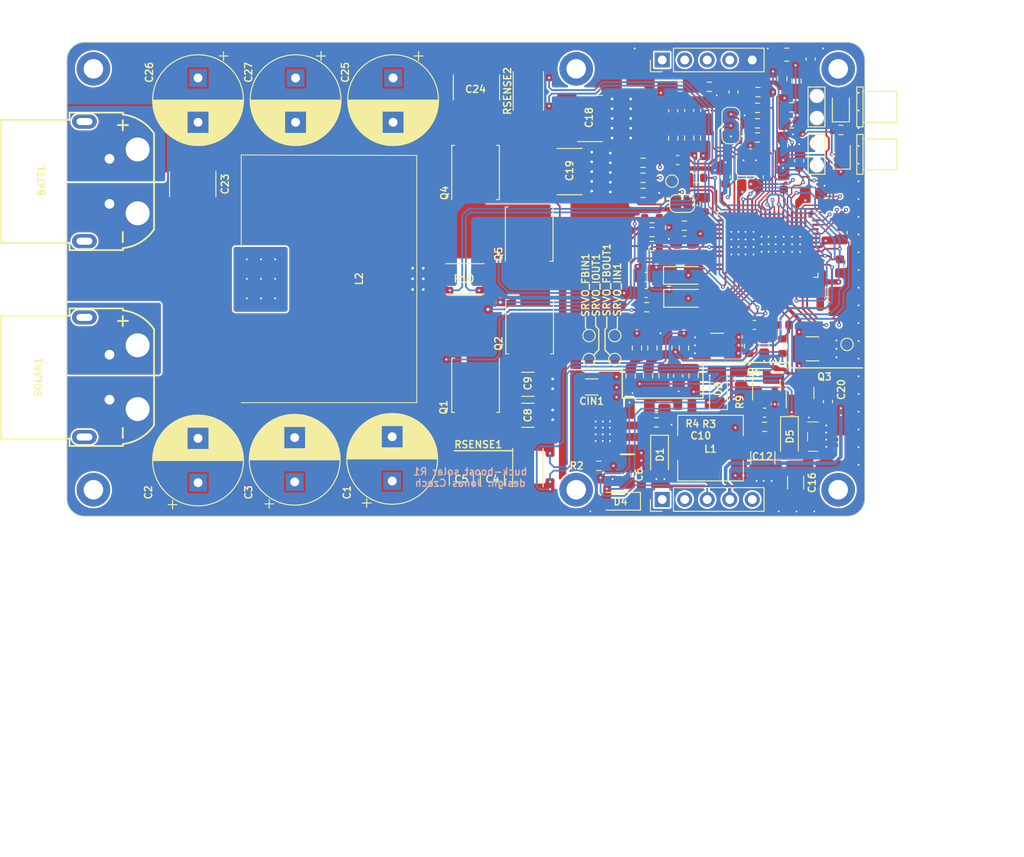
<source format=kicad_pcb>
(kicad_pcb (version 20210424) (generator pcbnew)
  (layers (0 "F.Cu" signal) (1 "In1.Cu" signal) (2 "In2.Cu" signal) (31 "B.Cu" signal) (34 "B.Paste" user) (35 "F.Paste" user) (36 "B.SilkS" user "B.Silkscreen") (37 "F.SilkS" user "F.Silkscreen") (38 "B.Mask" user) (39 "F.Mask" user) (44 "Edge.Cuts" user))
  (net 0 "")
  (net 1 "CSNIN")
  (net 2 "GND")
  (net 3 "CSPIN")
  (net 4 "Net-(C8-Pad1)")
  (net 5 "CSPOUT")
  (net 6 "CSNOUT")
  (net 7 "CSP")
  (net 8 "CSN")
  (net 9 "Net-(C10-Pad2)")
  (net 10 "Net-(C15-Pad2)")
  (net 11 "BOOST1")
  (net 12 "SW1")
  (net 13 "+5V")
  (net 14 "Net-(C31-Pad1)")
  (net 15 "CLKDET")
  (net 16 "SW2")
  (net 17 "BOOST2")
  (net 18 "TEMPSENSE")
  (net 19 "Net-(CDACI1-Pad1)")
  (net 20 "Net-(CDACO1-Pad1)")
  (net 21 "IIR")
  (net 22 "Net-(CLKOUT1-Pad1)")
  (net 23 "VGATE")
  (net 24 "Net-(C32-Pad1)")
  (net 25 "CA")
  (net 26 "Net-(C34-Pad1)")
  (net 27 "STATUS")
  (net 28 "Net-(ECON1-Pad1)")
  (net 29 "IOR")
  (net 30 "SCL")
  (net 31 "SDA")
  (net 32 "Net-(C35-Pad1)")
  (net 33 "VINR")
  (net 34 "Net-(D1-Pad1)")
  (net 35 "IOW")
  (net 36 "SWENO")
  (net 37 "Net-(D7-Pad1)")
  (net 38 "Net-(D8-Pad1)")
  (net 39 "Net-(D5-Pad1)")
  (net 40 "TG1")
  (net 41 "TG2")
  (net 42 "BG2")
  (net 43 "BG1")
  (net 45 "FBIR")
  (net 46 "SHDN")
  (net 47 "FBIW")
  (net 48 "FBOW")
  (net 49 "3v3_LT8491")
  (net 50 "Net-(Q1-Pad2)")
  (net 51 "Net-(Q2-Pad1)")
  (net 52 "Net-(Q2-Pad2)")
  (net 53 "Net-(Q4-Pad2)")
  (net 54 "IMON_OUT")
  (net 55 "FBOUT")
  (net 56 "EXTVCC_BATT_OUT")
  (net 57 "Net-(RFBOUT1-Pad1)")
  (net 58 "Net-(RFBOUT2-Pad2)")
  (net 59 "+12V")
  (net 60 "Net-(IC2-Pad9)")
  (net 61 "Net-(IC2-Pad21)")
  (net 62 "12V_EN_L")
  (net 63 "Net-(IC2-Pad22)")
  (net 64 "Net-(IC2-Pad35)")
  (net 65 "Net-(IC2-Pad36)")
  (net 66 "Net-(IC2-Pad37)")
  (net 67 "Net-(IC2-Pad38)")
  (net 71 "unconnected-(L2-Pad2)")
  (net 72 "Net-(Q3-Pad3)")
  (net 73 "Net-(Q5-Pad2)")
  (footprint "Capacitor_SMD:C_0603_1608Metric" (layer "F.Cu") (at 142.7 90.8 90)
    (fp_text reference "C39" hide)
    (fp_text value "100nF")
  )
  (footprint "Capacitor_SMD:C_0603_1608Metric" (layer "F.Cu") (at 127.2 77 90)
    (fp_text reference "C13" hide)
    (fp_text value "3.3nF")
  )
  (footprint "Resistor_SMD:R_0603_1608Metric" (layer "F.Cu") (at 135.9 73.4 90)
    (fp_text reference "RDACI1" hide)
    (fp_text value "6k2")
  )
  (footprint "Resistor_SMD:R_0603_1608Metric" (layer "F.Cu") (at 132.15 103.6 90)
    (fp_text reference "R14" hide)
    (fp_text value "10")
  )
  (footprint "TestPoint:TestPoint_Pad_D1.0mm" (layer "F.Cu") (at 117 102.4)
    (fp_text reference "SRVO_IIN1")
    (fp_text value "TP")
  )
  (footprint "Capacitor_THT:CP_Radial_D10.0mm_P5.00mm" (layer "F.Cu") (at 81 73.332323 -90)
    (fp_text reference "C27")
    (fp_text value "33uf 100v")
  )
  (footprint "Diode_SMD:D_SOD-123" (layer "F.Cu") (at 124.75 95.6)
    (fp_text reference "D2" hide)
    (fp_text value "D_Small")
  )
  (footprint "Resistor_SMD:R_0603_1608Metric" (layer "F.Cu") (at 133.1 78.45 180)
    (fp_text reference "R17" hide)
    (fp_text value "35k7")
  )
  (footprint "Capacitor_SMD:C_0603_1608Metric" (layer "F.Cu") (at 133.9 111.1 180)
    (fp_text reference "C15" hide)
    (fp_text value "100nF")
  )
  (footprint "Resistor_SMD:R_0603_1608Metric" (layer "F.Cu") (at 136.95 78.45)
    (fp_text reference "R20" hide)
    (fp_text value "1k37")
  )
  (footprint "TestPoint:TestPoint_Pad_D1.0mm" (layer "F.Cu") (at 117 105.1)
    (fp_text reference "SRVO_FBOUT1")
    (fp_text value "TP")
  )
  (footprint "Resistor_SMD:R_0603_1608Metric" (layer "F.Cu") (at 125.9 106.95 90)
    (fp_text reference "RDACO2" hide)
    (fp_text value "11k3")
  )
  (footprint "Resistor_SMD:R_0603_1608Metric" (layer "F.Cu") (at 137.5 73.675 90)
    (fp_text reference "R15" hide)
    (fp_text value "11k5")
  )
  (footprint "Capacitor_SMD:C_0603_1608Metric" (layer "F.Cu") (at 124.15 106.95 -90)
    (fp_text reference "CDACO1" hide)
    (fp_text value "180nF")
  )
  (footprint "Capacitor_SMD:C_0603_1608Metric" (layer "F.Cu") (at 133.85 103.6 -90)
    (fp_text reference "C21" hide)
    (fp_text value "100nF")
  )
  (footprint "Resistor_SMD:R_2512_6332Metric" (layer "F.Cu") (at 107.2 117.3 90)
    (fp_text reference "RSENSE1")
    (fp_text value "0.005")
  )
  (footprint "Resistor_SMD:R_0603_1608Metric" (layer "F.Cu") (at 124.35 74.325)
    (fp_text reference "RFBIN1" hide)
    (fp_text value "100k")
  )
  (footprint "Resistor_SMD:R_2512_6332Metric" (layer "F.Cu") (at 100.1 96 180)
    (fp_text reference "R10")
    (fp_text value "0.005")
  )
  (footprint "Capacitor_SMD:C_2220_5650Metric" (layer "F.Cu") (at 101.4 74.4 -90)
    (fp_text reference "C24")
    (fp_text value "10uF 100v")
  )
  (footprint "Capacitor_SMD:C_0603_1608Metric" (layer "F.Cu") (at 125.4 77 90)
    (fp_text reference "C14" hide)
    (fp_text value "3.3nF")
  )
  (footprint "Resistor_SMD:R_0603_1608Metric" (layer "F.Cu") (at 133.1 76.7 180)
    (fp_text reference "R27" hide)
    (fp_text value "200k")
  )
  (footprint "Capacitor_SMD:C_1210_3225Metric" (layer "F.Cu") (at 103.2 118.6 90)
    (fp_text reference "C4")
    (fp_text value "2.2uF 100v")
  )
  (footprint "Resistor_SMD:R_0603_1608Metric" (layer "F.Cu") (at 126.2 84.6)
    (fp_text reference "R25" hide)
    (fp_text value "53k6")
  )
  (footprint "MountingHole:MountingHole_2.2mm_M2_DIN965_Pad" (layer "F.Cu") (at 112.65 119.8)
    (fp_text reference "REF**" hide)
    (fp_text value "MountingHole_2.2mm_M2_DIN965_Pad")
  )
  (footprint "" (layer "F.Cu") (at 142.2 72.3)
    (fp_text reference "")
    (fp_text value "")
  )
  (footprint "" (layer "F.Cu") (at 112.65 72.3)
    (fp_text reference "")
    (fp_text value "")
  )
  (footprint "Jumper:SolderJumper-3_P1.3mm_Bridged2Bar12_RoundedPad1.0x1.5mm" (layer "F.Cu") (at 130.1 78.7 90)
    (fp_text reference "JP1" hide)
    (fp_text value "Mode")
  )
  (footprint "Capacitor_SMD:C_0603_1608Metric" (layer "F.Cu") (at 129.5 84.5 90)
    (fp_text reference "C34" hide)
    (fp_text value "100nF")
  )
  (footprint "Resistor_SMD:R_0603_1608Metric" (layer "F.Cu") (at 121.2 89.15 180)
    (fp_text reference "R6" hide)
    (fp_text value "2")
  )
  (footprint "Resistor_SMD:R_0603_1608Metric" (layer "F.Cu") (at 120.2 82.9 180)
    (fp_text reference "RIOR2" hide)
    (fp_text value "3k01")
  )
  (footprint "Resistor_SMD:R_0603_1608Metric" (layer "F.Cu") (at 121.2 92.3 180)
    (fp_text reference "R13" hide)
    (fp_text value "2")
  )
  (footprint "Capacitor_SMD:C_0603_1608Metric" (layer "F.Cu") (at 132.75 101.2 180)
    (fp_text reference "C22" hide)
    (fp_text value "470nF")
  )
  (footprint "Capacitor_SMD:C_0603_1608Metric" (layer "F.Cu") (at 141 97.5)
    (fp_text reference "C30" hide)
    (fp_text value "10nF")
  )
  (footprint "Capacitor_SMD:C_0603_1608Metric" (layer "F.Cu") (at 139.1 71.2 -90)
    (fp_text reference "C28" hide)
    (fp_text value "100nF")
  )
  (footprint "Package_TO_SOT_SMD:SOT-23" (layer "F.Cu") (at 137.9 108.9 90)
    (fp_text reference "Q3")
    (fp_text value "Q_NMOS_GSD")
  )
  (footprint "Resistor_SMD:R_0603_1608Metric" (layer "F.Cu") (at 119.5 103.8 -90)
    (fp_text reference "RFBOUT_ADJ1" hide)
    (fp_text value "4k99")
  )
  (footprint "Diode_SMD:D_SOD-123" (layer "F.Cu") (at 136.7 113.8 -90)
    (fp_text reference "D5")
    (fp_text value "S210")
  )
  (footprint "Capacitor_SMD:C_1210_3225Metric" (layer "F.Cu") (at 107.2 107.9)
    (fp_text reference "C9")
    (fp_text value "2.2uF 100v")
  )
  (footprint "Capacitor_THT:CP_Radial_D10.0mm_P5.00mm" (layer "F.Cu") (at 80.9 118.917677 90)
    (fp_text reference "C3")
    (fp_text value "33uf 100v")
  )
  (footprint "Capacitor_SMD:C_0603_1608Metric" (layer "F.Cu") (at 120.55 97.6)
    (fp_text reference "C17" hide)
    (fp_text value "220nF")
  )
  (footprint "Resistor_SMD:R_2512_6332Metric" (layer "F.Cu") (at 107.25 74.8 90)
    (fp_text reference "RSENSE2")
    (fp_text value "0.005")
  )
  (footprint "Capacitor_SMD:C_0603_1608Metric" (layer "F.Cu") (at 135.9 101.2)
    (fp_text reference "C7" hide)
    (fp_text value "470nF")
  )
  (footprint "Capacitor_THT:CP_Radial_D10.0mm_P5.00mm" (layer "F.Cu") (at 92 73.332323 -90)
    (fp_text reference "C25")
    (fp_text value "33uf 100v")
  )
  (footprint "Capacitor_SMD:C_0603_1608Metric" (layer "F.Cu") (at 137.8 82.675 90)
    (fp_text reference "C29" hide)
    (fp_text value "100nF")
  )
  (footprint "Package_TO_SOT_SMD:SOT-23" (layer "F.Cu") (at 134.1 108 90)
    (fp_text reference "Q6")
    (fp_text value "Q_PMOS_GSD")
  )
  (footprint "Capacitor_SMD:C_0603_1608Metric" (layer "F.Cu") (at 133.25 84.5 90)
    (fp_text reference "C33" hide)
    (fp_text value "4.7uF")
  )
  (footprint "Capacitor_SMD:C_2220_5650Metric" (layer "F.Cu") (at 114.2 77.9)
    (fp_text reference "C18")
    (fp_text value "10uF 100v")
  )
  (footprint "Amass_XT60PW-M_footprints:PodingLightPipe" (layer "F.Cu") (at 139.8 83.2 90)
    (fp_text reference "REF**" hide)
    (fp_text value "PodingLightPipe")
  )
  (footprint "Resistor_SMD:R_0805_2012Metric" (layer "F.Cu") (at 136.4 70.7 180)
    (fp_text reference "NTC1" hide)
    (fp_text value "10k")
  )
  (footprint "Resistor_SMD:R_0603_1608Metric" (layer "F.Cu") (at 115.2 117.1 180)
    (fp_text reference "R2")
    (fp_text value "R_Small")
  )
  (footprint "Resistor_SMD:R_0603_1608Metric" (layer "F.Cu") (at 124.8 103.8 -90)
    (fp_text reference "R28" hide)
    (fp_text value "196k")
  )
  (footprint "Resistor_SMD:R_0603_1608Metric" (layer "F.Cu") (at 142.5 79.2)
    (fp_text reference "R19" hide)
    (fp_text value "549")
  )
  (footprint "Resistor_SMD:R_0603_1608Metric" (layer "F.Cu") (at 124.9 110.2 180)
    (fp_text reference "R3")
    (fp_text value "R30K")
  )
  (footprint "Diode_SMD:D_SOD-123" (layer "F.Cu") (at 117.65 121.1 180)
    (fp_text reference "D4")
    (fp_text value "10v")
  )
  (footprint "Capacitor_SMD:C_0603_1608Metric" (layer "F.Cu") (at 120.55 95.8 180)
    (fp_text reference "C11" hide)
    (fp_text value "220nF")
  )
  (footprint "TestPoint:TestPoint_Pad_D1.0mm" (layer "F.Cu") (at 143.2 103.4)
    (fp_text reference "ECON1" hide)
    (fp_text value "TP")
  )
  (footprint "Capacitor_SMD:C_1210_3225Metric" (layer "F.Cu") (at 139.3 103.9)
    (fp_text reference "C41" hide)
    (fp_text value "2.2uF 100V")
  )
  (footprint "Package_TO_SOT_SMD:TDSON-8-1-SGD" (layer "F.Cu") (at 101.3 84 90)
    (fp_text reference "Q4")
    (fp_text value "Q_NMOS_SGD")
  )
  (footprint "Resistor_SMD:R_0603_1608Metric" (layer "F.Cu") (at 131.1 107.275 90)
    (fp_text reference "R9")
    (fp_text value "10k")
  )
  (footprint "Capacitor_SMD:C_2220_5650Metric" (layer "F.Cu") (at 69.4 85.3 -90)
    (fp_text reference "C23")
    (fp_text value "10uF 100v")
  )
  (footprint "Resistor_SMD:R_0603_1608Metric" (layer "F.Cu") (at 133.15 74.925 180)
    (fp_text reference "RDACI2" hide)
    (fp_text value "1k1")
  )
  (footprint "Jumper:SolderJumper-2_P1.3mm_Bridged_RoundedPad1.0x1.5mm" (layer "F.Cu") (at 124.6 87.5)
    (fp_text reference "JP2" hide)
    (fp_text value "EXT_SYNC")
  )
  (footprint "Capacitor_SMD:C_1210_3225Metric" (layer "F.Cu") (at 107.2 111.4)
    (fp_text reference "C8")
    (fp_text value "2.2uF 100v")
  )
  (footprint "Capacitor_SMD:C_0603_1608Metric" (layer "F.Cu") (at 141.05 109.85 90)
    (fp_text reference "C20")
    (fp_text value "C_Small")
  )
  (footprint "Resistor_SMD:R_0603_1608Metric" (layer "F.Cu") (at 120.2 84.6 180)
    (fp_text reference "RIOR1" hide)
    (fp_text value "32.4k")
  )
  (footprint "Resistor_SMD:R_0603_1608Metric" (layer "F.Cu") (at 118.8 106.965 -90)
    (fp_text reference "RFBOUT1" hide)
    (fp_text value "475")
  )
  (footprint "Package_TO_SOT_SMD:TDSON-8-1-SGD" (layer "F.Cu") (at 107.35 90.95 90)
    (fp_text reference "Q5")
    (fp_text value "Q_NMOS_SGD")
  )
  (footprint "Resistor_SMD:R_0603_1608Metric" (layer "F.Cu") (at 127.2 80.1 90)
    (fp_text reference "R8" hide)
    (fp_text value "10")
  )
  (footprint "Capacitor_SMD:C_0603_1608Metric" (layer "F.Cu") (at 139.3 86.3)
    (fp_text reference "C38" hide)
    (fp_text value "100nF")
  )
  (footprint "Capacitor_SMD:C_0603_1608Metric" (layer "F.Cu") (at 130.4 74.9 -90)
    (fp_text reference "CDACI1" hide)
    (fp_text value "1uF")
  )
  (footprint "Resistor_SMD:R_0603_1608Metric" (layer "F.Cu") (at 122.93 103.8 90)
    (fp_text reference "R29" hide)
    (fp_text value "8k06")
  )
  (footprint "Resistor_SMD:R_0603_1608Metric" (layer "F.Cu") (at 133.1 80.05)
    (fp_text reference "R16" hide)
    (fp_text value "110k")
  )
  (footprint "Diode_SMD:D_SOD-123" (layer "F.Cu") (at 124.775 98.2)
    (fp_text reference "D6" hide)
    (fp_text value "D_Small")
  )
  (footprint "footprints:LT8491EUKJ" (layer "F.Cu") (at 134.240006 92.15 -90)
    (fp_text reference "IC2" hide)
    (fp_text value "LT8491EUKJ#PBF" hide)
  )
  (footprint "Amass_XT60PW-M_footprints:Amass_XT60PW-M_Kombifootprint" (layer "F.Cu") (at 63.187105 107.1 90)
    (fp_text reference "SOLAR1")
    (fp_text value "S_IN" hide)
  )
  (footprint "Resistor_SMD:R_0603_1608Metric" (layer "F.Cu") (at 124.85 90)
    (fp_text reference "R24" hide)
    (fp_text value "4.02")
  )
  (footprint "XL7005:SOIC127P600X175-9N" (layer "F.Cu") (at 115.7 113.2 180)
    (fp_text reference "XL7005A1" hide)
    (fp_text value "XL7005A" hide)
  )
  (footprint "Capacitor_SMD:C_0603_1608Metric" (layer "F.Cu") (at 123.6 77.025 90)
    (fp_text reference "C31" hide)
    (fp_text value "8.2nF")
  )
  (footprint "Capacitor_SMD:C_1206_3216Metric" (layer "F.Cu") (at 114.4 108.2 180)
    (fp_text reference "CIN1")
    (fp_text value "1uF")
  )
  (footprint "TestPoint:TestPoint_Pad_D1.0mm" (layer "F.Cu") (at 123.45 84.975)
    (fp_text reference "CLKOUT1" hide)
    (fp_text value "TestPoint")
  )
  (footprint "Amass_XT60PW-M_footprints:Amass_XT60PW-M_Kombifootprint" (layer "F.Cu") (at 63.187105 85 90)
    (fp_text reference "BATT1")
    (fp_text value "Batt" hide)
  )
  (footprint "Diode_SMD:D_0805_2012Metric" (layer "F.Cu") (at 142.5 76.6 90)
    (fp_text reference "D7" hide)
    (fp_text value "LED_Small")
  )
  (footprint "Resistor_SMD:R_0603_1608Metric" (layer "F.Cu") (at 121.7 112.2)
    (fp_text reference "R4")
    (fp_text value "R3K4")
  )
  (footprint "Capacitor_SMD:C_1210_3225Metric" (layer "F.Cu") (at 133.7 116.2 -90)
    (fp_text reference "C12")
    (fp_text value "C_Small")
  )
  (footprint "Capacitor_SMD:C_1210_3225Metric" (layer "F.Cu") (at 99.7 118.6 90)
    (fp_text reference "C5")
    (fp_text value "2.2uF 100v")
  )
  (footprint "Resistor_SMD:R_0603_1608Metric" (layer "F.Cu") (at 133.9 112.7 180)
    (fp_text reference "R7" hide)
    (fp_text value "100k")
  )
  (footprint "Resistor_SMD:R_0603_1608Metric" (layer "F.Cu") (at 122.5 106.95 -90)
    (fp_text reference "RDACO1" hide)
    (fp_text value "57k6")
  )
  (footprint "Capacitor_SMD:C_0603_1608Metric" (layer "F.Cu") (at 118.3 118.1 -90)
    (fp_text reference "C6")
    (fp_text value "100nF")
  )
  (footprint "Inductor_SMD:L_7.3x7.3_H4.5" (layer "F.Cu") (at 127.8 115.1 180)
    (fp_text reference "L1")
    (fp_text value "47uH 1A")
  )
  (footprint "Capacitor_SMD:C_1210_3225Metric" (layer "F.Cu") (at 128.55 103.5 180)
    (fp_text reference "C40" hide)
    (fp_text value "2.2uF 100V")
  )
  (footprint "Capacitor_THT:CP_Radial_D10.0mm_P5.00mm" (layer "F.Cu") (at 70 73.332323 -90)
    (fp_text reference "C26")
    (fp_text value "33uf 100v")
  )
  (footprint "Capacitor_SMD:C_0603_1608Metric" (layer "F.Cu") (at 121.7 110.6 180)
    (fp_text reference "C10")
    (fp_text value "33nF")
  )
  (footprint "Package_TO_SOT_SMD:TDSON-8-1-SGD" (layer "F.Cu") (at 101.3 108 -90)
    (fp_text reference "Q1")
    (fp_text value "Q_NMOS_SGD")
  )
  (footprint "Resistor_SMD:R_0603_1608Metric" (layer "F.Cu") (at 123.6 80.125 -90)
    (fp_text reference "R22" hide)
    (fp_text value "10k")
  )
  (footprint "Package_TO_SOT_SMD:TDSON-8-1-SGD" (layer "F.Cu") (at 107.4 101.4 -90)
    (fp_text reference "Q2")
    (fp_text value "Q_NMOS_SGD")
  )
  (footprint "Resistor_SMD:R_0603_1608Metric" (layer "F.Cu") (at 136.95 76.65)
    (fp_text reference "R18" hide)
    (fp_text value "3k32")
  )
  (footprint "Capacitor_SMD:C_2220_5650Metric" (layer "F.Cu") (at 111.9 83.9)
    (fp_text reference "C19")
    (fp_text value "10uF 100v")
  )
  (footprint "Capacitor_SMD:C_1206_3216Metric" (layer "F.Cu") (at 137.4 119 -90)
    (fp_text reference "C16")
    (fp_text value "100nF 150v")
  )
  (footprint "Resistor_SMD:R_0603_1608Metric" (layer "F.Cu") (at 141 99.1)
    (fp_text reference "R23" hide)
    (fp_text value "21k")
  )
  (footprint "Resistor_SMD:R_0603_1608Metric" (layer "F.Cu") (at 120.2 86.3)
    (fp_text reference "RIMON_OUT1" hide)
    (fp_text value "97k6")
  )
  (footprint "Resistor_SMD:R_0603_1608Metric" (layer "F.Cu") (at 127.675 74.325)
    (fp_text reference "RFBIN2" hide)
    (fp_text value "3k6")
  )
  (footprint "Capacitor_SMD:C_0603_1608Metric" (layer "F.Cu") (at 124.1 82.6 180)
    (fp_text reference "C32" hide)
    (fp_text value "220pF")
  )
  (footprint "Resistor_SMD:R_0603_1608Metric" (layer "F.Cu") (at 135.975 80.9 90)
    (fp_text reference "R21" hide)
    (fp_text value "549")
  )
  (footprint "KiCad:NCP781BMN050TAG" (layer "F.Cu") (at 140.4 113.8 -90)
    (fp_text reference "IC1" hide)
    (fp_text value "NCP781BMN050TAG" hide)
  )
  (footprint "" (layer "F.Cu") (at 142.2 119.8)
    (fp_text reference "")
    (fp_text value "")
  )
  (footprint "Connector_PinHeader_2.54mm:PinHeader_1x05_P2.54mm_Vertical" (layer "F.Cu") (at 122.35 71.3 90)
    (fp_text reference "J2" hide)
    (fp_text value "Conn_01x05_Male")
  )
  (footprint "Resistor_SMD:R_0603_1608Metric" (layer "F.Cu") (at 121.25 103.8 90)
    (fp_text reference "RFBOUT_ADJ2" hide)
    (fp_text value "0")
  )
  (footprint "Amass_XT60PW-M_footprints:PodingLightPipe" (layer "F.Cu") (at 139.8 77.85 90)
    (fp_text reference "REF**" hide)
    (fp_text value "PodingLightPipe")
  )
  (footprint "Resistor_SMD:R_0603_1608Metric" (layer "F.Cu") (at 125.4 80.1 -90)
    (fp_text reference "R11" hide)
    (fp_text value "10")
  )
  (footprint "Capacitor_THT:CP_Radial_D10.0mm_P5.00mm" (layer "F.Cu") (at 70 119 90)
    (fp_text reference "C2")
    (fp_text value "33uf 100v")
  )
  (footprint "" (layer "F.Cu") (at 58.2 72.3)
    (fp_text reference "")
    (fp_text value "")
  )
  (footprint "Capacitor_SMD:C_0603_1608Metric" (layer "F.Cu") (at 142.4 94.575 -90)
    (fp_text reference "C36" hide)
    (fp_text value "68nF")
  )
  (footprint "Resistor_SMD:R_0603_1608Metric" (layer "F.Cu") (at 127.15 87.6 90)
    (fp_text reference "R26" hide)
    (fp_text value "215k")
  )
  (footprint "PQ2614BLA-150K:PQ2614BLA100K" (layer "F.Cu") (at 87 96 90)
    (fp_text reference "L2")
    (fp_text value "PQ2614BLA-150K" hide)
  )
  (footprint "Diode_SMD:D_0805_2012Metric" (layer "F.Cu") (at 142.6 81.9375 90)
    (fp_text reference "D8" hide)
    (fp_text value "LED_Small")
  )
  (footprint "Resistor_SMD:R_0603_1608Metric" (layer "F.Cu") (at 120.75 106.95 90)
    (fp_text reference "RFBOUT2" hide)
    (fp_text value "10k")
  )
  (footprint "TestPoint:TestPoint_Pad_D1.0mm" (layer "F.Cu") (at 114.1 105.1)
    (fp_text reference "SRVO_IOUT1")
    (fp_text value "TP")
  )
  (footprint "Resistor_SMD:R_0603_1608Metric" (layer "F.Cu") (at 120.6 99.2 180)
    (fp_text reference "R5" hide)
    (fp_text value "2")
  )
  (footprint "Diode_SMD:D_SOD-123" (layer "F.Cu") (at 122.05 115.9 -90)
    (fp_text reference "D1")
    (fp_text value "S210")
  )
  (footprint "Capacitor_SMD:C_0603_1608Metric" (layer "F.Cu") (at 136.05 85.15 90)
    (fp_text reference "C35" hide)
    (fp_text value "4.7uF")
  )
  (footprint "TestPoint:TestPoint_Pad_D1.0mm" (layer "F.Cu") (at 114.1 102.4)
    (fp_text reference "SRVO_FBIN1")
    (fp_text value "TP")
  )
  (footprint "Capacitor_THT:CP_Radial_D10.0mm_P5.00mm" (layer "F.Cu") (at 91.9 118.817677 90)
    (fp_text reference "C1")
    (fp_text value "33uf 100v")
  )
  (footprint "Capacitor_SMD:C_0603_1608Metric" (layer "F.Cu") (at 131.35 84.5 90)
    (fp_text reference "CIMON_OUT1" hide)
    (fp_text value "10nF")
  )
  (footprint "" (layer "F.Cu") (at 58.2 119.8)
    (fp_text reference "")
    (fp_text value "")
  )
  (footprint "Diode_SMD:D_SOD-123" (layer "F.Cu") (at 128.7 108.5 90)
    (fp_text reference "D3")
    (fp_text value "3v3")
  )
  (footprint "Connector_PinHeader_2.54mm:PinHeader_1x05_P2.54mm_Vertical" (layer "F.Cu") (at 122.35 120.9 90)
    (fp_text reference "J1" hide)
    (fp_text value "Conn_01x05_Male")
  )
  (footprint "Capacitor_SMD:C_0603_1608Metric" (layer "F.Cu") (at 124.875 91.7 180)
    (fp_text reference "C37" hide)
    (fp_text value "4.7uF")
  )
  (footprint "Resistor_SMD:R_0603_1608Metric" (layer "F.Cu") (at 121.2 90.725)
    (fp_text reference "R12" hide)
    (fp_text value "2")
  )
  (footprint "Resistor_SMD:R_0603_1608Metric" (layer "F.Cu") (at 135.9 103.6 90)
    (fp_text reference "R1" hide)
    (fp_text value "10")
  )
  (gr_line (start 112 106.25) (end 117.85 106.25) (layer "F.SilkS") (width 0.15))
  (gr_line (start 117.3 100.3) (end 117.3 101.5) (layer "F.SilkS") (width 0.15))
  (gr_line (start 103.6 115.4) (end 105.5 115.4) (layer "F.SilkS") (width 0.15))
  (gr_line (start 117.85 106.25) (end 117.85 109.45) (layer "F.SilkS") (width 0.15))
  (gr_line (start 126.95 109.45) (end 126.95 105.4) (layer "F.SilkS") (width 0.15))
  (gr_line (start 114.85 101.35) (end 115.2 101.7) (layer "F.SilkS") (width 0.15))
  (gr_line (start 126.95 105.4) (end 136.65 105.45) (layer "F.SilkS") (width 0.15))
  (gr_line (start 117.3 101.5) (end 117.2 101.7) (layer "F.SilkS") (width 0.15))
  (gr_line (start 136.65 105.45) (end 136.65 106.05) (layer "F.SilkS") (width 0.15))
  (gr_line (start 116.1 101.5) (end 115.9 101.7) (layer "F.SilkS") (width 0.15))
  (gr_line (start 117.85 109.45) (end 126.95 109.45) (layer "F.SilkS") (width 0.15))
  (gr_line (start 116.1 100.3) (end 116.1 101.5) (layer "F.SilkS") (width 0.15))
  (gr_line (start 115.9 101.7) (end 115.9 104.05) (layer "F.SilkS") (width 0.15))
  (gr_line (start 114.85 100.3) (end 114.85 101.35) (layer "F.SilkS") (width 0.15))
  (gr_line (start 115.2 101.7) (end 115.2 104) (layer "F.SilkS") (width 0.15))
  (gr_line (start 98.9 115.4) (end 103.6 115.4) (layer "F.SilkS") (width 0.15))
  (gr_line (start 115.9 104.05) (end 116.45 104.6) (layer "F.SilkS") (width 0.15))
  (gr_line (start 115.2 104) (end 114.65 104.6) (layer "F.SilkS") (width 0.15))
  (gr_line (start 136.65 106.05) (end 144.95 106.05) (layer "F.SilkS") (width 0.15))
  (gr_line (start 113.7 101.5) (end 113.85 101.75) (layer "F.SilkS") (width 0.15))
  (gr_line (start 113.7 100.3) (end 113.7 101.5) (layer "F.SilkS") (width 0.15))
  (gr_line (start 128.5 69.3) (end 143.2 69.3) (layer "Edge.Cuts") (width 0.1))
  (gr_line (start 110.4 122.8) (end 128.4 122.8) (layer "Edge.Cuts") (width 0.1))
  (gr_line (start 55.2 120.8) (end 55.2 71.3) (layer "Edge.Cuts") (width 0.1))
  (gr_line (start 143.2 122.8) (end 128.4 122.8) (layer "Edge.Cuts") (width 0.1))
  (gr_line (start 110.4 122.8) (end 71.9 122.8) (layer "Edge.Cuts") (width 0.1))
  (gr_line (start 110.5 69.3) (end 128.5 69.3) (layer "Edge.Cuts") (width 0.1))
  (gr_line (start 145.2 71.3) (end 145.2 120.8) (layer "Edge.Cuts") (width 0.1))
  (gr_line (start 110.5 69.3) (end 57.2 69.3) (layer "Edge.Cuts") (width 0.1))
  (gr_arc (start 57.2 120.8) (end 55.2 120.8) (angle -90) (layer "Edge.Cuts") (width 0.1))
  (gr_arc (start 57.2 71.3) (end 57.2 69.3) (angle -90) (layer "Edge.Cuts") (width 0.1))
  (gr_arc (start 143.2 71.3) (end 145.2 71.3) (angle -90) (layer "Edge.Cuts") (width 0.1))
  (gr_line (start 71.9 122.8) (end 57.2 122.8) (layer "Edge.Cuts") (width 0.1))
  (gr_arc (start 143.2 120.8) (end 145.2 120.8) (angle 90) (layer "Edge.Cuts") (width 0.1))
  (gr_text "buck-boost solar R1\ndesign: Jonas Czech" (at 100.7 118.4) (layer "B.SilkS") (effects (font (size 0.8 0.8) (thickness 0.153)) (justify mirror)))
  (segment (start 134.6 96.65) (end 134.990195 96.259805) (width 0.2) (layer "F.Cu") (net 1))
  (segment (start 135.990447 95.155998) (end 135.990447 96.940447) (width 0.2) (layer "F.Cu") (net 1))
  (segment (start 136 98.8) (end 136 96.95) (width 0.4) (layer "F.Cu") (net 1))
  (segment (start 137.825 103.9) (end 137.825 100.625) (width 0.4) (layer "F.Cu") (net 1))
  (segment (start 134.85 105.3) (end 134.85 102.2) (width 0.2) (layer "F.Cu") (net 1))
  (segment (start 134.6 99.4) (end 134.6 96.65) (width 0.2) (layer "F.Cu") (net 1))
  (segment (start 134.990195 96.259805) (end 134.990195 95.155998) (width 0.2) (layer "F.Cu") (net 1))
  (segment (start 135.125 101.925) (end 134.85 102.2) (width 0.2) (layer "F.Cu") (net 1))
  (segment (start 135.125 101.2) (end 135.125 99.925) (width 0.2) (layer "F.Cu") (net 1))
  (segment (start 135.125 99.925) (end 134.6 99.4) (width 0.2) (layer "F.Cu") (net 1))
  (segment (start 137.825 100.625) (end 136 98.8) (width 0.4) (layer "F.Cu") (net 1))
  (segment (start 135.125 101.2) (end 135.125 101.925) (width 0.2) (layer "F.Cu") (net 1))
  (via (at 137.8 105.8) (size 0.45) (drill 0.2) (layers "F.Cu" "B.Cu") (net 1))
  (via (at 134.85 105.3) (size 0.45) (drill 0.2) (layers "F.Cu" "B.Cu") (net 1))
  (via (at 109.7 119.75) (size 0.45) (drill 0.2) (layers "F.Cu" "B.Cu") (net 1))
  (via (at 137.8 102) (size 0.45) (drill 0.2) (layers "F.Cu" "B.Cu") (net 1))
  (via (at 132.3 80.95) (size 0.45) (drill 0.2) (layers "F.Cu" "B.Cu") (net 1))
  (via (at 109.7 118.9) (size 0.45) (drill 0.2) (layers "F.Cu" "B.Cu") (net 1))
  (via (at 122.2 75) (size 0.45) (drill 0.2) (layers "F.Cu" "B.Cu") (net 1))
  (via (at 124.8 102.15) (size 0.45) (drill 0.2) (layers "F.Cu" "B.Cu") (net 1))
  (segment (start 122.45 105.5) (end 112.269988 105.5) (width 0.2) (layer "B.Cu") (net 1))
  (segment (start 112.269988 105.5) (end 111.200481 106.569507) (width 0.2) (layer "B.Cu") (net 1))
  (segment (start 109.7 118.9) (end 109.7 118.05) (width 0.2) (layer "B.Cu") (net 1))
  (segment (start 108.55 119.75) (end 109.7 119.75) (width 0.2) (layer "B.Cu") (net 1))
  (segment (start 134.85 105.35) (end 134.85 105.3) (width 0.2) (layer "B.Cu") (net 1))
  (segment (start 109.7 118.05) (end 110.1 117.65) (width 0.2) (layer "B.Cu") (net 1))
  (segment (start 112.05 106.85) (end 112.599999 106.300001) (width 0.2) (layer "B.Cu") (net 1))
  (segment (start 110.1 117.65) (end 111.4 117.65) (width 0.2) (layer "B.Cu") (net 1))
  (segment (start 108.6 114.9) (end 108.2 115.3) (width 0.2) (layer "B.Cu") (net 1))
  (segment (start 122.75 102.7) (end 122.75 105.2) (width 0.2) (layer "B.Cu") (net 1))
  (segment (start 111.4 117.65) (end 112.05 117) (width 0.2) (layer "B.Cu") (net 1))
  (segment (start 110.6 114.9) (end 110.45 114.9) (width 0.2) (layer "B.Cu") (net 1))
  (segment (start 108.2 115.3) (end 108.2 119.4) (width 0.2) (layer "B.Cu") (net 1))
  (segment (start 134.6 106.3) (end 134.85 106.05) (width 0.2) (layer "B.Cu") (net 1))
  (segment (start 112.599999 106.300001) (end 134.6 106.3) (width 0.2) (layer "B.Cu") (net 1))
  (segment (start 111.200481 106.569507) (end 111.20048 114.29952) (width 0.2) (layer "B.Cu") (net 1))
  (segment (start 111.20048 114.29952) (end 110.6 114.9) (width 0.2) (layer "B.Cu") (net 1))
  (segment (start 108.2 119.4) (end 108.55 119.75) (width 0.2) (layer "B.Cu") (net 1))
  (segment (start 110.6 114.9) (end 108.6 114.9) (width 0.2) (layer "B.Cu") (net 1))
  (segment (start 123.3 102.15) (end 122.75 102.7) (width 0.2) (layer "B.Cu") (net 1))
  (segment (start 122.75 105.2) (end 122.45 105.5) (width 0.2) (layer "B.Cu") (net 1))
  (segment (start 134.85 106.05) (end 134.85 105.3) (width 0.2) (layer "B.Cu") (net 1))
  (segment (start 112.05 117) (end 112.05 106.85) (width 0.2) (layer "B.Cu") (net 1))
  (segment (start 124.8 102.15) (end 123.3 102.15) (width 0.2) (layer "B.Cu") (net 1))
  (segment (start 139.034405 93.900441) (end 137.283964 92.15) (width 0.15) (layer "F.Cu") (net 2))
  (segment (start 137.283964 92.15) (end 134.240006 92.15) (width 0.25) (layer "F.Cu") (net 2))
  (segment (start 137.333964 92.15) (end 134.240006 92.15) (width 0.2) (layer "F.Cu") (net 2))
  (segment (start 139.640005 90.399559) (end 139.134405 90.399559) (width 0.15) (layer "F.Cu") (net 2))
  (segment (start 139.134405 90.399559) (end 137.383964 92.15) (width 0.15) (layer "F.Cu") (net 2))
  (segment (start 139.640005 91.899937) (end 134.490069 91.899937) (width 0.15) (layer "F.Cu") (net 2))
  (segment (start 134.490069 91.599937) (end 134.240006 91.85) (width 0.15) (layer "F.Cu") (net 2))
  (segment (start 139.640005 93.900441) (end 139.034405 93.900441) (width 0.15) (layer "F.Cu") (net 2))
  (segment (start 125.4 80.925) (end 125.4 81.5) (width 0.2) (layer "F.Cu") (net 2))
  (segment (start 125.4 81.5) (end 126 82.1) (width 0.2) (layer "F.Cu") (net 2))
  (segment (start 137.383964 92.15) (end 134.240006 92.15) (width 0.15) (layer "F.Cu") (net 2))
  (via (at 133.55 92.1) (size 0.45) (drill 0.2) (layers "F.Cu" "B.Cu") (net 2))
  (via (at 137.9 92.95) (size 0.45) (drill 0.2) (layers "F.Cu" "B.Cu") (net 2))
  (via (at 137.8 80.8) (size 0.45) (drill 0.2) (layers "F.Cu" "B.Cu") (net 2))
  (via (at 135.15 92.1) (size 0.45) (drill 0.2) (layers "F.Cu" "B.Cu") (net 2))
  (via (at 128.3 83.75) (size 0.45) (drill 0.2) (layers "F.Cu" "B.Cu") (net 2))
  (via (at 140.85 114.95) (size 0.45) (drill 0.2) (layers "F.Cu" "B.Cu") (net 2))
  (via (at 126.05 104.4) (size 0.45) (drill 0.2) (layers "F.Cu" "B.Cu") (net 2))
  (via (at 126.05 102.6) (size 0.45) (drill 0.2) (layers "F.Cu" "B.Cu") (net 2))
  (via (at 95.4 96) (size 0.6) (drill 0.3) (layers "F.Cu" "B.Cu") (net 2))
  (via (at 116.75 118.6) (size 0.45) (drill 0.2) (layers "F.Cu" "B.Cu") (net 2))
  (via (at 132.65 91.55) (size 0.45) (drill 0.2) (layers "F.Cu" "B.Cu") (net 2))
  (via (at 130.15 91.55) (size 0.45) (drill 0.2) (layers "F.Cu" "B.Cu") (net 2))
  (via (at 137 92.1) (size 0.45) (drill 0.2) (layers "F.Cu" "B.Cu") (net 2))
  (via (at 135.5 122.25) (size 0.45) (drill 0.2) (layers "F.Cu" "B.Cu") (net 2))
  (via (at 122 86.3) (size 0.45) (drill 0.2) (layers "F.Cu" "B.Cu") (net 2))
  (via (at 114.4 81.7) (size 0.6) (drill 0.3) (layers "F.Cu" "B.Cu") (net 2))
  (via (at 126.3 87.7) (size 0.45) (drill 0.2) (layers "F.Cu" "B.Cu") (net 2))
  (via (at 131.75 91.55) (size 0.45) (drill 0.2) (layers "F.Cu" "B.Cu") (net 2))
  (via (at 119 108.9) (size 0.45) (drill 0.2) (layers "F.Cu" "B.Cu") (net 2))
  (via (at 98.4 97.3) (size 0.45) (drill 0.2) (layers "F.Cu" "B.Cu") (net 2))
  (via (at 137 92.95) (size 0.45) (drill 0.2) (layers "F.Cu" "B.Cu") (net 2))
  (via (at 140.5 70) (size 0.45) (drill 0.2) (layers "F.Cu" "B.Cu") (net 2))
  (via (at 95.4 97.2) (size 0.6) (drill 0.3) (layers "F.Cu" "B.Cu") (net 2))
  (via (at 131.75 90.7) (size 0.45) (drill 0.2) (layers "F.Cu" "B.Cu") (net 2))
  (via (at 122.6 118.6) (size 0.45) (drill 0.2) (layers "F.Cu" "B.Cu") (net 2))
  (via (at 130.1 79.925) (size 0.45) (drill 0.2) (layers "F.Cu" "B.Cu") (net 2))
  (via (at 137.9 91.25) (size 0.45) (drill 0.2) (layers "F.Cu" "B.Cu") (net 2))
  (via (at 116.7 76.8) (size 0.6) (drill 0.3) (layers "F.Cu" "B.Cu") (net 2))
  (via (at 114.4 82.8) (size 0.6) (drill 0.3) (layers "F.Cu" "B.Cu") (net 2))
  (via (at 124.2 108.7) (size 0.45) (drill 0.2) (layers "F.Cu" "B.Cu") (net 2))
  (via (at 140.85 114.15) (size 0.45) (drill 0.2) (layers "F.Cu" "B.Cu") (net 2))
  (via (at 116.45 112.8) (size 0.45) (drill 0.2) (layers "F.Cu" "B.Cu") (net 2))
  (via (at 144.5 81) (size 0.45) (drill 0.2) (layers "F.Cu" "B.Cu") (net 2))
  (via (at 110 108.4) (size 0.6) (drill 0.3) (layers "F.Cu" "B.Cu") (net 2))
  (via (at 129.5 82.85) (size 0.45) (drill 0.2) (layers "F.Cu" "B.Cu") (net 2))
  (via (at 114.4 85) (size 0.6) (drill 0.3) (layers "F.Cu" "B.Cu") (net 2))
  (via (at 131.75 92.4) (size 0.45) (drill 0.2) (layers "F.Cu" "B.Cu") (net 2))
  (via (at 114.85 112.1) (size 0.45) (drill 0.2) (layers "F.Cu" "B.Cu") (net 2))
  (via (at 115.65 114.3) (size 0.45) (drill 0.2) (layers "F.Cu" "B.Cu") (net 2))
  (via (at 144.5 97) (size 0.45) (drill 0.2) (layers "F.Cu" "B.Cu") (net 2))
  (via (at 144.5 95) (size 0.45) (drill 0.2) (layers "F.Cu" "B.Cu") (net 2))
  (via (at 116.5 81.8) (size 0.6) (drill 0.3) (layers "F.Cu" "B.Cu") (net 2))
  (via (at 144.5 75) (size 0.45) (drill 0.2) (layers "F.Cu" "B.Cu") (net 2))
  (via (at 136 83.5) (size 0.45) (drill 0.2) (layers "F.Cu" "B.Cu") (net 2))
  (via (at 94.2 97.2) (size 0.6) (drill 0.3) (layers "F.Cu" "B.Cu") (net 2))
  (via (at 126 82.1) (size 0.45) (drill 0.2) (layers "F.Cu" "B.Cu") (net 2))
  (via (at 130.95 91.55) (size 0.45) (drill 0.2) (layers "F.Cu" "B.Cu") (net 2))
  (via (at 114.4 83.9) (size 0.6) (drill 0.3) (layers "F.Cu" "B.Cu") (net 2))
  (via (at 137.9 92.1) (size 0.45) (drill 0.2) (layers "F.Cu" "B.Cu") (net 2))
  (via (at 134.35 92.1) (size 0.45) (drill 0.2) (layers "F.Cu" "B.Cu") (net 2))
  (via (at 133.8 118.8) (size 0.45) (drill 0.2) (layers "F.Cu" "B.Cu") (net 2))
  (via (at 133 118.8) (size 0.45) (drill 0.2) (layers "F.Cu" "B.Cu") (net 2))
  (via (at 140.85 112.55) (size 0.45) (drill 0.2) (layers "F.Cu" "B.Cu") (net 2))
  (via (at 144.5 111) (size 0.45) (drill 0.2) (layers "F.Cu" "B.Cu") (net 2))
  (via (at 144.5 87) (size 0.45) (drill 0.2) (layers "F.Cu" "B.Cu") (net 2))
  (via (at 140.65 85.5) (size 0.45) (drill 0.2) (layers "F.Cu" "B.Cu") (net 2))
  (via (at 144.5 91) (size 0.45) (drill 0.2) (layers "F.Cu" "B.Cu") (net 2))
  (via (at 140.85 113.35) (size 0.45) (drill 0.2) (layers "F.Cu" "B.Cu") (net 2))
  (via (at 116.5 82.9) (size 0.6) (drill 0.3) (layers "F.Cu" "B.Cu") (net 2))
  (via (at 132.65 90.7) (size 0.45) (drill 0.2) (layers "F.Cu" "B.Cu") (net 2))
  (via (at 134.7 118.8) (size 0.45) (drill 0.2) (layers "F.Cu" "B.Cu") (net 2))
  (via (at 130.95 93.25) (size 0.45) (drill 0.2) (layers "F.Cu" "B.Cu") (net 2))
  (via (at 114.85 113.55) (size 0.45) (drill 0.2) (layers "F.Cu" "B.Cu") (net 2))
  (via (at 134.25 70) (size 0.45) (drill 0.2) (layers "F.Cu" "B.Cu") (net 2))
  (via (at 142 103.9) (size 0.45) (drill 0.2) (layers "F.Cu" "B.Cu") (net 2))
  (via (at 94.2 96) (size 0.6) (drill 0.3) (layers "F.Cu" "B.Cu") (net 2))
  (via (at 119.25 70) (size 0.45) (drill 0.2) (layers "F.Cu" "B.Cu") (net 2))
  (via (at 133.55 91.25) (size 0.45) (drill 0.2) (layers "F.Cu" "B.Cu") (net 2))
  (via (at 136.05 92.95) (size 0.45) (drill 0.2) (layers "F.Cu" "B.Cu") (net 2))
  (via (at 123.1 91.5) (size 0.45) (drill 0.2) (layers "F.Cu" "B.Cu") (net 2))
  (via (at 118.8 79) (size 0.6) (drill 0.3) (layers "F.Cu" "B.Cu") (net 2))
  (via (at 115.65 113.55) (size 0.45) (drill 0.2) (layers "F.Cu" "B.Cu") (net 2))
  (via (at 144.5 103) (size 0.45) (drill 0.2) (layers "F.Cu" "B.Cu") (net 2))
  (via (at 144.5 99) (size 0.45) (drill 0.2) (layers "F.Cu" "B.Cu") (net 2))
  (via (at 130.95 92.4) (size 0.45) (drill 0.2) (layers "F.Cu" "B.Cu") (net 2))
  (via (at 114.25 122.25) (size 0.45) (drill 0.2) (layers "F.Cu" "B.Cu") (net 2))
  (via (at 137 91.25) (size 0.45) (drill 0.2) (layers "F.Cu" "B.Cu") (net 2))
  (via (at 135.15 91.25) (size 0.45) (drill 0.2) (layers "F.Cu" "B.Cu") (net 2))
  (via (at 122.15 102.15) (size 0.45) (drill 0.2) (layers "F.Cu" "B.Cu") (net 2))
  (via (at 139.5 122.25) (size 0.45) (drill 0.2) (layers "F.Cu" "B.Cu") (net 2))
  (via (at 135.15 92.95) (size 0.45) (drill 0.2) (layers "F.Cu" "B.Cu") (net 2))
  (via (at 144.5 107) (size 0.45) (drill 0.2) (layers "F.Cu" "B.Cu") (net 2))
  (via (at 94.2 94.8) (size 0.6) (drill 0.3) (layers "F.Cu" "B.Cu") (net 2))
  (via (at 121.7 118.6) (size 0.45) (drill 0.2) (layers "F.Cu" "B.Cu") (net 2))
  (via (at 115.65 112.1) (size 0.45) (drill 0.2) (layers "F.Cu" "B.Cu") (net 2))
  (via (at 114.85 114.3) (size 0.45) (drill 0.2) (layers "F.Cu" "B.Cu") (net 2))
  (via (at 144.5 89) (size 0.45) (drill 0.2) (layers "F.Cu" "B.Cu") (net 2))
  (via (at 134.35 92.95) (size 0.45) (drill 0.2) (layers "F.Cu" "B.Cu") (net 2))
  (via (at 116.5 84) (size 0.6) (drill 0.3) (layers "F.Cu" "B.Cu") (net 2))
  (via (at 116.7 75.7) (size 0.6) (drill 0.3) (layers "F.Cu" "B.Cu") (net 2))
  (via (at 144.5 79) (size 0.45) (drill 0.2) (layers "F.Cu" "B.Cu") (net 2))
  (via (at 144.5 83) (size 0.45) (drill 0.2) (layers "F.Cu" "B.Cu") (net 2))
  (via (at 116.45 112.1) (size 0.45) (drill 0.2) (layers "F.Cu" "B.Cu") (net 2))
  (via (at 144.5 85) (size 0.45) (drill 0.2) (layers "F.Cu" "B.Cu") (net 2))
  (via (at 130.95 90.7) (size 0.45) (drill 0.2) (layers "F.Cu" "B.Cu") (net 2))
  (via (at 114.4 86.1) (size 0.6) (drill 0.3) (layers "F.Cu" "B.Cu") (net 2))
  (via (at 142 102.95) (size 0.45) (drill 0.2) (layers "F.Cu" "B.Cu") (net 2))
  (via (at 144.5 93) (size 0.45) (drill 0.2) (layers "F.Cu" "B.Cu") (net 2))
  (via (at 133.55 92.95) (size 0.45) (drill 0.2) (layers "F.Cu" "B.Cu") (net 2))
  (via (at 116.5 86.2) (size 0.6) (drill 0.3) (layers "F.Cu" "B.Cu") (net 2))
  (via (at 95.4 94.8) (size 0.6) (drill 0.3) (layers "F.Cu" "B.Cu") (net 2))
  (via (at 123.4 112.45) (size 0.45) (drill 0.2) (layers "F.Cu" "B.Cu") (net 2))
  (via (at 115.65 112.8) (size 0.45) (drill 0.2) (layers "F.Cu" "B.Cu") (net 2))
  (via (at 136.05 91.25) (size 0.45) (drill 0.2) (layers "F.Cu" "B.Cu") (net 2))
  (via (at 114.85 112.8) (size 0.45) (drill 0.2) (layers "F.Cu" "B.Cu") (net 2))
  (via (at 144.5 101) (size 0.45) (drill 0.2) (layers "F.Cu" "B.Cu") (net 2))
  (via (at 110 107.3) (size 0.6) (drill 0.3) (layers "F.Cu" "B.Cu") (net 2))
  (via (at 116.7 79) (size 0.6) (drill 0.3) (layers "F.Cu" "B.Cu") (net 2))
  (via (at 144.5 105) (size 0.45) (drill 0.2) (layers "F.Cu" "B.Cu") (net 2))
  (via (at 137.5 122.25) (size 0.45) (drill 0.2) (layers "F.Cu" "B.Cu") (net 2))
  (via (at 133.85 105.25) (size 0.45) (drill 0.2) (layers "F.Cu" "B.Cu") (net 2))
  (via (at 144.5 77) (size 0.45) (drill 0.2) (layers "F.Cu" "B.Cu") (net 2))
  (via (at 137.1 79.7) (size 0.45) (drill 0.2) (layers "F.Cu" "B.Cu") (net 2))
  (via (at 144.5 117) (size 0.45) (drill 0.2) (layers "F.Cu" "B.Cu") (net 2))
  (via (at 116.45 113.55) (size 0.45) (drill 0.2) (layers "F.Cu" "B.Cu") (net 2))
  (via (at 116.7 80.1) (size 0.6) (drill 0.3) (layers "F.Cu" "B.Cu") (net 2))
  (via (at 110 110.8) (size 0.6) (drill 0.3) (layers "F.Cu" "B.Cu") (net 2))
  (via (at 131.75 93.25) (size 0.45) (drill 0.2) (layers "F.Cu" "B.Cu") (net 2))
  (via (at 131.65 77.55) (size 0.45) (drill 0.2) (layers "F.Cu" "B.Cu") (net 2))
  (via (at 127.7 106.9) (size 0.45) (drill 0.2) (layers "F.Cu" "B.Cu") (net 2))
  (via (at 110 111.9) (size 0.6) (drill 0.3) (layers "F.Cu" "B.Cu") (net 2))
  (via (at 118.8 77.9) (size 0.6) (drill 0.3) (layers "F.Cu" "B.Cu") (net 2))
  (via (at 134.35 91.25) (size 0.45) (drill 0.2) (layers "F.Cu" "B.Cu") (net 2))
  (via (at 118.8 76.8) (size 0.6) (drill 0.3) (layers "F.Cu" "B.Cu") (net 2))
  (via (at 130.15 93.25) (size 0.45) (drill 0.2) (layers "F.Cu" "B.Cu") (net 2))
  (via (at 118.8 80.1) (size 0.6) (drill 0.3) (layers "F.Cu" "B.Cu") (net 2))
  (via (at 116.5 85.1) (size 0.6) (drill 0.3) (layers "F.Cu" "B.Cu") (net 2))
  (via (at 118.8 75.7) (size 0.6) (drill 0.3) (layers "F.Cu" "B.Cu") (net 2))
  (via (at 131.525 82.625) (size 0.45) (drill 0.2) (layers "F.Cu" "B.Cu") (net 2))
  (via (at 116.7 77.9) (size 0.6) (drill 0.3) (layers "F.Cu" "B.Cu") (net 2))
  (via (at 132.65 93.25) (size 0.45) (drill 0.2) (layers "F.Cu" "B.Cu") (net 2))
  (via (at 142 104.85) (size 0.45) (drill 0.2) (layers "F.Cu" "B.Cu") (net 2))
  (via (at 132.65 92.4) (size 0.45) (drill 0.2) (layers "F.Cu" "B.Cu") (net 2))
  (via (at 132.925 82.625) (size 0.45) (drill 0.2) (layers "F.Cu" "B.Cu") (net 2))
  (via (at 144.5 113) (size 0.45) (drill 0.2) (layers "F.Cu" "B.Cu") (net 2))
  (via (at 130.15 92.4) (size 0.45) (drill 0.2) (layers "F.Cu" "B.Cu") (net 2))
  (via (at 116.45 114.3) (size 0.45) (drill 0.2) (layers "F.Cu" "B.Cu") (net 2))
  (via (at 128.5 75.3) (size 0.45) (drill 0.2) (layers "F.Cu" "B.Cu") (net 2))
  (via (at 126.05 103.5) (size 0.45) (drill 0.2) (layers "F.Cu" "B.Cu") (net 2))
  (via (at 130.15 90.7) (size 0.45) (drill 0.2) (layers "F.Cu" "B.Cu") (net 2))
  (via (at 144.5 109) (size 0.45) (drill 0.2) (layers "F.Cu" "B.Cu") (net 2))
  (via (at 144.5 115) (size 0.45) (drill 0.2) (layers "F.Cu" "B.Cu") (net 2))
  (via (at 136.05 92.1) (size 0.45) (drill 0.2) (layers "F.Cu" "B.Cu") (net 2))
  (segment (start 99.40048 97.3) (end 98.4 97.3) (width 0.2) (layer "B.Cu") (net 2))
  (segment (start 100.534994 88.1) (end 121.9 88.1) (width 0.2) (layer "B.Cu") (net 2))
  (segment (start 99.800481 88.834513) (end 100.534994 88.1) (width 0.2) (layer "B.Cu") (net 2))
  (segment (start 122.79952 87.20048) (end 121.9 88.1) (width 0.2) (layer "B.Cu") (net 2))
  (segment (start 126 86.6) (end 126 82.1) (width 0.2) (layer "B.Cu") (net 2))
  (segment (start 125.39952 87.20048) (end 122.79952 87.20048) (width 0.2) (layer "B.Cu") (net 2))
  (segment (start 99.80048 96.9) (end 99.800481 88.834513) (width 0.2) (layer "B.Cu") (net 2))
  (segment (start 99.80048 96.9) (end 99.40048 97.3) (width 0.2) (layer "B.Cu") (net 2))
  (segment (start 125.39952 87.20048) (end 126 86.6) (width 0.2) (layer "B.Cu") (net 2))
  (segment (start 135.490321 96.409679) (end 135.490321 95.155998) (width 0.2) (layer "F.Cu") (net 3))
  (segment (start 135.1 98.9) (end 135.1 96.8) (width 0.2) (layer "F.Cu") (net 3))
  (segment (start 136.675 101.2) (end 136.675 102) (width 0.2) (layer "F.Cu") (net 3))
  (segment (start 136.675 100.475) (end 135.1 98.9) (width 0.2) (layer "F.Cu") (net 3))
  (segment (start 135.1 96.8) (end 135.490321 96.409679) (width 0.2) (layer "F.Cu") (net 3))
  (segment (start 136.675 102) (end 135.9 102.775) (width 0.2) (layer "F.Cu") (net 3))
  (segment (start 136.675 101.2) (end 136.675 100.475) (width 0.2) (layer "F.Cu") (net 3))
  (segment (start 135.9 104.425) (end 135.9 105.5) (width 0.2) (layer "F.Cu") (net 4))
  (via (at 135.9 105.5) (size 0.45) (drill 0.2) (layers "F.Cu" "B.Cu") (net 4))
  (via (at 109.7 115.7) (size 0.45) (drill 0.2) (layers "F.Cu" "B.Cu") (net 4))
  (segment (start 131.649519 105.900481) (end 133.3 104.25) (width 0.2) (layer "B.Cu") (net 4))
  (segment (start 112.899519 105.900481) (end 112.8 105.900481) (width 0.2) (layer "B.Cu") (net 4))
  (segment (start 135.9 104.7) (end 135.9 105.5) (width 0.2) (layer "B.Cu") (net 4))
  (segment (start 109.7 116.8) (end 110.15 117.25) (width 0.2) (layer "B.Cu") (net 4))
  (segment (start 111.234994 117.25) (end 111.6 116.884994) (width 0.2) (layer "B.Cu") (net 4))
  (segment (start 112.899519 105.900481) (end 131.649519 105.900481) (width 0.2) (layer "B.Cu") (net 4))
  (segment (start 111.6 116.884994) (end 111.6 116.5) (width 0.2) (layer "B.Cu") (net 4))
  (segment (start 133.3 104.25) (end 135.45 104.25) (width 0.2) (layer "B.Cu") (net 4))
  (segment (start 111.6 116.884994) (end 111.6 106.734994) (width 0.2) (layer "B.Cu") (net 4))
  (segment (start 109.7 115.7) (end 109.7 116.8) (width 0.2) (layer "B.Cu") (net 4))
  (segment (start 135.45 104.25) (end 135.9 104.7) (width 0.2) (layer "B.Cu") (net 4))
  (segment (start 111.6 106.734994) (end 112.434513 105.900481) (width 0.2) (layer "B.Cu") (net 4))
  (segment (start 110.15 117.25) (end 111.234994 117.25) (width 0.2) (layer "B.Cu") (net 4))
  (segment (start 112.434513 105.900481) (end 112.899519 105.900481) (width 0.2) (layer "B.Cu") (net 4))
  (segment (start 133.989943 95.155998) (end 133.989943 99.889943) (width 0.2) (layer "F.Cu") (net 5))
  (segment (start 133.525 101.825) (end 133.85 102.15) (width 0.2) (layer "F.Cu") (net 5))
  (segment (start 133.525 101.2) (end 133.525 100.375) (width 0.2) (layer "F.Cu") (net 5))
  (segment (start 133.85 102.15) (end 133.85 102.825) (width 0.2) (layer "F.Cu") (net 5))
  (segment (start 133.525 101.2) (end 133.525 101.825) (width 0.2) (layer "F.Cu") (net 5))
  (segment (start 133.989943 99.889943) (end 134 99.9) (width 0.2) (layer "F.Cu") (net 5))
  (segment (start 133.525 100.375) (end 134 99.9) (width 0.2) (layer "F.Cu") (net 5))
  (via (at 109.6 76.5) (size 0.45) (drill 0.2) (layers "F.Cu" "B.Cu") (net 5))
  (via (at 134 99.9) (size 0.45) (drill 0.2) (layers "F.Cu" "B.Cu") (net 5))
  (segment (start 128.8 95.465006) (end 128.834994 95.5) (width 0.2) (layer "B.Cu") (net 5))
  (segment (start 127.6 76.965006) (end 124.834514 74.19952) (width 0.2) (layer "B.Cu") (net 5))
  (segment (start 114.865006 75.1) (end 109.9 75.1) (width 0.2) (layer "B.Cu") (net 5))
  (segment (start 132.2 98.865006) (end 132.2 99.4) (width 0.2) (layer "B.Cu") (net 5))
  (segment (start 128.8 89.7) (end 127.20048 88.10048) (width 0.2) (layer "B.Cu") (net 5))
  (segment (start 132.7 99.9) (end 134 99.9) (width 0.2) (layer "B.Cu") (net 5))
  (segment (start 128.8 95.465006) (end 132.2 98.865006) (width 0.2) (layer "B.Cu") (net 5))
  (segment (start 114.865006 75.1) (end 111.1 75.1) (width 0.2) (layer "B.Cu") (net 5))
  (segment (start 115.765486 74.19952) (end 114.865006 75.1) (width 0.2) (layer "B.Cu") (net 5))
  (segment (start 127.6 82.434994) (end 127.6 76.965006) (width 0.2) (layer "B.Cu") (net 5))
  (segment (start 124.834514 74.19952) (end 115.765486 74.19952) (width 0.2) (layer "B.Cu") (net 5))
  (segment (start 127.20048 82.834514) (end 127.6 82.434994) (width 0.2) (layer "B.Cu") (net 5))
  (segment (start 128.8 95.465006) (end 128.8 89.7) (width 0.2) (layer "B.Cu") (net 5))
  (segment (start 109.6 75.4) (end 109.6 76.5) (width 0.2) (layer "B.Cu") (net 5))
  (segment (start 109.9 75.1) (end 109.6 75.4) (width 0.2) (layer "B.Cu") (net 5))
  (segment (start 132.2 99.4) (end 132.7 99.9) (width 0.2) (layer "B.Cu") (net 5))
  (segment (start 127.20048 88.10048) (end 127.20048 82.834514) (width 0.2) (layer "B.Cu") (net 5))
  (segment (start 133.489817 98.210183) (end 133.2 98.5) (width 0.2) (layer "F.Cu") (net 6))
  (segment (start 131.975 102.75) (end 132 102.775) (width 0.2) (layer "F.Cu") (net 6))
  (segment (start 131.975 99.225) (end 131.975 101.2) (width 0.2) (layer "F.Cu") (net 6))
  (segment (start 132.15 102) (end 132.15 102.775) (width 0.2) (layer "F.Cu") (net 6))
  (segment (start 132.7 98.5) (end 131.975 99.225) (width 0.2) (layer "F.Cu") (net 6))
  (segment (start 131.975 101.2) (end 131.975 101.825) (width 0.2) (layer "F.Cu") (net 6))
  (segment (start 131.975 101.825) (end 132.15 102) (width 0.2) (layer "F.Cu") (net 6))
  (segment (start 133.489817 95.549998) (end 133.5 95.560181) (width 0.2) (layer "F.Cu") (net 6))
  (segment (start 133.489817 95.549998) (end 133.489817 98.210183) (width 0.2) (layer "F.Cu") (net 6))
  (segment (start 133.2 98.5) (end 132.7 98.5) (width 0.2) (layer "F.Cu") (net 6))
  (segment (start 132.864085 87.175567) (end 132.864085 88.064085) (width 0.15) (layer "F.Cu") (net 7))
  (segment (start 133.34952 81.94952) (end 130.579172 81.94952) (width 0.15) (layer "F.Cu") (net 7))
  (segment (start 132.864085 88.064085) (end 132.989691 88.189691) (width 0.15) (layer "F.Cu") (net 7))
  (segment (start 128.5 81.6) (end 130.229652 81.6) (width 0.15) (layer "F.Cu") (net 7))
  (segment (start 127.975 79.275) (end 128.1 79.4) (width 0.15) (layer "F.Cu") (net 7))
  (segment (start 130.229652 81.6) (end 130.3 81.670348) (width 0.15) (layer "F.Cu") (net 7))
  (segment (start 134.02 82.62) (end 134.02 86.019652) (width 0.15) (layer "F.Cu") (net 7))
  (segment (start 128.1 79.4) (end 128.1 81.2) (width 0.15) (layer "F.Cu") (net 7))
  (segment (start 127.2 79.275) (end 127.975 79.275) (width 0.15) (layer "F.Cu") (net 7))
  (segment (start 128.1 81.2) (end 128.5 81.6) (width 0.15) (layer "F.Cu") (net 7))
  (segment (start 134.02 82.62) (end 133.34952 81.94952) (width 0.15) (layer "F.Cu") (net 7))
  (segment (start 134.02 86.019652) (end 132.864085 87.175567) (width 0.15) (layer "F.Cu") (net 7))
  (segment (start 130.229652 81.6) (end 130.579172 81.94952) (width 0.15) (layer "F.Cu") (net 7))
  (segment (start 132.989691 88.189691) (end 132.989691 88.750002) (width 0.15) (layer "F.Cu") (net 7))
  (segment (start 133.489817 88.750002) (end 133.489817 88.124811) (width 0.15) (layer "F.Cu") (net 8))
  (segment (start 126.49952 77.00048) (end 126.3 77.2) (width 0.15) (layer "F.Cu") (net 8))
  (segment (start 130.84952 81.55) (end 130.5 81.20048) (width 0.15) (layer "F.Cu") (net 8))
  (segment (start 133.55 81.55) (end 130.84952 81.55) (width 0.15) (layer "F.Cu") (net 8))
  (segment (start 130.5 81.20048) (end 128.665486 81.20048) (width 0.15) (layer "F.Cu") (net 8))
  (segment (start 133.263605 87.341053) (end 134.419519 86.185139) (width 0.15) (layer "F.Cu") (net 8))
  (segment (start 133.263605 87.898599) (end 133.263605 87.341053) (width 0.15) (layer "F.Cu") (net 8))
  (segment (start 128.49952 77.29952) (end 128.20048 77.00048) (width 0.15) (layer "F.Cu") (net 8))
  (segment (start 126.125 77.775) (end 125.4 77.775) (width 0.15) (layer "F.Cu") (net 8))
  (segment (start 126.3 77.6) (end 126.125 77.775) (width 0.15) (layer "F.Cu") (net 8))
  (segment (start 134.41952 82.41952) (end 133.55 81.55) (width 0.15) (layer "F.Cu") (net 8))
  (segment (start 133.489817 88.124811) (end 133.263605 87.898599) (width 0.15) (layer "F.Cu") (net 8))
  (segment (start 134.419519 86.185139) (end 134.41952 82.41952) (width 0.15) (layer "F.Cu") (net 8))
  (segment (start 128.665486 81.20048) (end 128.49952 81.034514) (width 0.15) (layer "F.Cu") (net 8))
  (segment (start 128.49952 81.034514) (end 128.49952 77.29952) (width 0.15) (layer "F.Cu") (net 8))
  (segment (start 128.20048 77.00048) (end 126.49952 77.00048) (width 0.15) (layer "F.Cu") (net 8))
  (segment (start 126.3 77.2) (end 126.3 77.6) (width 0.15) (layer "F.Cu") (net 8))
  (via (at 131.2 109.35) (size 0.45) (drill 0.2) (layers "F.Cu" "B.Cu") (net 10))
  (via (at 116.1 119.7) (size 0.45) (drill 0.2) (layers "F.Cu" "B.Cu") (net 10))
  (segment (start 128.65 110.65) (end 120 110.65) (width 0.2) (layer "B.Cu") (net 10))
  (segment (start 129.95 109.35) (end 131.2 109.35) (width 0.2) (layer "B.Cu") (net 10))
  (segment (start 129.95 109.35) (end 128.65 110.65) (width 0.2) (layer "B.Cu") (net 10))
  (segment (start 119.25 111.4) (end 119.25 118.35) (width 0.2) (layer "B.Cu") (net 10))
  (segment (start 119.25 118.35) (end 117.9 119.7) (width 0.2) (layer "B.Cu") (net 10))
  (segment (start 120 110.65) (end 119.25 111.4) (width 0.2) (layer "B.Cu") (net 10))
  (segment (start 117.9 119.7) (end 116.1 119.7) (width 0.2) (layer "B.Cu") (net 10))
  (segment (start 121.325 94.775) (end 121.325 96) (width 0.2) (layer "F.Cu") (net 11))
  (segment (start 129.488809 95.549998) (end 129.488809 96.611191) (width 0.2) (layer "F.Cu") (net 11))
  (segment (start 129.488809 96.611191) (end 129.2 96.9) (width 0.2) (layer "F.Cu") (net 11))
  (segment (start 123.1 94.8) (end 123 94.7) (width 0.2) (layer "F.Cu") (net 11))
  (segment (start 123.1 95.6) (end 123.1 94.8) (width 0.2) (layer "F.Cu") (net 11))
  (segment (start 121.7 94.7) (end 121.4 94.7) (width 0.2) (layer "F.Cu") (net 11))
  (segment (start 123 94.7) (end 121.7 94.7) (width 0.2) (layer "F.Cu") (net 11))
  (segment (start 121.4 94.7) (end 121.325 94.775) (width 0.2) (layer "F.Cu") (net 11))
  (via (at 129.2 96.9) (size 0.45) (drill 0.2) (layers "F.Cu" "B.Cu") (net 11))
  (via (at 121.7 94.7) (size 0.45) (drill 0.2) (layers "F.Cu" "B.Cu") (net 11))
  (segment (start 127 94.7) (end 121.7 94.7) (width 0.2) (layer "B.Cu") (net 11))
  (segment (start 129.2 96.9) (end 127 94.7) (width 0.2) (layer "B.Cu") (net 11))
  (segment (start 127.565006 94.4) (end 127.264525 94.099519) (width 0.2) (layer "F.Cu") (net 12))
  (segment (start 127.264525 94.099519) (end 120.10048 94.09952) (width 0.2) (layer "F.Cu") (net 12))
  (segment (start 128.790006 94.4) (end 127.565006 94.4) (width 0.2) (layer "F.Cu") (net 12))
  (segment (start 120.10048 94.09952) (end 119.6 94.6) (width 0.2) (layer "F.Cu") (net 12))
  (via (at 102.7 99.45) (size 0.6) (drill 0.3) (layers "F.Cu" "B.Cu") (net 12))
  (via (at 119.6 94.6) (size 0.45) (drill 0.2) (layers "F.Cu" "B.Cu") (net 12))
  (segment (start 119.199519 98.100481) (end 119.19952 95.00048) (width 0.2) (layer "B.Cu") (net 12))
  (segment (start 118.250481 99.049519) (end 119.199519 98.100481) (width 0.2) (layer "B.Cu") (net 12))
  (segment (start 102.7 99.45) (end 104.55 99.45) (width 0.2) (layer "B.Cu") (net 12))
  (segment (start 104.95048 99.04952) (end 118.250481 99.049519) (width 0.2) (layer "B.Cu") (net 12))
  (segment (start 119.19952 95.00048) (end 119.6 94.6) (width 0.2) (layer "B.Cu") (net 12))
  (segment (start 104.55 99.45) (end 104.95048 99.04952) (width 0.2) (layer "B.Cu") (net 12))
  (via (at 142.5 110.6) (size 0.45) (drill 0.2) (layers "F.Cu" "B.Cu") (net 13))
  (via (at 142.5 111.4) (size 0.45) (drill 0.2) (layers "F.Cu" "B.Cu") (net 13))
  (segment (start 130 116.8) (end 129.5 117.3) (width 0.4) (layer "B.Cu") (net 13))
  (segment (start 129.5 117.3) (end 129.5 117.6) (width 0.4) (layer "B.Cu") (net 13))
  (segment (start 141.8 116.8) (end 130 116.8) (width 0.4) (layer "B.Cu") (net 13))
  (segment (start 129.5 117.3) (end 129.5 118.9) (width 0.4) (layer "B.Cu") (net 13))
  (segment (start 142.5 116.1) (end 141.8 116.8) (width 0.4) (layer "B.Cu") (net 13))
  (segment (start 142.5 110.7) (end 142.5 116.1) (width 0.4) (layer "B.Cu") (net 13))
  (segment (start 129.97 119.37) (end 129.97 120.9) (width 0.4) (layer "B.Cu") (net 13))
  (segment (start 129.5 118.9) (end 129.97 119.37) (width 0.4) (layer "B.Cu") (net 13))
  (segment (start 127.025 84.6) (end 128.3 84.6) (width 0.2) (layer "F.Cu") (net 15))
  (segment (start 141.100315 93.400315) (end 141.5 93.8) (width 0.2) (layer "F.Cu") (net 15))
  (segment (start 141.5 93.8) (end 142.4 93.8) (width 0.2) (layer "F.Cu") (net 15))
  (segment (start 140.7 93.400315) (end 141.100315 93.400315) (width 0.2) (layer "F.Cu") (net 15))
  (segment (start 140.7 93.400315) (end 139.640005 93.400315) (width 0.2) (layer "F.Cu") (net 15))
  (segment (start 140.7 93.400315) (end 140.700315 93.400315) (width 0.2) (layer "F.Cu") (net 15))
  (via (at 140.7 93.400315) (size 0.45) (drill 0.2) (layers "F.Cu" "B.Cu") (net 15))
  (via (at 128.3 84.6) (size 0.45) (drill 0.2) (layers "F.Cu" "B.Cu") (net 15))
  (segment (start 133.1 88.2) (end 129 88.2) (width 0.2) (layer "B.Cu") (net 15))
  (segment (start 136.8 89.6) (end 135.9 88.7) (width 0.2) (layer "B.Cu") (net 15))
  (segment (start 128.3 87.5) (end 128.3 84.6) (width 0.2) (layer "B.Cu") (net 15))
  (segment (start 135.9 88.7) (end 133.6 88.7) (width 0.2) (layer "B.Cu") (net 15))
  (segment (start 138.2 89.6) (end 136.8 89.6) (width 0.2) (layer "B.Cu") (net 15))
  (segment (start 129 88.2) (end 128.3 87.5) (width 0.2) (layer "B.Cu") (net 15))
  (segment (start 139.7 92.4) (end 139.7 91.1) (width 0.2) (layer "B.Cu") (net 15))
  (segment (start 140.7 93.4) (end 139.7 92.4) (width 0.2) (layer "B.Cu") (net 15))
  (segment (start 139.7 91.1) (end 138.2 89.6) (width 0.2) (layer "B.Cu") (net 15))
  (segment (start 133.6 88.7) (end 133.1 88.2) (width 0.2) (layer "B.Cu") (net 15))
  (segment (start 140.7 93.400315) (end 140.7 93.4) (width 0.2) (layer "B.Cu") (net 15))
  (segment (start 118.05 97.6) (end 119.775 97.6) (width 0.2) (layer "F.Cu") (net 16))
  (segment (start 127.540006 93.4) (end 128.790006 93.4) (width 0.2) (layer "F.Cu") (net 16))
  (segment (start 119.2 93.7) (end 118.8 94.1) (width 0.2) (layer "F.Cu") (net 16))
  (segment (start 127.240006 93.7) (end 127.540006 93.4) (width 0.2) (layer "F.Cu") (net 16))
  (segment (start 118.8 97.3) (end 119.1 97.6) (width 0.2) (layer "F.Cu") (net 16))
  (segment (start 119.1 97.6) (end 119.775 97.6) (width 0.2) (layer "F.Cu") (net 16))
  (segment (start 127.240006 93.7) (end 119.6 93.7) (width 0.2) (layer "F.Cu") (net 16))
  (segment (start 119.6 93.7) (end 119.2 93.7) (width 0.2) (layer "F.Cu") (net 16))
  (segment (start 118.8 94.1) (end 118.8 97.3) (width 0.2) (layer "F.Cu") (net 16))
  (via (at 103.895 93.1) (size 0.6) (drill 0.3) (layers "F.Cu" "B.Cu") (net 16))
  (via (at 118.05 97.6) (size 0.45) (drill 0.2) (layers "F.Cu" "B.Cu") (net 16))
  (segment (start 118.05 97.6) (end 105.075 97.6) (width 0.2) (layer "B.Cu") (net 16))
  (segment (start 103.85 93.145) (end 103.895 93.1) (width 0.2) (layer "B.Cu") (net 16))
  (segment (start 103.895 96.42) (end 103.895 93.1) (width 0.2) (layer "B.Cu") (net 16))
  (segment (start 105.075 97.6) (end 103.895 96.42) (width 0.2) (layer "B.Cu") (net 16))
  (segment (start 127.675 92.4) (end 128.839944 92.4) (width 0.2) (layer "F.Cu") (net 17))
  (segment (start 128.839944 92.4) (end 128.840007 92.400063) (width 0.2) (layer "F.Cu") (net 17))
  (segment (start 123.125 98.2) (end 123.125 97.15) (width 0.25) (layer "F.Cu") (net 17))
  (via (at 127.675 92.4) (size 0.45) (drill 0.2) (layers "F.Cu" "B.Cu") (net 17))
  (via (at 123.125 97.2) (size 0.45) (drill 0.2) (layers "F.Cu" "B.Cu") (net 17))
  (segment (start 127.675 92.4) (end 121.2 92.4) (width 0.2) (layer "B.Cu") (net 17))
  (segment (start 120.9 92.7) (end 120.9 96.8) (width 0.2) (layer "B.Cu") (net 17))
  (segment (start 121.3 97.2) (end 123.125 97.2) (width 0.2) (layer "B.Cu") (net 17))
  (segment (start 120.9 96.8) (end 121.3 97.2) (width 0.2) (layer "B.Cu") (net 17))
  (segment (start 121.2 92.4) (end 120.9 92.7) (width 0.2) (layer "B.Cu") (net 17))
  (segment (start 137 82.7) (end 137 80.6) (width 0.2) (layer "F.Cu") (net 18))
  (segment (start 141.25 86.820348) (end 141.25 85.15) (width 0.15) (layer "F.Cu") (net 18))
  (segment (start 139.1 84.9) (end 138.675 84.475) (width 0.2) (layer "F.Cu") (net 18))
  (segment (start 141.25 85.15) (end 141 84.9) (width 0.15) (layer "F.Cu") (net 18))
  (segment (start 141 84.9) (end 139.5 84.9) (width 0.15) (layer "F.Cu") (net 18))
  (segment (start 138.4 87.7) (end 140.370348 87.7) (width 0.15) (layer "F.Cu") (net 18))
  (segment (start 138.025 84.475) (end 137.8 84.25) (width 0.2) (layer "F.Cu") (net 18))
  (segment (start 137.75 83.45) (end 137 82.7) (width 0.2) (layer "F.Cu") (net 18))
  (segment (start 137.990951 89.295802) (end 137.990951 88.109049) (width 0.15) (layer "F.Cu") (net 18))
  (segment (start 137.8 84.25) (end 137.8 83.45) (width 0.2) (layer "F.Cu") (net 18))
  (segment (start 140.370348 87.7) (end 141.25 86.820348) (width 0.15) (layer "F.Cu") (net 18))
  (segment (start 138.675 84.475) (end 138.025 84.475) (width 0.2) (layer "F.Cu") (net 18))
  (segment (start 137.990951 88.109049) (end 138.4 87.7) (width 0.15) (layer "F.Cu") (net 18))
  (segment (start 139.5 84.9) (end 139.1 84.9) (width 0.2) (layer "F.Cu") (net 18))
  (segment (start 141 84.9) (end 140.4 84.9) (width 0.15) (layer "F.Cu") (net 18))
  (segment (start 137.8 83.45) (end 137.75 83.45) (width 0.2) (layer "F.Cu") (net 18))
  (via (at 137 80.6) (size 0.45) (drill 0.2) (layers "F.Cu" "B.Cu") (net 18))
  (via (at 139.5 84.9) (size 0.45) (drill 0.2) (layers "F.Cu" "B.Cu") (net 18))
  (via (at 137.4 71.9) (size 0.45) (drill 0.2) (layers "F.Cu" "B.Cu") (net 18))
  (segment (start 137.4 71.9) (end 137.4 77.9) (width 0.2) (layer "B.Cu") (net 18))
  (segment (start 137.4 77.9) (end 136.1 79.2) (width 0.2) (layer "B.Cu") (net 18))
  (segment (start 136.1 79.2) (end 136.1 79.7) (width 0.2) (layer "B.Cu") (net 18))
  (segment (start 136.1 79.7) (end 137 80.6) (width 0.2) (layer "B.Cu") (net 18))
  (segment (start 142.25 96.35) (end 140.75 96.35) (width 0.2) (layer "F.Cu") (net 21))
  (segment (start 140.400693 94.900693) (end 140.75 95.25) (width 0.2) (layer "F.Cu") (net 21))
  (segment (start 134.490069 87.890069) (end 134.2 87.6) (width 0.15) (layer "F.Cu") (net 21))
  (segment (start 140.175 99.1) (end 140.175 97.55) (width 0.2) (layer "F.Cu") (net 21))
  (segment (start 140.75 95.25) (end 140.75 96.35) (width 0.2) (layer "F.Cu") (net 21))
  (segment (start 140.175 97.55) (end 140.225 97.5) (width 0.2) (layer "F.Cu") (net 21))
  (segment (start 139.640005 94.900693) (end 140.400693 94.900693) (width 0.2) (layer "F.Cu") (net 21))
  (segment (start 140.75 96.35) (end 140.35 96.35) (width 0.2) (layer "F.Cu") (net 21))
  (segment (start 140.35 96.35) (end 140.225 96.475) (width 0.2) (layer "F.Cu") (net 21))
  (segment (start 134.490069 89.295802) (end 134.490069 87.890069) (width 0.15) (layer "F.Cu") (net 21))
  (segment (start 140.225 96.475) (end 140.225 97.5) (width 0.2) (layer "F.Cu") (net 21))
  (via (at 134.2 87.6) (size 0.45) (drill 0.2) (layers "F.Cu" "B.Cu") (net 21))
  (via (at 142.25 96.35) (size 0.45) (drill 0.2) (layers "F.Cu" "B.Cu") (net 21))
  (segment (start 135.7 86.5) (end 134.5 86.5) (width 0.2) (layer "B.Cu") (net 21))
  (segment (start 141.799519 91.599519) (end 141.799519 92.899519) (width 0.2) (layer "B.Cu") (net 21))
  (segment (start 136.2 87.5) (end 136.2 87) (width 0.2) (layer "B.Cu") (net 21))
  (segment (start 142.25 94.05) (end 142.25 96.35) (width 0.2) (layer "B.Cu") (net 21))
  (segment (start 136.2 87) (end 135.7 86.5) (width 0.2) (layer "B.Cu") (net 21))
  (segment (start 134.2 86.8) (end 134.2 87.6) (width 0.2) (layer "B.Cu") (net 21))
  (segment (start 137.3 88.6) (end 136.2 87.5) (width 0.2) (layer "B.Cu") (net 21))
  (segment (start 137.3 88.6) (end 137.05 88.35) (width 0.2) (layer "B.Cu") (net 21))
  (segment (start 141.799519 93.599519) (end 142.25 94.05) (width 0.2) (layer "B.Cu") (net 21))
  (segment (start 137.3 88.6) (end 138.8 88.6) (width 0.2) (layer "B.Cu") (net 21))
  (segment (start 134.5 86.5) (end 134.2 86.8) (width 0.2) (layer "B.Cu") (net 21))
  (segment (start 141.799519 91.599519) (end 141.799519 93.599519) (width 0.2) (layer "B.Cu") (net 21))
  (segment (start 138.8 88.6) (end 141.799519 91.599519) (width 0.2) (layer "B.Cu") (net 21))
  (segment (start 127.965006 85.6) (end 126.8 85.6) (width 0.2) (layer "F.Cu") (net 22))
  (segment (start 128.45 86.084994) (end 127.965006 85.6) (width 0.2) (layer "F.Cu") (net 22))
  (segment (start 129.488809 88.750002) (end 128.950002 88.750002) (width 0.2) (layer "F.Cu") (net 22))
  (segment (start 123.45 84.975) (end 124.075 85.6) (width 0.2) (layer "F.Cu") (net 22))
  (segment (start 128.950002 88.750002) (end 128.45 88.25) (width 0.2) (layer "F.Cu") (net 22))
  (segment (start 124.075 85.6) (end 126.8 85.6) (width 0.2) (layer "F.Cu") (net 22))
  (segment (start 128.45 88.25) (end 128.45 86.084994) (width 0.2) (layer "F.Cu") (net 22))
  (segment (start 126.425 95.625) (end 126.4 95.6) (width 0.2) (layer "F.Cu") (net 23))
  (via (at 125.3 98.2) (size 0.45) (drill 0.2) (layers "F.Cu" "B.Cu") (net 23))
  (via (at 125.3 95.6) (size 0.45) (drill 0.2) (layers "F.Cu" "B.Cu") (net 23))
  (via (at 123.1 90.2) (size 0.45) (drill 0.2) (layers "F.Cu" "B.Cu") (net 23))
  (segment (start 123.6 81.6) (end 123.6 80.95) (width 0.2) (layer "F.Cu") (net 24))
  (segment (start 127.8 83) (end 128.2 82.6) (width 0.2) (layer "F.Cu") (net 24))
  (segment (start 123.75 81.2) (end 123.7 81.25) (width 0.2) (layer "F.Cu") (net 24))
  (segment (start 124.7 81.8) (end 124.875 81.975) (width 0.2) (layer "F.Cu") (net 24))
  (segment (start 123.8 81.8) (end 123.6 81.6) (width 0.2) (layer "F.Cu") (net 24))
  (segment (start 130.489061 82.389061) (end 130.489061 88.750002) (width 0.2) (layer "F.Cu") (net 24))
  (segment (start 124.875 81.975) (end 124.875 82.6) (width 0.2) (layer "F.Cu") (net 24))
  (segment (start 127.8 83) (end 128.7 82.1) (width 0.2) (layer "F.Cu") (net 24))
  (segment (start 124.875 82.6) (end 125.5 82.6) (width 0.2) (layer "F.Cu") (net 24))
  (segment (start 130.2 82.1) (end 130.489061 82.389061) (width 0.2) (layer "F.Cu") (net 24))
  (segment (start 125.9 83) (end 127.8 83) (width 0.2) (layer "F.Cu") (net 24))
  (segment (start 125.5 82.6) (end 125.9 83) (width 0.2) (layer "F.Cu") (net 24))
  (segment (start 128.7 82.1) (end 130.2 82.1) (width 0.2) (layer "F.Cu") (net 24))
  (segment (start 123.8 81.8) (end 124.7 81.8) (width 0.2) (layer "F.Cu") (net 24))
  (segment (start 138.624594 88.094891) (end 138.491077 88.228408) (width 0.2) (layer "F.Cu") (net 25))
  (segment (start 141.15 75.95) (end 141.4375 75.6625) (width 0.2) (layer "F.Cu") (net 25))
  (segment (start 138.491077 88.228408) (end 138.491077 89.295802) (width 0.2) (layer "F.Cu") (net 25))
  (segment (start 140.85 81.65) (end 140.85 82.35) (width 0.2) (layer "F.Cu") (net 25))
  (segment (start 140.85 78.7) (end 140.85 79.8) (width 0.2) (layer "F.Cu") (net 25))
  (segment (start 141.65 84.975) (end 141.65 86.95) (width 0.2) (layer "F.Cu") (net 25))
  (segment (start 137.775 76.65) (end 141.1 76.65) (width 0.2) (layer "F.Cu") (net 25))
  (segment (start 141.15 82.65) (end 141.15 84.475) (width 0.2) (layer "F.Cu") (net 25))
  (segment (start 140.85 82.35) (end 141.15 82.65) (width 0.2) (layer "F.Cu") (net 25))
  (segment (start 141.15 80.1) (end 141.15 81.35) (width 0.2) (layer "F.Cu") (net 25))
  (segment (start 141.15 78.4) (end 140.85 78.7) (width 0.2) (layer "F.Cu") (net 25))
  (segment (start 140.505109 88.094891) (end 138.624594 88.094891) (width 0.2) (layer "F.Cu") (net 25))
  (segment (start 141.4375 75.6625) (end 142.5 75.6625) (width 0.2) (layer "F.Cu") (net 25))
  (segment (start 141.15 75.95) (end 141.15 78.4) (width 0.2) (layer "F.Cu") (net 25))
  (segment (start 141.65 86.95) (end 140.505109 88.094891) (width 0.2) (layer "F.Cu") (net 25))
  (segment (start 141.15 81.35) (end 140.85 81.65) (width 0.2) (layer "F.Cu") (net 25))
  (segment (start 140.85 79.8) (end 141.15 80.1) (width 0.2) (layer "F.Cu") (net 25))
  (segment (start 141.15 84.475) (end 141.65 84.975) (width 0.2) (layer "F.Cu") (net 25))
  (segment (start 129.1 87.2) (end 129.1 86.35) (width 0.25) (layer "F.Cu") (net 26))
  (segment (start 129.5 85.95) (end 129.5 85.275) (width 0.25) (layer "F.Cu") (net 26))
  (segment (start 129.1 86.35) (end 129.5 85.95) (width 0.25) (layer "F.Cu") (net 26))
  (segment (start 129.988935 88.750002) (end 129.988935 88.088935) (width 0.25) (layer "F.Cu") (net 26))
  (segment (start 129.988935 88.088935) (end 129.1 87.2) (width 0.25) (layer "F.Cu") (net 26))
  (segment (start 142.6 81.75) (end 142.4 81.95) (width 0.2) (layer "F.Cu") (net 27))
  (segment (start 142.1 100.5) (end 142.3 100.7) (width 0.2) (layer "F.Cu") (net 27))
  (segment (start 138.491077 95.003998) (end 138.491077 97.791077) (width 0.2) (layer "F.Cu") (net 27))
  (segment (start 142.3 100.7) (end 142.3 101.2) (width 0.2) (layer "F.Cu") (net 27))
  (segment (start 142.4 81.95) (end 141.475 81.95) (width 0.2) (layer "F.Cu") (net 27))
  (segment (start 142.6 81) (end 142.6 81.75) (width 0.2) (layer "F.Cu") (net 27))
  (segment (start 138.7 99.3) (end 139.9 100.5) (width 0.2) (layer "F.Cu") (net 27))
  (segment (start 138.491077 97.791077) (end 138.7 98) (width 0.2) (layer "F.Cu") (net 27))
  (segment (start 138.7 98) (end 138.7 99.3) (width 0.2) (layer "F.Cu") (net 27))
  (segment (start 139.9 100.5) (end 142.1 100.5) (width 0.2) (layer "F.Cu") (net 27))
  (via (at 141.475 81.95) (size 0.45) (drill 0.2) (layers "F.Cu" "B.Cu") (net 27))
  (via (at 138.2 79.7) (size 0.45) (drill 0.2) (layers "F.Cu" "B.Cu") (net 27))
  (via (at 142.3 101.2) (size 0.45) (drill 0.2) (layers "F.Cu" "B.Cu") (net 27))
  (segment (start 138.8 79.4) (end 138.575 79.625) (width 0.2) (layer "B.Cu") (net 27))
  (segment (start 141.2 79.4) (end 141.475 79.675) (width 0.2) (layer "B.Cu") (net 27))
  (segment (start 138.8 79.4) (end 141.2 79.4) (width 0.2) (layer "B.Cu") (net 27))
  (segment (start 138.2 79.625) (end 138.575 79.625) (width 0.2) (layer "B.Cu") (net 27))
  (segment (start 141.475 79.675) (end 141.475 81.95) (width 0.2) (layer "B.Cu") (net 27))
  (segment (start 138.8 100.6) (end 140.1 101.9) (width 0.15) (layer "F.Cu") (net 28))
  (segment (start 143.2 102.2) (end 143.2 103.4) (width 0.15) (layer "F.Cu") (net 28))
  (segment (start 136.990699 98.109301) (end 136.8 98.3) (width 0.2) (layer "F.Cu") (net 28))
  (segment (start 136.8 98.6) (end 138.8 100.6) (width 0.2) (layer "F.Cu") (net 28))
  (segment (start 142.9 101.9) (end 143.2 102.2) (width 0.15) (layer "F.Cu") (net 28))
  (segment (start 140.1 101.9) (end 142.9 101.9) (width 0.15) (layer "F.Cu") (net 28))
  (segment (start 136.8 98.3) (end 136.8 98.6) (width 0.2) (layer "F.Cu") (net 28))
  (segment (start 136.990699 95.003998) (end 136.990699 98.109301) (width 0.2) (layer "F.Cu") (net 28))
  (segment (start 139.640005 89.399307) (end 140.550693 89.399307) (width 0.15) (layer "F.Cu") (net 29))
  (segment (start 140.550693 89.399307) (end 141.225 88.725) (width 0.15) (layer "F.Cu") (net 29))
  (segment (start 121.95 82.9) (end 122.1 83.05) (width 0.25) (layer "F.Cu") (net 29))
  (segment (start 122.1 83.05) (end 122.1 83.4) (width 0.25) (layer "F.Cu") (net 29))
  (segment (start 139.640698 89.4) (end 139.640005 89.399307) (width 0.15) (layer "F.Cu") (net 29))
  (segment (start 121.025 82.9) (end 121.95 82.9) (width 0.25) (layer "F.Cu") (net 29))
  (via (at 122.1 83.4) (size 0.45) (drill 0.2) (layers "F.Cu" "B.Cu") (net 29))
  (via (at 141.225 88.725) (size 0.45) (drill 0.2) (layers "F.Cu" "B.Cu") (net 29))
  (segment (start 142.05 88.2) (end 142.05 88.75) (width 0.15) (layer "F.Cu") (net 30))
  (segment (start 140.9 89.9) (end 140.899433 89.899433) (width 0.15) (layer "F.Cu") (net 30))
  (segment (start 139.640005 89.899433) (end 139.640572 89.9) (width 0.15) (layer "F.Cu") (net 30))
  (segment (start 140.899433 89.899433) (end 139.640005 89.899433) (width 0.15) (layer "F.Cu") (net 30))
  (segment (start 142.05 88.75) (end 140.9 89.9) (width 0.15) (layer "F.Cu") (net 30))
  (via (at 142.05 88.2) (size 0.45) (drill 0.2) (layers "F.Cu" "B.Cu") (net 30))
  (segment (start 140.400315 90.899685) (end 139.640005 90.899685) (width 0.15) (layer "F.Cu") (net 31))
  (segment (start 143.1 88.2) (end 140.400315 90.899685) (width 0.15) (layer "F.Cu") (net 31))
  (via (at 143.1 88.2) (size 0.45) (drill 0.2) (layers "F.Cu" "B.Cu") (net 31))
  (segment (start 136.05 85.925) (end 136.05 85.275) (width 0.2) (layer "F.Cu") (net 32))
  (segment (start 136.05 85.275) (end 136.2 85.125) (width 0.2) (layer "F.Cu") (net 32))
  (segment (start 136.2 85.125) (end 136.8 85.125) (width 0.2) (layer "F.Cu") (net 32))
  (segment (start 136.8 85.125) (end 137.0875 84.8375) (width 0.2) (layer "F.Cu") (net 32))
  (segment (start 135.990447 89.295802) (end 135.990447 87.959553) (width 0.15) (layer "F.Cu") (net 32))
  (segment (start 136.1 87.325) (end 136.05 87.275) (width 0.15) (layer "F.Cu") (net 32))
  (segment (start 136.05 87.275) (end 136.05 85.925) (width 0.15) (layer "F.Cu") (net 32))
  (segment (start 135.990447 87.959553) (end 136.1 87.85) (width 0.15) (layer "F.Cu") (net 32))
  (segment (start 128.790006 90.9) (end 126.65 90.9) (width 0.2) (layer "F.Cu") (net 32))
  (segment (start 136.1 87.85) (end 136.1 87.325) (width 0.15) (layer "F.Cu") (net 32))
  (via (at 129.75 86.8) (size 0.45) (drill 0.2) (layers "F.Cu" "B.Cu") (net 32))
  (via (at 137.0875 84.8375) (size 0.45) (drill 0.2) (layers "F.Cu" "B.Cu") (net 32))
  (via (at 130.1 77.425) (size 0.45) (drill 0.2) (layers "F.Cu" "B.Cu") (net 32))
  (via (at 126.65 90.9) (size 0.45) (drill 0.2) (layers "F.Cu" "B.Cu") (net 32))
  (segment (start 133.5 85.3) (end 136.625 85.3) (width 0.2) (layer "B.Cu") (net 32))
  (segment (start 132.75 84.55) (end 133.5 85.3) (width 0.2) (layer "B.Cu") (net 32))
  (segment (start 137.0875 84.8625) (end 137.0875 84.8375) (width 0.2) (layer "B.Cu") (net 32))
  (segment (start 130.425 77.425) (end 130.1 77.425) (width 0.2) (layer "B.Cu") (net 32))
  (segment (start 131.3 80.375) (end 131.3 78.3) (width 0.2) (layer "B.Cu") (net 32))
  (segment (start 130 86.55) (end 129.75 86.8) (width 0.2) (layer "B.Cu") (net 32))
  (segment (start 130.9 84.55) (end 130.85 84.55) (width 0.2) (layer "B.Cu") (net 32))
  (segment (start 136.825 85.1) (end 137.0875 84.8375) (width 0.2) (layer "B.Cu") (net 32))
  (segment (start 131.3 78.3) (end 130.425 77.425) (width 0.2) (layer "B.Cu") (net 32))
  (segment (start 130.525 84.175) (end 130.525 81.15) (width 0.2) (layer "B.Cu") (net 32))
  (segment (start 136.625 85.3) (end 137.0875 84.8375) (width 0.2) (layer "B.Cu") (net 32))
  (segment (start 130.9 84.55) (end 132.75 84.55) (width 0.2) (layer "B.Cu") (net 32))
  (segment (start 130.9 84.55) (end 130.525 84.175) (width 0.2) (layer "B.Cu") (net 32))
  (segment (start 130 85.4) (end 130 86.55) (width 0.2) (layer "B.Cu") (net 32))
  (segment (start 130.85 84.55) (end 130 85.4) (width 0.2) (layer "B.Cu") (net 32))
  (segment (start 130.525 81.15) (end 131.3 80.375) (width 0.2) (layer "B.Cu") (net 32))
  (segment (start 139.640005 94.400567) (end 141.200567 94.400567) (width 0.2) (layer "F.Cu") (net 33))
  (segment (start 141.200567 94.400567) (end 141.5 94.7) (width 0.2) (layer "F.Cu") (net 33))
  (via (at 141.5 94.7) (size 0.45) (drill 0.2) (layers "F.Cu" "B.Cu") (net 33))
  (via (at 123.85 104.25) (size 0.45) (drill 0.2) (layers "F.Cu" "B.Cu") (net 33))
  (segment (start 124.7 105.2) (end 131.1 105.2) (width 0.25) (layer "B.Cu") (net 33))
  (segment (start 136.8 99.3) (end 135.7 100.4) (width 0.25) (layer "B.Cu") (net 33))
  (segment (start 141.5 94.7) (end 141.5 98.6) (width 0.25) (layer "B.Cu") (net 33))
  (segment (start 135.1 103.5) (end 133.1 103.5) (width 0.25) (layer "B.Cu") (net 33))
  (segment (start 123.85 104.35) (end 124.7 105.2) (width 0.25) (layer "B.Cu") (net 33))
  (segment (start 131.4 105.2) (end 124.7 105.2) (width 0.25) (layer "B.Cu") (net 33))
  (segment (start 123.85 104.25) (end 123.85 104.35) (width 0.25) (layer "B.Cu") (net 33))
  (segment (start 135.7 100.4) (end 135.7 102.9) (width 0.25) (layer "B.Cu") (net 33))
  (segment (start 141.5 98.6) (end 140.8 99.3) (width 0.25) (layer "B.Cu") (net 33))
  (segment (start 133.1 103.5) (end 131.9 104.7) (width 0.25) (layer "B.Cu") (net 33))
  (segment (start 133.1 103.5) (end 131.4 105.2) (width 0.25) (layer "B.Cu") (net 33))
  (segment (start 135.7 102.9) (end 135.1 103.5) (width 0.25) (layer "B.Cu") (net 33))
  (segment (start 140.8 99.3) (end 136.8 99.3) (width 0.25) (layer "B.Cu") (net 33))
  (segment (start 137.990951 95.003998) (end 137.990951 97.990951) (width 0.2) (layer "F.Cu") (net 35))
  (segment (start 137.990951 97.990951) (end 138.2 98.2) (width 0.2) (layer "F.Cu") (net 35))
  (segment (start 138.2 98.2) (end 138.2 99.4) (width 0.2) (layer "F.Cu") (net 35))
  (segment (start 138.2 99.4) (end 140 101.2) (width 0.2) (layer "F.Cu") (net 35))
  (segment (start 121.025 84.6) (end 122.1 84.6) (width 0.25) (layer "F.Cu") (net 35))
  (segment (start 140 101.2) (end 140.85 101.2) (width 0.2) (layer "F.Cu") (net 35))
  (via (at 122.1 84.6) (size 0.45) (drill 0.2) (layers "F.Cu" "B.Cu") (net 35))
  (via (at 140.85 101.2) (size 0.45) (drill 0.2) (layers "F.Cu" "B.Cu") (net 35))
  (segment (start 135.490321 87.609679) (end 135.5 87.6) (width 0.15) (layer "F.Cu") (net 36))
  (segment (start 137.490825 95.003998) (end 137.490825 98.459175) (width 0.2) (layer "F.Cu") (net 36))
  (segment (start 134.9 81.4) (end 134.9 76.9) (width 0.15) (layer "F.Cu") (net 36))
  (segment (start 135.490321 89.295802) (end 135.490321 87.609679) (width 0.15) (layer "F.Cu") (net 36))
  (segment (start 135.5 87.6) (end 135.5 86.7) (width 0.15) (layer "F.Cu") (net 36))
  (segment (start 135.118559 81.618559) (end 134.9 81.4) (width 0.15) (layer "F.Cu") (net 36))
  (segment (start 137.490825 98.459175) (end 137.490825 98.490825) (width 0.2) (layer "F.Cu") (net 36))
  (segment (start 135.5 86.7) (end 135.118559 86.318559) (width 0.15) (layer "F.Cu") (net 36))
  (segment (start 134.9 76.9) (end 134.7 76.7) (width 0.15) (layer "F.Cu") (net 36))
  (segment (start 135.118559 86.318559) (end 135.118559 81.618559) (width 0.15) (layer "F.Cu") (net 36))
  (segment (start 134.7 76.7) (end 133.925 76.7) (width 0.15) (layer "F.Cu") (net 36))
  (via (at 137.490825 98.459175) (size 0.45) (drill 0.2) (layers "F.Cu" "B.Cu") (net 36))
  (via (at 135.5 87.6) (size 0.45) (drill 0.2) (layers "F.Cu" "B.Cu") (net 36))
  (segment (start 137.490825 98.459175) (end 140.540825 98.459175) (width 0.2) (layer "B.Cu") (net 36))
  (segment (start 137 89.1) (end 135.5 87.6) (width 0.2) (layer "B.Cu") (net 36))
  (segment (start 140.1 91.9) (end 141.4 93.2) (width 0.2) (layer "B.Cu") (net 36))
  (segment (start 137 89.1) (end 136.7 88.8) (width 0.2) (layer "B.Cu") (net 36))
  (segment (start 138.3 89.1) (end 140.1 90.9) (width 0.2) (layer "B.Cu") (net 36))
  (segment (start 140.1 90.9) (end 140.1 91.9) (width 0.2) (layer "B.Cu") (net 36))
  (segment (start 141.4 93.2) (end 141.4 93.7) (width 0.2) (layer "B.Cu") (net 36))
  (segment (start 140.540825 98.459175) (end 140.9 98.1) (width 0.2) (layer "B.Cu") (net 36))
  (segment (start 141.4 93.7) (end 140.9 94.2) (width 0.2) (layer "B.Cu") (net 36))
  (segment (start 140.9 98.1) (end 140.9 95.3) (width 0.2) (layer "B.Cu") (net 36))
  (segment (start 140.9 94.2) (end 140.9 98.1) (width 0.2) (layer "B.Cu") (net 36))
  (segment (start 137 89.1) (end 138.3 89.1) (width 0.2) (layer "B.Cu") (net 36))
  (segment (start 141.675 78.525) (end 141.8 78.4) (width 0.2) (layer "F.Cu") (net 37))
  (segment (start 142.5 78.3) (end 142.5 77.5375) (width 0.2) (layer "F.Cu") (net 37))
  (segment (start 142.5 78.3) (end 142.5 78.2) (width 0.2) (layer "F.Cu") (net 37))
  (segment (start 141.8 78.4) (end 142.4 78.4) (width 0.2) (layer "F.Cu") (net 37))
  (segment (start 141.675 79.2) (end 141.675 78.525) (width 0.2) (layer "F.Cu") (net 37))
  (segment (start 142.4 78.4) (end 142.5 78.3) (width 0.2) (layer "F.Cu") (net 37))
  (via (at 142.5 83.9) (size 0.45) (drill 0.2) (layers "F.Cu" "B.Cu") (net 38))
  (via (at 136 82.6) (size 0.45) (drill 0.2) (layers "F.Cu" "B.Cu") (net 38))
  (segment (start 142.5 83.9) (end 140.6 82) (width 0.2) (layer "B.Cu") (net 38))
  (segment (start 140.6 82) (end 136.6 82) (width 0.2) (layer "B.Cu") (net 38))
  (segment (start 136.6 82) (end 136 82.6) (width 0.2) (layer "B.Cu") (net 38))
  (segment (start 126.9 99.5) (end 127.3 99.1) (width 0.2) (layer "F.Cu") (net 40))
  (segment (start 127.3 99.1) (end 127.3 95.475) (width 0.2) (layer "F.Cu") (net 40))
  (segment (start 127.3 95.475) (end 127.575 95.2) (width 0.2) (layer "F.Cu") (net 40))
  (segment (start 121.425 99.5) (end 126.9 99.5) (width 0.2) (layer "F.Cu") (net 40))
  (segment (start 127.3 95.475) (end 127.874307 94.900693) (width 0.2) (layer "F.Cu") (net 40))
  (segment (start 127.874307 94.900693) (end 128.840007 94.900693) (width 0.2) (layer "F.Cu") (net 40))
  (segment (start 127.014526 93.30048) (end 121.50048 93.30048) (width 0.2) (layer "F.Cu") (net 41))
  (segment (start 128.790006 92.9) (end 127.415006 92.9) (width 0.2) (layer "F.Cu") (net 41))
  (segment (start 127.415006 92.9) (end 127.014526 93.30048) (width 0.2) (layer "F.Cu") (net 41))
  (segment (start 121.50048 93.30048) (end 121.2 93) (width 0.2) (layer "F.Cu") (net 41))
  (segment (start 121.2 91) (end 121.475 90.725) (width 0.2) (layer "F.Cu") (net 41))
  (segment (start 121.2 93) (end 121.2 91) (width 0.2) (layer "F.Cu") (net 41))
  (segment (start 121.475 90.725) (end 122.025 90.725) (width 0.2) (layer "F.Cu") (net 41))
  (segment (start 128.790006 91.4) (end 127.740006 91.4) (width 0.2) (layer "F.Cu") (net 42))
  (segment (start 127.740006 91.409994) (end 126.24904 92.90096) (width 0.2) (layer "F.Cu") (net 42))
  (segment (start 123.50096 92.90096) (end 122.9 92.3) (width 0.2) (layer "F.Cu") (net 42))
  (segment (start 126.24904 92.90096) (end 123.50096 92.90096) (width 0.2) (layer "F.Cu") (net 42))
  (segment (start 127.740006 91.4) (end 127.740006 91.409994) (width 0.2) (layer "F.Cu") (net 42))
  (segment (start 122.9 92.3) (end 122.025 92.3) (width 0.2) (layer "F.Cu") (net 42))
  (segment (start 128.840007 90.459993) (end 128.826826 90.473174) (width 0.2) (layer "F.Cu") (net 43))
  (segment (start 128.840007 90.399559) (end 128.840007 90.459993) (width 0.2) (layer "F.Cu") (net 43))
  (segment (start 127.573174 90.473174) (end 126.1 89) (width 0.2) (layer "F.Cu") (net 43))
  (segment (start 123.05 89.15) (end 122.025 89.15) (width 0.2) (layer "F.Cu") (net 43))
  (segment (start 123.2 89) (end 123.05 89.15) (width 0.2) (layer "F.Cu") (net 43))
  (segment (start 126.1 89) (end 123.2 89) (width 0.2) (layer "F.Cu") (net 43))
  (segment (start 128.826826 90.473174) (end 127.573174 90.473174) (width 0.2) (layer "F.Cu") (net 43))
  (segment (start 139.249998 88.750002) (end 139.530589 88.469411) (width 0.15) (layer "F.Cu") (net 45))
  (segment (start 142.4 86.7) (end 142.4 86.729651) (width 0.15) (layer "F.Cu") (net 45))
  (segment (start 138.991203 88.750002) (end 139.249998 88.750002) (width 0.15) (layer "F.Cu") (net 45))
  (segment (start 139.530589 88.469411) (end 140.660241 88.469411) (width 0.15) (layer "F.Cu") (net 45))
  (segment (start 142.4 86.729652) (end 142.4 86.7) (width 0.15) (layer "F.Cu") (net 45))
  (segment (start 131.989439 86.710561) (end 132.3 86.4) (width 0.2) (layer "F.Cu") (net 45))
  (segment (start 140.660241 88.469411) (end 142.4 86.729652) (width 0.15) (layer "F.Cu") (net 45))
  (segment (start 131.989439 88.750002) (end 131.989439 86.710561) (width 0.2) (layer "F.Cu") (net 45))
  (via (at 142.4 86.7) (size 0.45) (drill 0.2) (layers "F.Cu" "B.Cu") (net 45))
  (via (at 132.3 86.4) (size 0.45) (drill 0.2) (layers "F.Cu" "B.Cu") (net 45))
  (via (at 134.85 72.6) (size 0.45) (drill 0.2) (layers "F.Cu" "B.Cu") (net 45))
  (segment (start 138.1 83.7) (end 138.9 84.5) (width 0.2) (layer "B.Cu") (net 45))
  (segment (start 136.7 83.7) (end 138.1 83.7) (width 0.2) (layer "B.Cu") (net 45))
  (segment (start 135.3 75.5) (end 135.475 75.325) (width 0.2) (layer "B.Cu") (net 45))
  (segment (start 135.475 75.325) (end 135.475 74.475) (width 0.2) (layer "B.Cu") (net 45))
  (segment (start 133 85.7) (end 132.3 86.4) (width 0.2) (layer "B.Cu") (net 45))
  (segment (start 140.6 86.7) (end 142.4 86.7) (width 0.2) (layer "B.Cu") (net 45))
  (segment (start 135.3 84) (end 135.3 75.5) (width 0.2) (layer "B.Cu") (net 45))
  (segment (start 135.6 84.3) (end 135.3 84) (width 0.2) (layer "B.Cu") (net 45))
  (segment (start 139.6 85.7) (end 140.6 86.7) (width 0.2) (layer "B.Cu") (net 45))
  (segment (start 138.9 84.5) (end 138.9 85.7) (width 0.2) (layer "B.Cu") (net 45))
  (segment (start 134.85 73.85) (end 134.85 72.6) (width 0.2) (layer "B.Cu") (net 45))
  (segment (start 138.3 85.7) (end 133 85.7) (width 0.2) (layer "B.Cu") (net 45))
  (segment (start 138.9 85.7) (end 139.6 85.7) (width 0.2) (layer "B.Cu") (net 45))
  (segment (start 136.1 84.3) (end 136.3 84.1) (width 0.2) (layer "B.Cu") (net 45))
  (segment (start 138.3 85.7) (end 138.9 85.7) (width 0.2) (layer "B.Cu") (net 45))
  (segment (start 138.3 85.7) (end 137.6 85.7) (width 0.2) (layer "B.Cu") (net 45))
  (segment (start 136.1 84.3) (end 136.7 83.7) (width 0.2) (layer "B.Cu") (net 45))
  (segment (start 134.85 73.15) (end 134.85 72.6) (width 0.2) (layer "B.Cu") (net 45))
  (segment (start 135.475 74.475) (end 134.85 73.85) (width 0.2) (layer "B.Cu") (net 45))
  (segment (start 136.1 84.3) (end 135.6 84.3) (width 0.2) (layer "B.Cu") (net 45))
  (segment (start 134.769038 83.790264) (end 134.76904 83.790262) (width 0.15) (layer "F.Cu") (net 46))
  (segment (start 134.76904 86.329913) (end 134.769039 86.329912) (width 0.15) (layer "F.Cu") (net 46))
  (segment (start 134.769038 81.969038) (end 133.925 81.125) (width 0.15) (layer "F.Cu") (net 46))
  (segment (start 133.613125 87.485829) (end 134.76904 86.329913) (width 0.15) (layer "F.Cu") (net 46))
  (segment (start 133.989943 88.130641) (end 133.613125 87.753823) (width 0.15) (layer "F.Cu") (net 46))
  (segment (start 133.925 81.125) (end 133.925 80.05) (width 0.15) (layer "F.Cu") (net 46))
  (segment (start 134.769039 86.329912) (end 134.769038 86.040362) (width 0.15) (layer "F.Cu") (net 46))
  (segment (start 133.613125 87.753823) (end 133.613125 87.485829) (width 0.15) (layer "F.Cu") (net 46))
  (segment (start 133.989943 89.295802) (end 133.989943 88.130641) (width 0.15) (layer "F.Cu") (net 46))
  (segment (start 134.769038 83.790264) (end 134.769038 81.969038) (width 0.15) (layer "F.Cu") (net 46))
  (segment (start 134.769038 86.040362) (end 134.769038 83.790264) (width 0.15) (layer "F.Cu") (net 46))
  (segment (start 133.975 74.925) (end 134.85 74.925) (width 0.25) (layer "F.Cu") (net 47))
  (segment (start 137.875 85.45) (end 137.225 85.45) (width 0.15) (layer "F.Cu") (net 47))
  (segment (start 136.490573 86.815131) (end 136.490573 89.295802) (width 0.15) (layer "F.Cu") (net 47))
  (segment (start 138.225 85.1) (end 138.2 85.1) (width 0.2) (layer "F.Cu") (net 47))
  (segment (start 136.95 86.355704) (end 136.490573 86.815131) (width 0.15) (layer "F.Cu") (net 47))
  (segment (start 136.95 85.725) (end 136.95 86.355704) (width 0.15) (layer "F.Cu") (net 47))
  (segment (start 137.225 85.45) (end 136.95 85.725) (width 0.15) (layer "F.Cu") (net 47))
  (segment (start 138.225 85.1) (end 137.875 85.45) (width 0.15) (layer "F.Cu") (net 47))
  (via (at 138.225 85.1) (size 0.45) (drill 0.2) (layers "F.Cu" "B.Cu") (net 47))
  (via (at 134.85 74.925) (size 0.45) (drill 0.2) (layers "F.Cu" "B.Cu") (net 47))
  (segment (start 136.3 84.8) (end 135.3 84.8) (width 0.2) (layer "B.Cu") (net 47))
  (segment (start 134.85 84.35) (end 134.85 74.925) (width 0.2) (layer "B.Cu") (net 47))
  (segment (start 135.3 84.8) (end 134.85 84.35) (width 0.2) (layer "B.Cu") (net 47))
  (segment (start 138.225 84.675) (end 137.75 84.2) (width 0.2) (layer "B.Cu") (net 47))
  (segment (start 137.75 84.2) (end 136.9 84.2) (width 0.2) (layer "B.Cu") (net 47))
  (segment (start 136.9 84.2) (end 136.3 84.8) (width 0.2) (layer "B.Cu") (net 47))
  (segment (start 138.225 85.1) (end 138.225 84.675) (width 0.2) (layer "B.Cu") (net 47))
  (segment (start 136.990699 87.690699) (end 136.9 87.6) (width 0.15) (layer "F.Cu") (net 48))
  (segment (start 136.990699 89.295802) (end 136.990699 87.690699) (width 0.15) (layer "F.Cu") (net 48))
  (segment (start 136.9 87.6) (end 136.9 86.9) (width 0.15) (layer "F.Cu") (net 48))
  (segment (start 136.9 86.9) (end 137.5 86.3) (width 0.15) (layer "F.Cu") (net 48))
  (via (at 137.5 86.3) (size 0.45) (drill 0.2) (layers "F.Cu" "B.Cu") (net 48))
  (via (at 125.9 108.75) (size 0.45) (drill 0.2) (layers "F.Cu" "B.Cu") (net 48))
  (segment (start 136 107.5) (end 137 106.5) (width 0.2) (layer "B.Cu") (net 48))
  (segment (start 143.4 96.9) (end 143.4 91.9) (width 0.2) (layer "B.Cu") (net 48))
  (segment (start 125.9 108.75) (end 127.95 108.75) (width 0.2) (layer "B.Cu") (net 48))
  (segment (start 139.1 86.3) (end 137.5 86.3) (width 0.2) (layer "B.Cu") (net 48))
  (segment (start 137 106.5) (end 137 101) (width 0.2) (layer "B.Cu") (net 48))
  (segment (start 129.2 107.5) (end 136 107.5) (width 0.2) (layer "B.Cu") (net 48))
  (segment (start 137.5 100.5) (end 141.5 100.5) (width 0.2) (layer "B.Cu") (net 48))
  (segment (start 139.6 88.1) (end 139.6 86.8) (width 0.2) (layer "B.Cu") (net 48))
  (segment (start 142.8 99.2) (end 142.8 97.5) (width 0.2) (layer "B.Cu") (net 48))
  (segment (start 143.4 91.9) (end 139.6 88.1) (width 0.2) (layer "B.Cu") (net 48))
  (segment (start 137 101) (end 137.5 100.5) (width 0.2) (layer "B.Cu") (net 48))
  (segment (start 143.4 96.9) (end 143.4 96.3) (width 0.2) (layer "B.Cu") (net 48))
  (segment (start 141.5 100.5) (end 142.8 99.2) (width 0.2) (layer "B.Cu") (net 48))
  (segment (start 127.95 108.75) (end 129.2 107.5) (width 0.2) (layer "B.Cu") (net 48))
  (segment (start 142.8 97.5) (end 143.4 96.9) (width 0.2) (layer "B.Cu") (net 48))
  (segment (start 139.6 86.8) (end 139.1 86.3) (width 0.2) (layer "B.Cu") (net 48))
  (segment (start 133.25 86.26) (end 132.489565 87.020435) (width 0.2) (layer "F.Cu") (net 49))
  (segment (start 137.490825 87.709175) (end 137.490825 87.2) (width 0.2) (layer "F.Cu") (net 49))
  (segment (start 132.489565 87.020435) (end 132.489565 87.110435) (width 0.2) (layer "F.Cu") (net 49))
  (segment (start 137.490825 89.295802) (end 137.490825 87.2) (width 0.2) (layer "F.Cu") (net 49))
  (segment (start 132.489565 87.020435) (end 132.489565 88.750002) (width 0.2) (layer "F.Cu") (net 49))
  (segment (start 133.25 85.275) (end 133.25 86.26) (width 0.2) (layer "F.Cu") (net 49))
  (via (at 138.5 87.15) (size 0.45) (drill 0.2) (layers "F.Cu" "B.Cu") (net 49))
  (via (at 136.15 75.6) (size 0.45) (drill 0.2) (layers "F.Cu" "B.Cu") (net 49))
  (via (at 140.8 91.7) (size 0.45) (drill 0.2) (layers "F.Cu" "B.Cu") (net 49))
  (via (at 132.35 85.3) (size 0.45) (drill 0.2) (layers "F.Cu" "B.Cu") (net 49))
  (segment (start 119.775 99.5) (end 118.9 99.5) (width 0.25) (layer "F.Cu") (net 50))
  (via (at 98 105.1) (size 0.45) (drill 0.2) (layers "F.Cu" "B.Cu") (net 50))
  (via (at 118.9 99.5) (size 0.45) (drill 0.2) (layers "F.Cu" "B.Cu") (net 50))
  (segment (start 104 104.6) (end 103.5 105.1) (width 0.2) (layer "B.Cu") (net 50))
  (segment (start 118.9 99.5) (end 105.15 99.5) (width 0.2) (layer "B.Cu") (net 50))
  (segment (start 105.15 99.5) (end 104 100.65) (width 0.2) (layer "B.Cu") (net 50))
  (segment (start 103.5 105.1) (end 98 105.1) (width 0.2) (layer "B.Cu") (net 50))
  (segment (start 104 100.65) (end 104 104.6) (width 0.2) (layer "B.Cu") (net 50))
  (segment (start 127.2 80.925) (end 127.2 81.9) (width 0.2) (layer "F.Cu") (net 51))
  (segment (start 127.2 81.9) (end 127 82.1) (width 0.2) (layer "F.Cu") (net 51))
  (via (at 127 82.1) (size 0.45) (drill 0.2) (layers "F.Cu" "B.Cu") (net 51))
  (via (at 101.7 97.3) (size 0.45) (drill 0.2) (layers "F.Cu" "B.Cu") (net 51))
  (segment (start 125.6 87.6) (end 123 87.6) (width 0.2) (layer "B.Cu") (net 51))
  (segment (start 100.2 96.89952) (end 100.60048 97.3) (width 0.2) (layer "B.Cu") (net 51))
  (segment (start 126.4 86.8) (end 125.6 87.6) (width 0.2) (layer "B.Cu") (net 51))
  (segment (start 100.2 89) (end 100.2 96.89952) (width 0.2) (layer "B.Cu") (net 51))
  (segment (start 127 82.1) (end 126.4 82.7) (width 0.2) (layer "B.Cu") (net 51))
  (segment (start 123 87.6) (end 122.1 88.5) (width 0.2) (layer "B.Cu") (net 51))
  (segment (start 100.60048 97.3) (end 101.7 97.3) (width 0.2) (layer "B.Cu") (net 51))
  (segment (start 126.4 82.7) (end 126.4 86.8) (width 0.2) (layer "B.Cu") (net 51))
  (segment (start 122.1 88.5) (end 100.7 88.5) (width 0.2) (layer "B.Cu") (net 51))
  (segment (start 100.7 88.5) (end 100.2 89) (width 0.2) (layer "B.Cu") (net 51))
  (segment (start 119.45 89.15) (end 119.6 89.15) (width 0.2) (layer "F.Cu") (net 52))
  (segment (start 119.25 89.8) (end 119.25 89.35) (width 0.2) (layer "F.Cu") (net 52))
  (segment (start 119.25 89.35) (end 119.45 89.15) (width 0.2) (layer "F.Cu") (net 52))
  (segment (start 119.45 89.15) (end 120.375 89.15) (width 0.2) (layer "F.Cu") (net 52))
  (via (at 104.1 98.65) (size 0.6) (drill 0.3) (layers "F.Cu" "B.Cu") (net 52))
  (via (at 119.25 89.8) (size 0.45) (drill 0.2) (layers "F.Cu" "B.Cu") (net 52))
  (segment (start 119.25 93.85) (end 119.25 89.8) (width 0.2) (layer "B.Cu") (net 52))
  (segment (start 118.8 97.9) (end 118.8 94.3) (width 0.2) (layer "B.Cu") (net 52))
  (segment (start 118.05 98.65) (end 118.8 97.9) (width 0.2) (layer "B.Cu") (net 52))
  (segment (start 118.05 98.65) (end 118.39952 98.30048) (width 0.2) (layer "B.Cu") (net 52))
  (segment (start 104.1 98.65) (end 118.05 98.65) (width 0.2) (layer "B.Cu") (net 52))
  (segment (start 118.8 94.3) (end 119.25 93.85) (width 0.2) (layer "B.Cu") (net 52))
  (segment (start 110.8 90.8) (end 111.7 91.7) (width 0.2) (layer "F.Cu") (net 53))
  (segment (start 110.8 87.8) (end 110.8 90.8) (width 0.2) (layer "F.Cu") (net 53))
  (segment (start 110.2 87.2) (end 110.8 87.8) (width 0.2) (layer "F.Cu") (net 53))
  (segment (start 119.675 90.725) (end 120.375 90.725) (width 0.2) (layer "F.Cu") (net 53))
  (segment (start 118.7 91.7) (end 119.675 90.725) (width 0.2) (layer "F.Cu") (net 53))
  (segment (start 111.7 91.7) (end 118.7 91.7) (width 0.2) (layer "F.Cu") (net 53))
  (segment (start 103.7 87.2) (end 110.2 87.2) (width 0.2) (layer "F.Cu") (net 53))
  (segment (start 131.4 86.2) (end 131.4 85.325) (width 0.2) (layer "F.Cu") (net 54))
  (segment (start 123 86.2) (end 124.6 86.2) (width 0.2) (layer "F.Cu") (net 54))
  (segment (start 119.7 87.6) (end 122.4 87.6) (width 0.2) (layer "F.Cu") (net 54))
  (segment (start 131.4 85.325) (end 131.35 85.275) (width 0.2) (layer "F.Cu") (net 54))
  (segment (start 119.375 87.275) (end 119.7 87.6) (width 0.2) (layer "F.Cu") (net 54))
  (segment (start 122.7 86.5) (end 123 86.2) (width 0.2) (layer "F.Cu") (net 54))
  (segment (start 122.7 87.3) (end 122.7 86.5) (width 0.2) (layer "F.Cu") (net 54))
  (segment (start 119.375 86.3) (end 119.375 87.275) (width 0.2) (layer "F.Cu") (net 54))
  (segment (start 122.4 87.6) (end 122.7 87.3) (width 0.2) (layer "F.Cu") (net 54))
  (segment (start 130.989187 88.750002) (end 130.989187 86.610813) (width 0.2) (layer "F.Cu") (net 54))
  (segment (start 130.989187 86.610813) (end 131.4 86.2) (width 0.2) (layer "F.Cu") (net 54))
  (via (at 131.4 86.2) (size 0.45) (drill 0.2) (layers "F.Cu" "B.Cu") (net 54))
  (via (at 124.6 86.2) (size 0.45) (drill 0.2) (layers "F.Cu" "B.Cu") (net 54))
  (segment (start 140.7 92.6) (end 142.375 92.6) (width 0.2) (layer "F.Cu") (net 55))
  (segment (start 140.399811 92.900189) (end 140.7 92.6) (width 0.2) (layer "F.Cu") (net 55))
  (segment (start 131.489313 88.750002) (end 131.489313 87.010687) (width 0.2) (layer "F.Cu") (net 55))
  (segment (start 139.640005 92.900189) (end 140.399811 92.900189) (width 0.2) (layer "F.Cu") (net 55))
  (via (at 131.489313 87.010687) (size 0.45) (drill 0.2) (layers "F.Cu" "B.Cu") (net 55))
  (via (at 142.375 92.6) (size 0.45) (drill 0.2) (layers "F.Cu" "B.Cu") (net 55))
  (via (at 119.8 107.85) (size 0.45) (drill 0.2) (layers "F.Cu" "B.Cu") (net 55))
  (segment (start 129 107) (end 135.8 107) (width 0.2) (layer "B.Cu") (net 55))
  (segment (start 136.9 87.5) (end 136.9 86.9) (width 0.2) (layer "B.Cu") (net 55))
  (segment (start 137.3 100) (end 141.2 100) (width 0.2) (layer "B.Cu") (net 55))
  (segment (start 142.375 91.475) (end 142.375 91.775) (width 0.2) (layer "B.Cu") (net 55))
  (segment (start 142.375 91.475) (end 142.375 92.6) (width 0.2) (layer "B.Cu") (net 55))
  (segment (start 142.3 97.3) (end 142.9 96.7) (width 0.2) (layer "B.Cu") (net 55))
  (segment (start 142.9 96.7) (end 142.9 94) (width 0.2) (layer "B.Cu") (net 55))
  (segment (start 137.5 88.1) (end 137.3 87.9) (width 0.2) (layer "B.Cu") (net 55))
  (segment (start 133.5 86.1) (end 132.589313 87.010687) (width 0.2) (layer "B.Cu") (net 55))
  (segment (start 136.5 100.8) (end 136.7 100.6) (width 0.2) (layer "B.Cu") (net 55))
  (segment (start 136.5 100.8) (end 136.5 106.3) (width 0.2) (layer "B.Cu") (net 55))
  (segment (start 139 88.1) (end 142.375 91.475) (width 0.2) (layer "B.Cu") (net 55))
  (segment (start 119.8 107.85) (end 128.15 107.85) (width 0.2) (layer "B.Cu") (net 55))
  (segment (start 128.15 107.85) (end 129 107) (width 0.2) (layer "B.Cu") (net 55))
  (segment (start 142.3 98.9) (end 142.3 97.3) (width 0.2) (layer "B.Cu") (net 55))
  (segment (start 142.9 94) (end 142.375 93.475) (width 0.2) (layer "B.Cu") (net 55))
  (segment (start 132.589313 87.010687) (end 131.489313 87.010687) (width 0.2) (layer "B.Cu") (net 55))
  (segment (start 136.1 86.1) (end 133.5 86.1) (width 0.2) (layer "B.Cu") (net 55))
  (segment (start 142.375 93.475) (end 142.375 92.6) (width 0.2) (layer "B.Cu") (net 55))
  (segment (start 136.5 106.3) (end 135.8 107) (width 0.2) (layer "B.Cu") (net 55))
  (segment (start 136.5 100.8) (end 137.3 100) (width 0.2) (layer "B.Cu") (net 55))
  (segment (start 137.5 88.1) (end 136.9 87.5) (width 0.2) (layer "B.Cu") (net 55))
  (segment (start 136.9 86.9) (end 136.1 86.1) (width 0.2) (layer "B.Cu") (net 55))
  (segment (start 137.5 88.1) (end 139 88.1) (width 0.2) (layer "B.Cu") (net 55))
  (segment (start 141.2 100) (end 142.3 98.9) (width 0.2) (layer "B.Cu") (net 55))
  (segment (start 132.75 100.15) (end 132.75 101.9) (width 0.2) (layer "F.Cu") (net 56))
  (segment (start 132.15 104.425) (end 132.175 104.425) (width 0.2) (layer "F.Cu") (net 56))
  (segment (start 132.989691 95.549998) (end 132.989691 96.810309) (width 0.2) (layer "F.Cu") (net 56))
  (segment (start 132.75 100.15) (end 132.77452 100.12548) (width 0.2) (layer "F.Cu") (net 56))
  (segment (start 132.75 101.9) (end 133 102.15) (width 0.2) (layer "F.Cu") (net 56))
  (segment (start 133 102.15) (end 133 104.2) (width 0.2) (layer "F.Cu") (net 56))
  (segment (start 133.1 99.8) (end 133.1 99.2) (width 0.2) (layer "F.Cu") (net 56))
  (segment (start 133 104.2) (end 132.775 104.425) (width 0.2) (layer "F.Cu") (net 56))
  (segment (start 131.3 99.6) (end 131.3 99.1) (width 0.4) (layer "F.Cu") (net 56))
  (segment (start 132.775 104.425) (end 132.15 104.425) (width 0.2) (layer "F.Cu") (net 56))
  (segment (start 132.989691 96.810309) (end 131.3 98.5) (width 0.2) (layer "F.Cu") (net 56))
  (segment (start 130.025 103.5) (end 130.025 100.875) (width 0.4) (layer "F.Cu") (net 56))
  (segment (start 130.025 100.875) (end 131.3 99.6) (width 0.4) (layer "F.Cu") (net 56))
  (segment (start 131.3 98.5) (end 131.3 99.1) (width 0.2) (layer "F.Cu") (net 56))
  (segment (start 130.025 103.9) (end 130.025 103.275) (width 0.4) (layer "F.Cu") (net 56))
  (segment (start 132.75 100.15) (end 133.1 99.8) (width 0.2) (layer "F.Cu") (net 56))
  (segment (start 130.025 103.275) (end 130.025 102.575) (width 0.4) (layer "F.Cu") (net 56))
  (via (at 130.975 103.5) (size 0.45) (drill 0.2) (layers "F.Cu" "B.Cu") (net 56))
  (via (at 130.975 102.575) (size 0.45) (drill 0.2) (layers "F.Cu" "B.Cu") (net 56))
  (via (at 117.2 107.05) (size 0.45) (drill 0.2) (layers "F.Cu" "B.Cu") (net 56))
  (via (at 117.2 108.25) (size 0.45) (drill 0.2) (layers "F.Cu" "B.Cu") (net 56))
  (via (at 120 116.5) (size 0.45) (drill 0.2) (layers "F.Cu" "B.Cu") (net 56))
  (via (at 117.2 109.35) (size 0.45) (drill 0.2) (layers "F.Cu" "B.Cu") (net 56))
  (via (at 116.85 117.1) (size 0.45) (drill 0.2) (layers "F.Cu" "B.Cu") (net 56))
  (via (at 120 117.3) (size 0.45) (drill 0.2) (layers "F.Cu" "B.Cu") (net 56))
  (via (at 133.1 99.2) (size 0.45) (drill 0.2) (layers "F.Cu" "B.Cu") (net 56))
  (via (at 109.6 73.3) (size 0.45) (drill 0.2) (layers "F.Cu" "B.Cu") (net 56))
  (via (at 135.05 110.15) (size 0.45) (drill 0.2) (layers "F.Cu" "B.Cu") (net 56))
  (via (at 119.5 102.15) (size 0.45) (drill 0.2) (layers "F.Cu" "B.Cu") (net 56))
  (via (at 120 115.65) (size 0.45) (drill 0.2) (layers "F.Cu" "B.Cu") (net 56))
  (via (at 130.95 104.4) (size 0.45) (drill 0.2) (layers "F.Cu" "B.Cu") (net 56))
  (segment (start 109.6 73.3) (end 109.6 74.4) (width 0.2) (layer "B.Cu") (net 56))
  (segment (start 115.6 73.8) (end 125 73.8) (width 0.2) (layer "B.Cu") (net 56))
  (segment (start 128 76.8) (end 128 82.6) (width 0.2) (layer "B.Cu") (net 56))
  (segment (start 109.6 74.4) (end 109.9 74.7) (width 0.2) (layer "B.Cu") (net 56))
  (segment (start 125 73.8) (end 128 76.8) (width 0.2) (layer "B.Cu") (net 56))
  (segment (start 127.6 83) (end 127.6 87.8) (width 0.2) (layer "B.Cu") (net 56))
  (segment (start 129.2 89.4) (end 129.2 95.3) (width 0.2) (layer "B.Cu") (net 56))
  (segment (start 125 73.8) (end 125.9 74.7) (width 0.2) (layer "B.Cu") (net 56))
  (segment (start 128 82.6) (end 127.6 83) (width 0.2) (layer "B.Cu") (net 56))
  (segment (start 127.6 87.8) (end 129.2 89.4) (width 0.2) (layer "B.Cu") (net 56))
  (segment (start 109.9 74.7) (end 114.7 74.7) (width 0.2) (layer "B.Cu") (net 56))
  (segment (start 129.2 95.3) (end 133.1 99.2) (width 0.2) (layer "B.Cu") (net 56))
  (segment (start 114.7 74.7) (end 115.6 73.8) (width 0.2) (layer "B.Cu") (net 56))
  (via (at 130.6 118.2) (size 0.45) (drill 0.2) (layers "F.Cu" "B.Cu") (net 59))
  (via (at 131.5 118.2) (size 0.45) (drill 0.2) (layers "F.Cu" "B.Cu") (net 59))
  (via (at 130.6 112.8) (size 0.45) (drill 0.2) (layers "F.Cu" "B.Cu") (net 59))
  (segment (start 134.990195 87.890195) (end 134.8 87.7) (width 0.15) (layer "F.Cu") (net 60))
  (segment (start 134.990195 89.295802) (end 134.990195 87.890195) (width 0.15) (layer "F.Cu") (net 60))
  (segment (start 134.8 87.7) (end 134.8 87.1) (width 0.15) (layer "F.Cu") (net 60))
  (segment (start 134.8 87.1) (end 134.8 87) (width 0.15) (layer "F.Cu") (net 60))
  (via (at 134.8 87.1) (size 0.45) (drill 0.2) (layers "F.Cu" "B.Cu") (net 60))
  (via (at 130.1 78.7) (size 0.45) (drill 0.2) (layers "F.Cu" "B.Cu") (net 60))
  (segment (start 134.8 87.1) (end 134.8 87.9) (width 0.2) (layer "B.Cu") (net 60))
  (segment (start 133.8 88.2) (end 133.3 87.7) (width 0.2) (layer "B.Cu") (net 60))
  (segment (start 129.3 87.7) (end 128.9 87.3) (width 0.2) (layer "B.Cu") (net 60))
  (segment (start 130.1 78.7) (end 129.4 78.7) (width 0.2) (layer "B.Cu") (net 60))
  (segment (start 129.4 78.7) (end 128.9 79.2) (width 0.2) (layer "B.Cu") (net 60))
  (segment (start 128.9 87.3) (end 128.9 79.2) (width 0.2) (layer "B.Cu") (net 60))
  (segment (start 134.8 87.9) (end 134.5 88.2) (width 0.2) (layer "B.Cu") (net 60))
  (segment (start 134.5 88.2) (end 133.8 88.2) (width 0.2) (layer "B.Cu") (net 60))
  (segment (start 133.3 87.7) (end 129.3 87.7) (width 0.2) (layer "B.Cu") (net 60))
  (segment (start 127.8 86) (end 125.6 86) (width 0.2) (layer "F.Cu") (net 61))
  (segment (start 128.840007 89.399307) (end 128.499307 89.399307) (width 0.2) (layer "F.Cu") (net 61))
  (segment (start 128.840007 89.399307) (end 128.840007 89.399999) (width 0.25) (layer "F.Cu") (net 61))
  (segment (start 127.8 86) (end 128.05048 86.25048) (width 0.2) (layer "F.Cu") (net 61))
  (segment (start 128.05 88.95) (end 128.05048 88.94952) (width 0.2) (layer "F.Cu") (net 61))
  (segment (start 128.499307 89.399307) (end 128.05 88.95) (width 0.2) (layer "F.Cu") (net 61))
  (segment (start 128.05048 86.25048) (end 128.05048 88.94952) (width 0.2) (layer "F.Cu") (net 61))
  (segment (start 125.6 86) (end 125.25 86.35) (width 0.2) (layer "F.Cu") (net 61))
  (segment (start 125.25 86.35) (end 125.25 87.5) (width 0.2) (layer "F.Cu") (net 61))
  (via (at 127.55 109.95) (size 0.45) (drill 0.2) (layers "F.Cu" "B.Cu") (net 62))
  (via (at 136.95 111.05) (size 0.45) (drill 0.2) (layers "F.Cu" "B.Cu") (net 62))
  (via (at 115.4 118.45) (size 0.45) (drill 0.2) (layers "F.Cu" "B.Cu") (net 62))
  (via (at 118.65 109.95) (size 0.45) (drill 0.2) (layers "F.Cu" "B.Cu") (net 62))
  (segment (start 127.1 119.3) (end 127.43 119.63) (width 0.2) (layer "B.Cu") (net 62))
  (segment (start 127.55 109.95) (end 118.65 109.95) (width 0.2) (layer "B.Cu") (net 62))
  (segment (start 136.95 111.05) (end 136.95 108.65) (width 0.2) (layer "B.Cu") (net 62))
  (segment (start 128.45 109.95) (end 127.55 109.95) (width 0.2) (layer "B.Cu") (net 62))
  (segment (start 118.65 117.2) (end 117.9 117.95) (width 0.2) (layer "B.Cu") (net 62))
  (segment (start 118.1 120.5) (end 119.3 119.3) (width 0.2) (layer "B.Cu") (net 62))
  (segment (start 115.8 120.5) (end 118.1 120.5) (width 0.2) (layer "B.Cu") (net 62))
  (segment (start 119.3 119.3) (end 127.1 119.3) (width 0.2) (layer "B.Cu") (net 62))
  (segment (start 115.4 118.45) (end 115.4 120.1) (width 0.2) (layer "B.Cu") (net 62))
  (segment (start 136.95 108.65) (end 136.55 108.25) (width 0.2) (layer "B.Cu") (net 62))
  (segment (start 115.4 120.1) (end 115.8 120.5) (width 0.2) (layer "B.Cu") (net 62))
  (segment (start 136.55 108.25) (end 130.15 108.25) (width 0.2) (layer "B.Cu") (net 62))
  (segment (start 130.15 108.25) (end 128.45 109.95) (width 0.2) (layer "B.Cu") (net 62))
  (segment (start 115.9 117.95) (end 115.4 118.45) (width 0.2) (layer "B.Cu") (net 62))
  (segment (start 117.9 117.95) (end 115.9 117.95) (width 0.2) (layer "B.Cu") (net 62))
  (segment (start 127.43 119.63) (end 127.43 120.9) (width 0.2) (layer "B.Cu") (net 62))
  (segment (start 118.65 109.95) (end 118.65 117.2) (width 0.2) (layer "B.Cu") (net 62))
  (segment (start 127.599433 89.899433) (end 127.15 89.45) (width 0.2) (layer "F.Cu") (net 63))
  (segment (start 128.840007 89.899433) (end 127.599433 89.899433) (width 0.2) (layer "F.Cu") (net 63))
  (segment (start 127.15 89.45) (end 127.15 88.625) (width 0.2) (layer "F.Cu") (net 63))
  (segment (start 115.6 102.4) (end 114.1 102.4) (width 0.2) (layer "F.Cu") (net 64))
  (segment (start 130.489061 96.810939) (end 127.1 100.2) (width 0.2) (layer "F.Cu") (net 64))
  (segment (start 127.1 100.2) (end 117.8 100.2) (width 0.2) (layer "F.Cu") (net 64))
  (segment (start 130.489061 95.549998) (end 130.489061 96.810939) (width 0.2) (layer "F.Cu") (net 64))
  (segment (start 117.8 100.2) (end 115.6 102.4) (width 0.2) (layer "F.Cu") (net 64))
  (segment (start 127.300481 100.599519) (end 127.265487 100.599519) (width 0.2) (layer "F.Cu") (net 65))
  (segment (start 130.989187 95.549998) (end 130.989187 96.910813) (width 0.2) (layer "F.Cu") (net 65))
  (segment (start 130.989187 96.910813) (end 127.300481 100.599519) (width 0.2) (layer "F.Cu") (net 65))
  (segment (start 127.300481 100.599519) (end 123.3 100.59952) (width 0.2) (layer "F.Cu") (net 65))
  (segment (start 123.3 100.59952) (end 118.00048 100.59952) (width 0.2) (layer "F.Cu") (net 65))
  (segment (start 118.00048 100.59952) (end 117 101.6) (width 0.2) (layer "F.Cu") (net 65))
  (segment (start 117 101.6) (end 117 102.4) (width 0.2) (layer "F.Cu") (net 65))
  (segment (start 123.3 100.59952) (end 123.3 100.6) (width 0.2) (layer "F.Cu") (net 65))
  (segment (start 127.5 101) (end 118.534994 101) (width 0.2) (layer "F.Cu") (net 66))
  (segment (start 118.534994 101) (end 118 101.534994) (width 0.2) (layer "F.Cu") (net 66))
  (segment (start 117.7 103.7) (end 115.5 103.7) (width 0.2) (layer "F.Cu") (net 66))
  (segment (start 118 103.4) (end 117.7 103.7) (width 0.2) (layer "F.Cu") (net 66))
  (segment (start 131.489313 97.010687) (end 128.7 99.8) (width 0.2) (layer "F.Cu") (net 66))
  (segment (start 118 101.534994) (end 118 103.4) (width 0.2) (layer "F.Cu") (net 66))
  (segment (start 131.489313 97.010687) (end 127.5 101) (width 0.2) (layer "F.Cu") (net 66))
  (segment (start 115.5 103.7) (end 114.1 105.1) (width 0.2) (layer "F.Cu") (net 66))
  (segment (start 131.489313 95.549998) (end 131.489313 97.010687) (width 0.2) (layer "F.Cu") (net 66))
  (segment (start 118.39952 101.70048) (end 118.39952 102.10048) (width 0.2) (layer "F.Cu") (net 67))
  (segment (start 131.989439 97.075567) (end 127.665006 101.4) (width 0.2) (layer "F.Cu") (net 67))
  (segment (start 118.39952 101.70048) (end 118.39952 104.80048) (width 0.2) (layer "F.Cu") (net 67))
  (segment (start 118.7 101.4) (end 118.39952 101.70048) (width 0.2) (layer "F.Cu") (net 67))
  (segment (start 131.989439 97.075567) (end 129.3 99.765006) (width 0.2) (layer "F.Cu") (net 67))
  (segment (start 127.665006 101.4) (end 118.7 101.4) (width 0.2) (layer "F.Cu") (net 67))
  (segment (start 131.989439 95.549998) (end 131.989439 97.075567) (width 0.2) (layer "F.Cu") (net 67))
  (segment (start 118.1 105.1) (end 117 105.1) (width 0.2) (layer "F.Cu") (net 67))
  (segment (start 118.39952 104.80048) (end 118.1 105.1) (width 0.2) (layer "F.Cu") (net 67))
  (via (at 78.7 96) (size 0.45) (drill 0.2) (layers "F.Cu" "B.Cu") (net 71))
  (via (at 78.7 98.2) (size 0.45) (drill 0.2) (layers "F.Cu" "B.Cu") (net 71))
  (via (at 77.1 98.2) (size 0.45) (drill 0.2) (layers "F.Cu" "B.Cu") (net 71))
  (via (at 75.5 98.2) (size 0.45) (drill 0.2) (layers "F.Cu" "B.Cu") (net 71))
  (via (at 77.1 96) (size 0.45) (drill 0.2) (layers "F.Cu" "B.Cu") (net 71))
  (via (at 77.1 93.8) (size 0.45) (drill 0.2) (layers "F.Cu" "B.Cu") (net 71))
  (via (at 75.5 96) (size 0.45) (drill 0.2) (layers "F.Cu" "B.Cu") (net 71))
  (via (at 78.7 93.8) (size 0.45) (drill 0.2) (layers "F.Cu" "B.Cu") (net 71))
  (via (at 75.5 93.8) (size 0.45) (drill 0.2) (layers "F.Cu" "B.Cu") (net 71))
  (segment (start 135 106.3) (end 134.6 105.9) (width 0.2) (layer "F.Cu") (net 72))
  (segment (start 136.55 106.7) (end 136.15 106.3) (width 0.2) (layer "F.Cu") (net 72))
  (segment (start 134.6 105.9) (end 131.35 105.9) (width 0.2) (layer "F.Cu") (net 72))
  (segment (start 137.9 107.9625) (end 137.9 107) (width 0.2) (layer "F.Cu") (net 72))
  (segment (start 137.6 106.7) (end 136.55 106.7) (width 0.2) (layer "F.Cu") (net 72))
  (segment (start 137.9 107) (end 137.6 106.7) (width 0.2) (layer "F.Cu") (net 72))
  (segment (start 131.35 105.9) (end 131.1 106.15) (width 0.2) (layer "F.Cu") (net 72))
  (segment (start 136.15 106.3) (end 135 106.3) (width 0.2) (layer "F.Cu") (net 72))
  (segment (start 111.7 92.3) (end 110.55 93.45) (width 0.2) (layer "F.Cu") (net 73))
  (segment (start 110.1 93.9) (end 109.29 93.9) (width 0.2) (layer "F.Cu") (net 73))
  (segment (start 120.375 92.3) (end 111.7 92.3) (width 0.2) (layer "F.Cu") (net 73))
  (segment (start 111.7 92.3) (end 110.1 93.9) (width 0.2) (layer "F.Cu") (net 73))
  (zone (net 56) (net_name "EXTVCC_BATT_OUT") (layer "F.Cu") (connect_pads yes (clearance 0)) (min_thickness 0.254) (fill yes (thermal_gap 0.508) (thermal_bridge_width 0.508) (smoothing fillet) (radius 0.25))
    (polygon (pts (xy 110 73) (xy 110 73.7) (xy 109.2 73.7) (xy 109.2 73) (xy 97.7 73) (xy 97.7 74.9) (xy 67.4 74.9) (xy 67.4 81.2) (xy 72.6 81.2) (xy 72.6 84) (xy 65.7 84) (xy 65.7 84.5) (xy 55.2 84.5) (xy 55.2 69.3) (xy 110 69.3)))
  )
  (zone (net 21) (net_name "IIR") (layer "F.Cu") (priority 1) (connect_pads yes (clearance 0)) (min_thickness 0.254) (fill yes (thermal_gap 0.508) (thermal_bridge_width 0.508) (smoothing fillet) (radius 0.25))
    (polygon (pts (xy 140.9 95.25) (xy 140.9 96.05) (xy 142.55 96.05) (xy 142.55 96.65) (xy 140.7 96.65) (xy 140.7 98.050086) (xy 140.6 98.15) (xy 140.6 99.6) (xy 139.75 99.6) (xy 139.75 98.15) (xy 139.65 98.05) (xy 139.65 95) (xy 139.3 95) (xy 139.3 94.8) (xy 140.45 94.8)))
  )
  (zone (net 54) (net_name "IMON_OUT") (layer "F.Cu") (connect_pads yes (clearance 0)) (min_thickness 0.254) (fill yes (thermal_gap 0.508) (thermal_bridge_width 0.508) (smoothing fillet) (radius 0.25))
    (polygon (pts (xy 120.1 82.2) (xy 120.1 87) (xy 118.8 87) (xy 118.8 82.2)))
  )
  (zone (net 2) (net_name "GND") (layer "F.Cu") (priority 1) (connect_pads yes (clearance 0)) (min_thickness 0.254) (fill yes (thermal_gap 0.508) (thermal_bridge_width 0.508) (smoothing fillet) (radius 0.25))
    (polygon (pts (xy 137.4 80) (xy 136.5 80) (xy 136.5 80.8) (xy 135.3 80.8) (xy 135.3 79.4) (xy 137.4 79.4)))
  )
  (zone (net 16) (net_name "SW2") (layer "F.Cu") (priority 1) (connect_pads yes (clearance 0)) (min_thickness 0.254) (fill yes (thermal_gap 0.508) (thermal_bridge_width 0.508) (smoothing fillet) (radius 0.25))
    (polygon (pts (xy 118.9 96.9) (xy 120.3 96.9) (xy 120.3 98.3) (xy 117.6 98.3) (xy 117.6 96.9) (xy 118.7 96.9) (xy 118.7 96.2) (xy 118.9 96.2)))
  )
  (zone (net 12) (net_name "SW1") (layer "F.Cu") (connect_pads yes (clearance 0)) (min_thickness 0.254) (fill yes (thermal_gap 0.508) (thermal_bridge_width 0.508) (smoothing fillet) (radius 0.25))
    (polygon (pts (xy 120.3 96.4) (xy 119.2 96.4) (xy 119.2 94.3) (xy 119.7 94.3) (xy 120 94) (xy 120.3 94)))
  )
  (zone (net 9) (net_name "Net-(C10-Pad2)") (layer "F.Cu") (connect_pads yes (clearance 0)) (min_thickness 0.254) (fill yes (thermal_gap 0.508) (thermal_bridge_width 0.508) (smoothing fillet) (radius 0.25))
    (polygon (pts (xy 124.6 110.8) (xy 123.6 110.8) (xy 123.6 109.8) (xy 121.5 109.8) (xy 121.5 112.4) (xy 121.5 113) (xy 120.3 113) (xy 117.5 113) (xy 117.5 112.1) (xy 119.7 112.1) (xy 120.3 112.1) (xy 120.3 111.7) (xy 120.3 109.5) (xy 124.1 109.5) (xy 124.6 109.5)))
  )
  (zone (net 20) (net_name "Net-(CDACO1-Pad1)") (layer "F.Cu") (connect_pads yes (clearance 0)) (min_thickness 0.254) (fill yes (thermal_gap 0.508) (thermal_bridge_width 0.508) (smoothing fillet) (radius 0.25))
    (polygon (pts (xy 126.5 106.6) (xy 121.85 106.6) (xy 121.85 105.6) (xy 126.5 105.6)))
  )
  (zone (net 56) (net_name "EXTVCC_BATT_OUT") (layer "F.Cu") (connect_pads yes (clearance 0)) (min_thickness 0.254) (fill yes (thermal_gap 0.508) (thermal_bridge_width 0.508) (smoothing fillet) (radius 0.25))
    (polygon (pts (xy 135.4 111.25) (xy 135.4 113.3) (xy 135 113.3) (xy 134.1 113.3) (xy 134.1 110.45) (xy 134.7 110.45) (xy 134.7 108.15) (xy 135.4 108.15)))
  )
  (zone (net 50) (net_name "Net-(Q1-Pad2)") (layer "F.Cu") (priority 1) (connect_pads yes (clearance 0)) (min_thickness 0.254) (fill yes (thermal_gap 0.508) (thermal_bridge_width 0.508) (smoothing fillet) (radius 0.25))
    (polygon (pts (xy 99.7 105.6) (xy 97.5 105.6) (xy 97.5 104.6) (xy 99.7 104.6)))
  )
  (zone (net 10) (net_name "Net-(C15-Pad2)") (layer "F.Cu") (connect_pads yes (clearance 0)) (min_thickness 0.254) (fill yes (thermal_gap 0.508) (thermal_bridge_width 0.508) (smoothing fillet) (radius 0.25))
    (polygon (pts (xy 116.6 119.3) (xy 116.6 120.2) (xy 116.6 121.9) (xy 115.4 121.9) (xy 115.4 120.4) (xy 115.7 120.4) (xy 115.7 119.3)))
  )
  (zone (net 7) (net_name "CSP") (layer "F.Cu") (priority 1) (connect_pads yes (clearance 0)) (min_thickness 0.254) (fill yes (thermal_gap 0.508) (thermal_bridge_width 0.508) (smoothing fillet) (radius 0.25))
    (polygon (pts (xy 127.9 79.1) (xy 128.2 79.4) (xy 128.2 79.8) (xy 126.5 79.8) (xy 126.5 77.2) (xy 127.9 77.2)))
  )
  (zone (net 2) (net_name "GND") (layer "F.Cu") (connect_pads yes (clearance 0)) (min_thickness 0.254) (fill yes (thermal_gap 0.508) (thermal_bridge_width 0.508) (smoothing fillet) (radius 0.25))
    (polygon (pts (xy 124.9 109.2) (xy 118.2 109.2) (xy 118.2 108.6) (xy 123.5 108.6) (xy 123.5 107.15) (xy 124.9 107.15)))
  )
  (zone (net 27) (net_name "STATUS") (layer "F.Cu") (priority 1) (connect_pads yes (clearance 0)) (min_thickness 0.254) (fill yes (thermal_gap 0.508) (thermal_bridge_width 0.508) (smoothing fillet) (radius 0.25))
    (polygon (pts (xy 138.5 77.675) (xy 138.5 79.975) (xy 137.7 79.975) (xy 137.7 79.2) (xy 137.1 79.2) (xy 137.1 77.675)))
  )
  (zone (net 25) (net_name "CA") (layer "F.Cu") (priority 1) (connect_pads yes (clearance 0)) (min_thickness 0.254) (fill yes (thermal_gap 0.508) (thermal_bridge_width 0.508) (smoothing fillet) (radius 0.25))
    (polygon (pts (xy 138.35 76.25) (xy 138.7 76.55) (xy 139.05 76.55) (xy 139.05 76.75) (xy 138.7 76.75) (xy 138.35 77.05) (xy 138.35 77.4) (xy 137.1 77.4) (xy 137.1 75.95) (xy 138.35 75.95)))
  )
  (zone (net 12) (net_name "SW1") (layer "F.Cu") (connect_pads yes (clearance 0)) (min_thickness 0.254) (fill yes (thermal_gap 0.508) (thermal_bridge_width 0.508) (smoothing fillet) (radius 0.25))
    (polygon (pts (xy 103.25 100.05) (xy 109.9 100.05) (xy 109.9 105.6) (xy 100.3 105.6) (xy 100.3 104.3) (xy 97.9 104.3) (xy 97 104.3) (xy 96.4 104.3) (xy 95.9 104.3) (xy 95.9 98.15) (xy 103.25 98.2)))
  )
  (zone (net 2) (net_name "GND") (layer "F.Cu") (connect_pads yes (clearance 0)) (min_thickness 0.254) (fill yes (thermal_gap 0.508) (thermal_bridge_width 0.508) (smoothing fillet) (radius 0.25))
    (polygon (pts (xy 141 85.3) (xy 141 86.5) (xy 140.5 87) (xy 139.6 87) (xy 139.6 85.7) (xy 140.2 85.7) (xy 140.2 85.2) (xy 140.9 85.2)))
  )
  (zone (net 71) (net_name "unconnected-(L2-Pad2)") (layers "F.Cu" "In1.Cu" "In2.Cu" "B.Cu") (priority 1) (connect_pads yes (clearance 0)) (min_thickness 0.254) (fill yes (thermal_gap 0.508) (thermal_bridge_width 0.508) (smoothing fillet) (radius 0.25))
    (polygon (pts (xy 80.1 99.7) (xy 74 99.7) (xy 74 92.4) (xy 80.1 92.4)))
  )
  (zone (net 59) (net_name "+12V") (layer "F.Cu") (connect_pads yes (clearance 0)) (min_thickness 0.254) (fill yes (thermal_gap 0.508) (thermal_bridge_width 0.508) (smoothing fillet) (radius 0.25))
    (polygon (pts (xy 135.3 114.7) (xy 137.5 114.7) (xy 137.5 116.1) (xy 135.3 116.1) (xy 135.3 115.35) (xy 131.9 115.35) (xy 131.9 118.8) (xy 130.1 118.8) (xy 130.1 111.65) (xy 123.35 111.65) (xy 122.9 111.3) (xy 121.9 111.3) (xy 121.9 110.1) (xy 123.3 110.1) (xy 123.3 110.9) (xy 123.6 111.1) (xy 125.2 111.1) (xy 125.2 109.6) (xy 126.2 109.6) (xy 126.2 111.1) (xy 131.6 111.1) (xy 131.6 114) (xy 135.3 114)))
  )
  (zone (net 2) (net_name "GND") (layer "F.Cu") (connect_pads yes (clearance 0)) (min_thickness 0.254) (fill yes (thermal_gap 0.508) (thermal_bridge_width 0.508) (smoothing fillet) (radius 0.25))
    (polygon (pts (xy 111.5 122.8) (xy 110.7 122.8) (xy 110.7 113) (xy 107.9 113) (xy 107.9 106.2) (xy 110.7 106.2) (xy 110.7 93.8) (xy 111.5 93) (xy 111.6 106.2)))
  )
  (zone (net 62) (net_name "12V_EN_L") (layer "F.Cu") (connect_pads yes (clearance 0)) (min_thickness 0.254) (fill yes (thermal_gap 0.508) (thermal_bridge_width 0.508) (smoothing fillet) (radius 0.25))
    (polygon (pts (xy 119.25 111.8) (xy 117.6 111.8) (xy 117.6 110.6) (xy 118.15 110.6) (xy 118.15 109.45) (xy 119.25 109.45)))
  )
  (zone (net 23) (net_name "VGATE") (layer "F.Cu") (connect_pads yes (clearance 0)) (min_thickness 0.254) (fill yes (thermal_gap 0.508) (thermal_bridge_width 0.508) (smoothing fillet) (radius 0.25))
    (polygon (pts (xy 127 99) (xy 126.7 99.3) (xy 124.8 99.3) (xy 124.8 94.4) (xy 127 94.4)))
  )
  (zone (net 2) (net_name "GND") (layer "F.Cu") (connect_pads yes (clearance 0)) (min_thickness 0.254) (fill yes (thermal_gap 0.508) (thermal_bridge_width 0.508) (smoothing fillet) (radius 0.25))
    (polygon (pts (xy 133.8 82.8) (xy 133.8 84.3) (xy 130.8 84.3) (xy 130.8 82.3) (xy 133.3 82.3)))
  )
  (zone (net 1) (net_name "CSNIN") (layer "F.Cu") (connect_pads yes (clearance 0)) (min_thickness 0.254) (fill yes (thermal_gap 0.508) (thermal_bridge_width 0.508) (smoothing fillet) (radius 0.25))
    (polygon (pts (xy 68 117.3) (xy 94.1 117.3) (xy 94.1 119.1) (xy 109.2 119.1) (xy 109.2 118.5) (xy 110.2 118.5) (xy 110.2 122.8) (xy 68 122.8)))
  )
  (zone (net 56) (net_name "EXTVCC_BATT_OUT") (layer "F.Cu") (connect_pads yes (clearance 0)) (min_thickness 0.254) (fill yes (thermal_gap 0.508) (thermal_bridge_width 0.508) (smoothing fillet) (radius 0.25))
    (polygon (pts (xy 131.3 105) (xy 129.2 105) (xy 129.2 101.9) (xy 131.3 101.9)))
  )
  (zone (net 39) (net_name "Net-(D5-Pad1)") (layer "F.Cu") (priority 1) (connect_pads yes (clearance 0)) (min_thickness 0.254) (fill yes (thermal_gap 0.508) (thermal_bridge_width 0.508) (smoothing fillet) (radius 0.25))
    (polygon (pts (xy 139.4 111.7) (xy 139.4 118.35) (xy 136.35 118.3) (xy 136.35 116.5) (xy 138.35 116.5) (xy 138.35 112.9) (xy 135.8 112.9) (xy 135.8 107.85) (xy 133.7 107.85) (xy 133.7 106.25) (xy 134.55 106.25) (xy 134.55 106.7) (xy 136.1 106.7) (xy 136.2 111.7)))
  )
  (zone (net 14) (net_name "Net-(C31-Pad1)") (layer "F.Cu") (connect_pads yes (clearance 0)) (min_thickness 0.254) (fill yes (thermal_gap 0.508) (thermal_bridge_width 0.508) (smoothing fillet) (radius 0.25))
    (polygon (pts (xy 124.2 79.8) (xy 123 79.8) (xy 123 77.3) (xy 124.2 77.3)))
  )
  (zone (net 2) (net_name "GND") (layer "F.Cu") (connect_pads yes (clearance 0)) (min_thickness 0.254) (fill yes (thermal_gap 0.508) (thermal_bridge_width 0.508) (smoothing fillet) (radius 0.25))
    (polygon (pts (xy 104.7 80.1) (xy 98.2 80.1) (xy 98.2 80.7) (xy 68 80.7) (xy 68 75.3) (xy 97.7 75.3) (xy 97.7 75.9) (xy 104.7 75.9)))
  )
  (zone (net 47) (net_name "FBIW") (layer "F.Cu") (priority 1) (connect_pads yes (clearance 0)) (min_thickness 0.254) (fill yes (thermal_gap 0.508) (thermal_bridge_width 0.508) (smoothing fillet) (radius 0.25))
    (polygon (pts (xy 135.2 74.7) (xy 135.2 75.2) (xy 134.9 75.5) (xy 133.5 75.5) (xy 133.5 74.4) (xy 134.9 74.4)))
  )
  (zone (net 23) (net_name "VGATE") (layer "F.Cu") (connect_pads yes (clearance 0)) (min_thickness 0.254) (fill yes (thermal_gap 0.508) (thermal_bridge_width 0.508) (smoothing fillet) (radius 0.25))
    (polygon (pts (xy 124.6 90.7) (xy 122.8 90.7) (xy 122.8 89.4) (xy 123.2 89.4) (xy 123.3 89.3) (xy 124.6 89.3)))
  )
  (zone (net 2) (net_name "GND") (layer "F.Cu") (connect_pads yes (clearance 0)) (min_thickness 0.254) (fill yes (thermal_gap 0.508) (thermal_bridge_width 0.508) (smoothing fillet) (radius 0.25))
    (polygon (pts (xy 127.95 105.05) (xy 125.75 105.05) (xy 125.75 101.95) (xy 127.95 101.9)))
  )
  (zone (net 56) (net_name "EXTVCC_BATT_OUT") (layer "F.Cu") (connect_pads yes (clearance 0)) (min_thickness 0.254) (fill yes (thermal_gap 0.508) (thermal_bridge_width 0.508) (smoothing fillet) (radius 0.25))
    (polygon (pts (xy 117.7 109.9) (xy 115.1 109.9) (xy 115.1 106.5) (xy 117.7 106.5)))
  )
  (zone (net 2) (net_name "GND") (layer "F.Cu") (connect_pads yes (clearance 0)) (min_thickness 0.254) (fill yes (thermal_gap 0.508) (thermal_bridge_width 0.508) (smoothing fillet) (radius 0.25))
    (polygon (pts (xy 123.5 103.45) (xy 120.7 103.45) (xy 120.7 101.8) (xy 123.5 101.8)))
  )
  (zone (net 57) (net_name "Net-(RFBOUT1-Pad1)") (layer "F.Cu") (connect_pads yes (clearance 0)) (min_thickness 0.254) (fill yes (thermal_gap 0.508) (thermal_bridge_width 0.508) (smoothing fillet) (radius 0.25))
    (polygon (pts (xy 120.2 105.3) (xy 119.9 105.3) (xy 119.4 105.8) (xy 119.4 106.7) (xy 118.2 106.7) (xy 118.2 105.8) (xy 118.75 105.3) (xy 118.75 104.05) (xy 120.2 104.05)))
  )
  (zone (net 25) (net_name "CA") (layer "F.Cu") (priority 1) (connect_pads yes (clearance 0)) (min_thickness 0.254) (fill yes (thermal_gap 0.508) (thermal_bridge_width 0.508) (smoothing fillet) (radius 0.25))
    (polygon (pts (xy 141.25 77.2) (xy 141.05 77.2) (xy 140.6 76.75) (xy 140.4 76.75) (xy 140.4 76.55) (xy 140.6 76.55) (xy 141.05 76.1) (xy 141.25 76.1)))
  )
  (zone (net 1) (net_name "CSNIN") (layer "F.Cu") (connect_pads yes (clearance 0)) (min_thickness 0.254) (fill yes (thermal_gap 0.508) (thermal_bridge_width 0.508) (smoothing fillet) (radius 0.25))
    (polygon (pts (xy 138.6 105.4) (xy 138.2 105.4) (xy 138.2 106.2) (xy 137.4 106.2) (xy 137.4 105.4) (xy 137 105.4) (xy 137 102.4) (xy 137.4 102.4) (xy 137.4 101.6) (xy 138.2 101.6) (xy 138.2 102.4) (xy 138.6 102.4)))
  )
  (zone (net 19) (net_name "Net-(CDACI1-Pad1)") (layer "F.Cu") (connect_pads yes (clearance 0)) (min_thickness 0.254) (fill yes (thermal_gap 0.508) (thermal_bridge_width 0.508) (smoothing fillet) (radius 0.25))
    (polygon (pts (xy 131.1 73.6) (xy 136.5 73.6) (xy 136.5 74.7) (xy 135.3 74.7) (xy 135.3 74.1) (xy 132.8 74.1) (xy 132.8 75.5) (xy 131.8 75.5) (xy 131.8 74.5) (xy 129.7 74.5) (xy 129.7 73.6) (xy 130.5 73.6)))
  )
  (zone (net 56) (net_name "EXTVCC_BATT_OUT") (layer "F.Cu") (connect_pads yes (clearance 0)) (min_thickness 0.254) (fill yes (thermal_gap 0.508) (thermal_bridge_width 0.508) (smoothing fillet) (radius 0.25))
    (polygon (pts (xy 120.2 103.45) (xy 118.85 103.45) (xy 118.8 101.8) (xy 120.2 101.8)))
  )
  (zone (net 56) (net_name "EXTVCC_BATT_OUT") (layer "F.Cu") (priority 1) (connect_pads yes (clearance 0)) (min_thickness 0.254) (fill yes (thermal_gap 0.508) (thermal_bridge_width 0.508) (smoothing fillet) (radius 0.25))
    (polygon (pts (xy 120.5 114.7) (xy 120.5 121.9) (xy 118.7 121.9) (xy 118.7 120.15) (xy 119.5 120.15) (xy 119.5 117.85) (xy 115.95 117.85) (xy 115.5 117.6) (xy 115.5 116.45) (xy 117.5 116.45) (xy 117.5 114.7) (xy 119.3 114.7)))
  )
  (zone (net 2) (net_name "GND") (layer "F.Cu") (connect_pads yes (clearance 0)) (min_thickness 0.254) (fill yes (thermal_gap 0.508) (thermal_bridge_width 0.508) (smoothing fillet) (radius 0.25))
    (polygon (pts (xy 119.25 119.7) (xy 117.5 119.7) (xy 117.5 119) (xy 116.3 119) (xy 116.3 118.2) (xy 117.2 118.2) (xy 117.2 118.4) (xy 119.25 118.4)))
  )
  (zone (net 62) (net_name "12V_EN_L") (layer "F.Cu") (connect_pads yes (clearance 0)) (min_thickness 0.254) (fill yes (thermal_gap 0.508) (thermal_bridge_width 0.508) (smoothing fillet) (radius 0.25))
    (polygon (pts (xy 129.4 110.7) (xy 127.15 110.7) (xy 127.15 109.6) (xy 127.35 109.35) (xy 127.9 109.35) (xy 129.4 109.35)))
  )
  (zone (net 17) (net_name "BOOST2") (layer "F.Cu") (connect_pads yes (clearance 0)) (min_thickness 0.254) (fill yes (thermal_gap 0.508) (thermal_bridge_width 0.508) (smoothing fillet) (radius 0.25))
    (polygon (pts (xy 124 99.2) (xy 122.3 99.2) (xy 122.3 98.3) (xy 120.7 98.3) (xy 120.7 96.9) (xy 124 96.9)))
  )
  (zone (net 2) (net_name "GND") (layer "F.Cu") (connect_pads yes (clearance 0)) (min_thickness 0.254) (fill yes (thermal_gap 0.508) (thermal_bridge_width 0.508) (smoothing fillet) (radius 0.25))
    (polygon (pts (xy 124.6 92.6) (xy 123.7 92.6) (xy 123 92) (xy 122.8 92) (xy 122.8 91) (xy 124.6 91)))
  )
  (zone (net 1) (net_name "CSNIN") (layer "F.Cu") (priority 1) (connect_pads yes (clearance 0)) (min_thickness 0.254) (fill yes (thermal_gap 0.508) (thermal_bridge_width 0.508) (smoothing fillet) (radius 0.25))
    (polygon (pts (xy 131.7 79.3) (xy 132.9 79.3) (xy 132.9 81.3) (xy 131.7 81.3)))
  )
  (zone (net 2) (net_name "GND") (layer "F.Cu") (connect_pads yes (clearance 0)) (min_thickness 0.254) (fill yes (thermal_gap 0.508) (thermal_bridge_width 0.508) (smoothing fillet) (radius 0.25))
    (polygon (pts (xy 129.55 105.8) (xy 129.55 107.65) (xy 127.5 107.65) (xy 127.5 107.25) (xy 127.3 107.25) (xy 127.3 106.55) (xy 127.5 106.55) (xy 127.5 105.8)))
  )
  (zone (net 51) (net_name "Net-(Q2-Pad1)") (layer "F.Cu") (priority 1) (connect_pads yes (clearance 0)) (min_thickness 0.254) (fill yes (thermal_gap 0.508) (thermal_bridge_width 0.508) (smoothing fillet) (radius 0.25))
    (polygon (pts (xy 108.4 94.7) (xy 109.7 94.7) (xy 109.7 99.1) (xy 106.35 99.1) (xy 106.35 97.75) (xy 101.3 97.75) (xy 101.3 96.9) (xy 102.2 96.9) (xy 102.2 94.2) (xy 105.1 94.2) (xy 105.1 93.3) (xy 108.4 93.3)))
  )
  (zone (net 2) (net_name "GND") (layer "F.Cu") (connect_pads yes (clearance 0)) (min_thickness 0.254) (fill yes (thermal_gap 0.508) (thermal_bridge_width 0.508) (smoothing fillet) (radius 0.25))
    (polygon (pts (xy 145.2 122.8) (xy 112 122.9) (xy 112 106.5) (xy 112 101.1) (xy 112 100.5) (xy 112 92.7) (xy 116.85 92.7) (xy 118.3 92.7) (xy 118.3 99.2) (xy 116.3 101.1) (xy 114.8 101.1) (xy 113.2 101.1) (xy 113.2 106.5) (xy 113.7 106.5) (xy 113.7 110.5) (xy 117 110.5) (xy 117 116) (xy 113.75 116) (xy 113.75 119.65) (xy 114.75 119.65) (xy 114.75 122.1) (xy 117.9 122.1) (xy 121.1 122.1) (xy 121.1 118.3) (xy 121.1 116.9) (xy 122 116.9) (xy 123.2 116.9) (xy 123.2 119.3) (xy 132.2 119.3) (xy 132.2 116.5) (xy 133.45 116.5) (xy 134.6 116.5) (xy 135.85 116.5) (xy 135.85 119.35) (xy 139.65 119.35) (xy 139.65 116.5) (xy 140.28 116.5) (xy 140.28 112.05) (xy 141.49 112.05) (xy 141.49 114) (xy 141.62 114) (xy 141.62 113.93) (xy 142.12 113.93) (xy 142.12 114.32) (xy 141.62 114.32) (xy 141.62 114.25) (xy 141.49 114.25) (xy 141.49 116.5) (xy 143.5 116.5) (xy 143.5 112.5) (xy 143.5 109.8) (xy 139.6 109.8) (xy 139.6 110.7) (xy 138.4 110.7) (xy 138.4 109) (xy 139 109) (xy 139 106.4) (xy 140.1 106.4) (xy 140.1 100.3) (xy 141.1 100.3) (xy 141.1 96.9) (xy 142.8 96.9) (xy 142.8 95.9) (xy 141.85 95.9) (xy 141.85 94.8) (xy 143.2 94.8) (xy 143.2 92.3) (xy 143.6 92.3) (xy 143.6 90.6) (xy 142.1 90.6) (xy 142.1 89.5) (xy 142.1 84.7) (xy 143.7 84.7) (xy 143.7 80) (xy 142.7 80) (xy 142.7 78.5) (xy 143.6 78.5) (xy 143.6 74.8) (xy 140.9 74.8) (xy 138.5 74.8) (xy 138.5 71.5) (xy 139.970332 71.5) (xy 139.995955 69.599945) (xy 136.2 69.6) (xy 136.2 71.6) (xy 134.1 71.6) (xy 134.1 72.7) (xy 123.1 72.7) (xy 123.1 72.6) (xy 121.5 72.6) (xy 121.5 75.7) (xy 123 75.7) (xy 123 75.4) (xy 127.9 75.4) (xy 127.922941 73.6) (xy 129.3 73.6) (xy 129.3 75.1) (xy 131.2 75.1) (xy 131.2 76.1) (xy 132.8 76.1) (xy 132.8 79) (xy 131.4 79) (xy 131.4 80.8) (xy 128.9 80.8) (xy 128.9 79.4) (xy 131.1 79.4) (xy 131.1 76.7) (xy 128 76.7) (xy 126.1 76.7) (xy 122.6 76.7) (xy 122.6 76.9) (xy 122.6 79.35) (xy 122.6 82.1) (xy 123.9 82.1) (xy 123.9 83.3) (xy 128.1 83.3) (xy 128.9 82.55) (xy 130.1 82.55) (xy 130.1 84.25) (xy 127.8 84.25) (xy 127.8 83.8) (xy 122.7 83.8) (xy 122.7 82.6) (xy 121.7 82.6) (xy 121.7 82) (xy 118.6 82) (xy 118.6 87.9) (xy 123.2 87.9) (xy 123.2 86.6) (xy 124.5 86.6) (xy 124.5 88.4) (xy 119.8 88.4) (xy 119.8 91.2) (xy 112 91.2) (xy 112 87.2) (xy 118.3 87.2) (xy 118.3 81.6) (xy 120.4 81.6) (xy 120.4 74.3) (xy 118.3 74.3) (xy 118.3 69.3) (xy 142.3 69.3) (xy 145.2 69.3) (xy 145.2 106.2)))
  )
  (zone (net 22) (net_name "Net-(CLKOUT1-Pad1)") (layer "F.Cu") (connect_pads yes (clearance 0)) (min_thickness 0.254) (fill yes (thermal_gap 0.508) (thermal_bridge_width 0.508) (smoothing fillet) (radius 0.25))
    (polygon (pts (xy 125.85 85.5) (xy 126.1 85.5) (xy 126.1 85.7) (xy 124.6 85.7) (xy 123.4 85.7) (xy 122.7 85.7) (xy 122.7 84.05) (xy 125.85 84.05)))
  )
  (zone (net 45) (net_name "FBIR") (layer "F.Cu") (connect_pads yes (clearance 0)) (min_thickness 0.254) (fill yes (thermal_gap 0.508) (thermal_bridge_width 0.508) (smoothing fillet) (radius 0.25))
    (polygon (pts (xy 136.5 73.3) (xy 135.2 73.3) (xy 134.9 73.3) (xy 134.6 73.3) (xy 131.3 73.3) (xy 127.4 73.3) (xy 127.4 75) (xy 124.7 75) (xy 124.7 73) (xy 134.4 73) (xy 134.4 72.1) (xy 136.5 72.1)))
  )
  (zone (net 10) (net_name "Net-(C15-Pad2)") (layer "F.Cu") (connect_pads yes (clearance 0)) (min_thickness 0.254) (fill yes (thermal_gap 0.508) (thermal_bridge_width 0.508) (smoothing fillet) (radius 0.25))
    (polygon (pts (xy 131.95 108.1) (xy 133.6 108.1) (xy 133.6 109.95) (xy 133.6 111.6) (xy 132.6 111.6) (xy 132.6 109.95) (xy 130.55 109.95) (xy 130.55 108.7) (xy 130.55 107.6) (xy 131.95 107.6)))
  )
  (zone (net 54) (net_name "IMON_OUT") (layer "F.Cu") (priority 1) (connect_pads yes (clearance 0)) (min_thickness 0.254) (fill yes (thermal_gap 0.508) (thermal_bridge_width 0.508) (smoothing fillet) (radius 0.25))
    (polygon (pts (xy 131.85 86.05) (xy 131.15 86.8) (xy 131.15 89.1) (xy 130.8 89.1) (xy 130.8 84.75) (xy 131.85 84.75)))
  )
  (zone (net 4) (net_name "Net-(C8-Pad1)") (layer "F.Cu") (connect_pads yes (clearance 0)) (min_thickness 0.254) (fill yes (thermal_gap 0.508) (thermal_bridge_width 0.508) (smoothing fillet) (radius 0.25))
    (polygon (pts (xy 110.2 113.4) (xy 110.2 115.4) (xy 110.2 116.1) (xy 109.2 116.1) (xy 109.2 115.4) (xy 104.8 115.4) (xy 103.2 115.4) (xy 103.2 113.3) (xy 103.2 111.4) (xy 99 111.4) (xy 98.9 106.6) (xy 104.5 106.6) (xy 105.1 106.2) (xy 106.5 106.2) (xy 106.5 113.4)))
  )
  (zone (net 2) (net_name "GND") (layer "F.Cu") (connect_pads yes (clearance 0)) (min_thickness 0.254) (fill yes (thermal_gap 0.508) (thermal_bridge_width 0.508) (smoothing fillet) (radius 0.25))
    (polygon (pts (xy 119.7 81) (xy 117.6 81) (xy 117.6 86.9) (xy 113.2 86.9) (xy 113.2 81) (xy 115.5 81) (xy 115.5 74.4) (xy 110.5 74.4) (xy 110.5 69.3) (xy 117.8 69.3) (xy 117.8 74.8) (xy 119.7 74.8)))
  )
  (zone (net 62) (net_name "12V_EN_L") (layer "F.Cu") (connect_pads yes (clearance 0)) (min_thickness 0.254) (fill yes (thermal_gap 0.508) (thermal_bridge_width 0.508) (smoothing fillet) (radius 0.25))
    (polygon (pts (xy 137.35 111.4) (xy 136.55 111.4) (xy 136.55 109.05) (xy 137.35 109.05)))
  )
  (zone (net 49) (net_name "3v3_LT8491") (layer "F.Cu") (priority 1) (connect_pads yes (clearance 0)) (min_thickness 0.254) (fill yes (thermal_gap 0.508) (thermal_bridge_width 0.508) (smoothing fillet) (radius 0.25))
    (polygon (pts (xy 136.825 75.15) (xy 136.8 74) (xy 138.1 74) (xy 138.1 75.7) (xy 136.824443 75.7) (xy 136.82 79.19) (xy 135.45 79.2) (xy 135.45 75.15)))
  )
  (zone (net 51) (net_name "Net-(Q2-Pad1)") (layer "F.Cu") (connect_pads yes (clearance 0)) (min_thickness 0.254) (fill yes (thermal_gap 0.508) (thermal_bridge_width 0.508) (smoothing fillet) (radius 0.25))
    (polygon (pts (xy 127.8 82.6) (xy 126.6 82.6) (xy 126.6 80.4) (xy 127.8 80.4)))
  )
  (zone (net 55) (net_name "FBOUT") (layer "F.Cu") (connect_pads yes (clearance 0)) (min_thickness 0.254) (fill yes (thermal_gap 0.508) (thermal_bridge_width 0.508) (smoothing fillet) (radius 0.25))
    (polygon (pts (xy 123.2 108.45) (xy 118.2 108.4) (xy 118.2 107.3) (xy 123.2 107.3)))
  )
  (zone (net 49) (net_name "3v3_LT8491") (layer "F.Cu") (priority 1) (connect_pads yes (clearance 0)) (min_thickness 0.254) (fill yes (thermal_gap 0.508) (thermal_bridge_width 0.508) (smoothing fillet) (radius 0.25))
    (polygon (pts (xy 139.1 87.5) (xy 138.25 87.5) (xy 137.65 88.1) (xy 137.65 90.2) (xy 137.35 90.2) (xy 137.35 87.15) (xy 137.85 86.65) (xy 137.85 85.7) (xy 139.1 85.7)))
  )
  (zone (net 34) (net_name "Net-(D1-Pad1)") (layer "F.Cu") (connect_pads yes (clearance 0)) (min_thickness 0.254) (fill yes (thermal_gap 0.508) (thermal_bridge_width 0.508) (smoothing fillet) (radius 0.25))
    (polygon (pts (xy 125.45 118.8) (xy 123.6 118.8) (xy 123.6 114.9) (xy 121.2 114.9) (xy 121.2 114.3) (xy 117.5 114.3) (xy 117.5 113.4) (xy 120.8 113.4) (xy 122.2 113.4) (xy 124 113.4) (xy 124 112.1) (xy 125.5 112.1)))
  )
  (zone (net 8) (net_name "CSN") (layer "F.Cu") (priority 1) (connect_pads yes (clearance 0)) (min_thickness 0.254) (fill yes (thermal_gap 0.508) (thermal_bridge_width 0.508) (smoothing fillet) (radius 0.25))
    (polygon (pts (xy 126.4 77.6) (xy 126.1 77.9) (xy 126.1 79.8) (xy 124.7 79.8) (xy 124.7 77.2) (xy 126.4 77.2)))
  )
  (zone (net 2) (net_name "GND") (layer "F.Cu") (priority 1) (connect_pads yes (clearance 0)) (min_thickness 0.254) (fill yes (thermal_gap 0.508) (thermal_bridge_width 0.508) (smoothing fillet) (radius 0.25))
    (polygon (pts (xy 133.4 90.55) (xy 138.95 90.55) (xy 138.95 93.75) (xy 133.5 93.75) (xy 133.5 94.6) (xy 129.55 94.6) (xy 129.55 89.6) (xy 133.4 89.6)))
  )
  (zone (net 53) (net_name "Net-(Q4-Pad2)") (layer "F.Cu") (priority 1) (connect_pads yes (clearance 0)) (min_thickness 0.254) (fill yes (thermal_gap 0.508) (thermal_bridge_width 0.508) (smoothing fillet) (radius 0.25))
    (polygon (pts (xy 102.75 86.3) (xy 103.6 86.3) (xy 103.6 87) (xy 103.792308 87) (xy 103.8 87.1) (xy 104.1 87.1) (xy 104.1 87.3) (xy 103.8 87.3) (xy 103.8 87.4) (xy 103.45 87.4) (xy 102.75 87.4)))
  )
  (zone (net 52) (net_name "Net-(Q2-Pad2)") (layer "F.Cu") (priority 1) (connect_pads yes (clearance 0)) (min_thickness 0.254) (fill yes (thermal_gap 0.508) (thermal_bridge_width 0.508) (smoothing fillet) (radius 0.25))
    (polygon (pts (xy 105.85 99.1) (xy 103.65 99.1) (xy 103.65 98.2) (xy 105.15 98.2) (xy 105.15 97.95) (xy 105.85 97.95)))
  )
  (zone (net 13) (net_name "+5V") (layer "F.Cu") (priority 1) (connect_pads yes (clearance 0)) (min_thickness 0.254) (fill yes (thermal_gap 0.508) (thermal_bridge_width 0.508) (smoothing fillet) (radius 0.25))
    (polygon (pts (xy 143.1 113.675) (xy 141.625 113.675) (xy 141.625 113.275) (xy 141.9 113.275) (xy 141.9 113.025) (xy 141.625 113.025) (xy 141.625 112.625) (xy 141.9 112.625) (xy 141.9 111.6) (xy 140.3 111.6) (xy 140.3 110.1) (xy 143.1 110.1)))
  )
  (zone (net 49) (net_name "3v3_LT8491") (layer "F.Cu") (priority 1) (connect_pads yes (clearance 0)) (min_thickness 0.254) (fill yes (thermal_gap 0.508) (thermal_bridge_width 0.508) (smoothing fillet) (radius 0.25))
    (polygon (pts (xy 143.3 92.1) (xy 142.5 92.1) (xy 141.8 92.1) (xy 140.75 92.1) (xy 140.3 92.55) (xy 139.25 92.55) (xy 139.25 92.25) (xy 140.1 92.25) (xy 140.3 92.05) (xy 140.3 91.225) (xy 141.725 91.2) (xy 141.95 91) (xy 143.3 91)))
  )
  (zone (net 45) (net_name "FBIR") (layer "F.Cu") (priority 1) (connect_pads yes (clearance 0)) (min_thickness 0.254) (fill yes (thermal_gap 0.508) (thermal_bridge_width 0.508) (smoothing fillet) (radius 0.25))
    (polygon (pts (xy 139.85 88.55) (xy 139.55 88.55) (xy 139.15 88.95) (xy 139.15 89.1) (xy 138.85 89.1) (xy 138.85 88.4) (xy 139.85 88.4)))
  )
  (zone (net 46) (net_name "SHDN") (layer "F.Cu") (priority 1) (connect_pads yes (clearance 0)) (min_thickness 0.254) (fill yes (thermal_gap 0.508) (thermal_bridge_width 0.508) (smoothing fillet) (radius 0.25))
    (polygon (pts (xy 134.5 80.7) (xy 133.3 80.7) (xy 133.3 77.8) (xy 134.5 77.8)))
  )
  (zone (net 1) (net_name "CSNIN") (layers F&B.Cu) (priority 1) (connect_pads yes (clearance 0)) (min_thickness 0.254) (fill yes (thermal_gap 0.508) (thermal_bridge_width 0.508) (smoothing fillet) (radius 0.25))
    (polygon (pts (xy 65.8 106.8) (xy 54.6 106.8) (xy 54.6 98.7) (xy 65.8 98.7)))
  )
  (zone (net 48) (net_name "FBOW") (layer "F.Cu") (connect_pads yes (clearance 0)) (min_thickness 0.254) (fill yes (thermal_gap 0.508) (thermal_bridge_width 0.508) (smoothing fillet) (radius 0.25))
    (polygon (pts (xy 126.6 108.9) (xy 126.6 109.2) (xy 125.2 109.2) (xy 125.2 107.2) (xy 126.6 107.2)))
  )
  (zone (net 2) (net_name "GND") (layer "F.Cu") (connect_pads yes (clearance 0)) (min_thickness 0.254) (fill yes (thermal_gap 0.508) (thermal_bridge_width 0.508) (smoothing fillet) (radius 0.25))
    (polygon (pts (xy 123 111.95) (xy 123.7 111.95) (xy 123.7 113) (xy 121.9 113) (xy 121.9 111.65) (xy 123 111.65)))
  )
  (zone (net 16) (net_name "SW2") (layer "F.Cu") (connect_pads yes (clearance 0)) (min_thickness 0.254) (fill yes (thermal_gap 0.508) (thermal_bridge_width 0.508) (smoothing fillet) (radius 0.25))
    (polygon (pts (xy 109.8 87.6) (xy 109.8 92.3) (xy 104.6 92.3) (xy 104.6 93.7) (xy 95.9 93.7) (xy 95.9 86.3) (xy 102.3 86.3) (xy 102.3 87.6)))
  )
  (zone (net 2) (net_name "GND") (layer "F.Cu") (connect_pads yes (clearance 0)) (min_thickness 0.254) (fill yes (thermal_gap 0.508) (thermal_bridge_width 0.508) (smoothing fillet) (radius 0.25))
    (polygon (pts (xy 134.4 105.55) (xy 133.3 105.55) (xy 133.3 103.85) (xy 134.4 103.85)))
  )
  (zone (net 11) (net_name "BOOST1") (layer "F.Cu") (connect_pads yes (clearance 0)) (min_thickness 0.254) (fill yes (thermal_gap 0.508) (thermal_bridge_width 0.508) (smoothing fillet) (radius 0.25))
    (polygon (pts (xy 124 96.4) (xy 120.7 96.4) (xy 120.7 94.4) (xy 124 94.4)))
  )
  (zone (net 2) (net_name "GND") (layer "F.Cu") (connect_pads yes (clearance 0)) (min_thickness 0.254) (fill yes (thermal_gap 0.508) (thermal_bridge_width 0.508) (smoothing fillet) (radius 0.25))
    (polygon (pts (xy 127.8 87.4) (xy 126.6 87.4) (xy 126.6 88) (xy 126 88) (xy 126 86.3) (xy 127.8 86.3)))
  )
  (zone (net 38) (net_name "Net-(D8-Pad1)") (layer "F.Cu") (connect_pads yes (clearance 0)) (min_thickness 0.254) (fill yes (thermal_gap 0.508) (thermal_bridge_width 0.508) (smoothing fillet) (radius 0.25))
    (polygon (pts (xy 143.4 84.4) (xy 141.8 84.4) (xy 141.8 82.3) (xy 143.4 82.3)))
  )
  (zone (net 38) (net_name "Net-(D8-Pad1)") (layer "F.Cu") (priority 1) (connect_pads yes (clearance 0)) (min_thickness 0.254) (fill yes (thermal_gap 0.508) (thermal_bridge_width 0.508) (smoothing fillet) (radius 0.25))
    (polygon (pts (xy 136.7 83) (xy 135.3 83) (xy 135.3 81.1) (xy 136.7 81.1)))
  )
  (zone (net 2) (net_name "GND") (layer "F.Cu") (priority 1) (connect_pads yes (clearance 0)) (min_thickness 0.254) (fill yes (thermal_gap 0.508) (thermal_bridge_width 0.508) (smoothing fillet) (radius 0.25))
    (polygon (pts (xy 138.5 82.5) (xy 137.3 82.5) (xy 137.3 81.3) (xy 137.5 81.3) (xy 137.5 80.3) (xy 138.5 80.3)))
  )
  (zone (net 33) (net_name "VINR") (layer "F.Cu") (connect_pads yes (clearance 0)) (min_thickness 0.254) (fill yes (thermal_gap 0.508) (thermal_bridge_width 0.508) (smoothing fillet) (radius 0.25))
    (polygon (pts (xy 125.45 105.05) (xy 122.25 105.05) (xy 122.25 104.05) (xy 123.402496 104.05) (xy 123.4 103.85) (xy 124.3 103.85) (xy 124.3 104.05) (xy 125.45 104.05)))
  )
  (zone (net 2) (net_name "GND") (layer "F.Cu") (connect_pads yes (clearance 0)) (min_thickness 0.254) (fill yes (thermal_gap 0.508) (thermal_bridge_width 0.508) (smoothing fillet) (radius 0.25))
    (polygon (pts (xy 126 81.4) (xy 126.3 81.7) (xy 126.3 82.6) (xy 126 82.6) (xy 125.5 82.1) (xy 125.5 81.8) (xy 125.2 81.5) (xy 124.7 81.5) (xy 124.7 80.4) (xy 126 80.4)))
  )
  (zone (net 2) (net_name "GND") (layer "F.Cu") (connect_pads yes (clearance 0)) (min_thickness 0.254) (fill yes (thermal_gap 0.508) (thermal_bridge_width 0.508) (smoothing fillet) (radius 0.25))
    (polygon (pts (xy 122.4 87) (xy 120.5 87) (xy 120.5 85.7) (xy 122.4 85.7)))
  )
  (zone (net 72) (net_name "Net-(Q3-Pad3)") (layer "F.Cu") (connect_pads yes (clearance 0)) (min_thickness 0.254) (fill yes (thermal_gap 0.508) (thermal_bridge_width 0.508) (smoothing fillet) (radius 0.25))
    (polygon (pts (xy 135.6 106) (xy 136.2 106) (xy 136.75 106.55) (xy 138.3 106.55) (xy 138.3 108.75) (xy 137.5 108.75) (xy 137.5 106.85) (xy 136.4 106.85) (xy 136 106.4) (xy 135.05 106.4) (xy 134.7 106.05) (xy 131.95 106.05) (xy 131.95 106.95) (xy 130.3 106.95) (xy 130.3 108.95) (xy 130.3 110.15) (xy 131 110.15) (xy 132.3 110.15) (xy 132.3 112.1) (xy 133.6 112.1) (xy 133.6 113.3) (xy 131.9 113.3) (xy 131.9 110.7) (xy 130 110.7) (xy 130 106.95) (xy 130 105.8) (xy 135.3 105.75)))
  )
  (zone (net 0) (net_name "") (layer "F.Cu") (connect_pads yes (clearance 0)) (min_thickness 0.254)
    (keepout (tracks allowed) (vias allowed) (pads allowed) (copperpour not_allowed) (footprints allowed))
    (fill (thermal_gap 0.508) (thermal_bridge_width 0.508))
    (polygon (pts (xy 133.8 122.1) (xy 121.1 122.1) (xy 121.1 119.6) (xy 133.8 119.6)))
  )
  (zone (net 5) (net_name "CSPOUT") (layer "F.Cu") (connect_pads yes (clearance 0)) (min_thickness 0.254) (fill yes (thermal_gap 0.508) (thermal_bridge_width 0.508) (smoothing fillet) (radius 0.25))
    (polygon (pts (xy 112.7 80.9) (xy 110.6 80.9) (xy 110.6 85.1) (xy 110.6 86.8) (xy 104.7 86.8) (xy 104.7 85.3) (xy 98.9 85.3) (xy 98.9 80.6) (xy 105.3 80.6) (xy 105.3 76.8) (xy 109.2 76.8) (xy 109.2 76.1) (xy 110 76.1) (xy 110 76.8) (xy 110.5 76.8) (xy 110.5 75.1) (xy 112.7 75.1)))
  )
  (zone (net 2) (net_name "GND") (layer "F.Cu") (priority 1) (connect_pads yes (clearance 0)) (min_thickness 0.254) (fill yes (thermal_gap 0.508) (thermal_bridge_width 0.508) (smoothing fillet) (radius 0.25))
    (polygon (pts (xy 136.7 84.9) (xy 135.3 84.9) (xy 135.3 83.2) (xy 136.7 83.2)))
  )
  (zone (net 62) (net_name "12V_EN_L") (layer "F.Cu") (connect_pads yes (clearance 0)) (min_thickness 0.254) (fill yes (thermal_gap 0.508) (thermal_bridge_width 0.508) (smoothing fillet) (radius 0.25))
    (polygon (pts (xy 113.9 116.5) (xy 114.95 116.5) (xy 114.95 117.6) (xy 115.95 118.2) (xy 115.95 119.1) (xy 114.9 119.1) (xy 114.9 118.2) (xy 113.9 117.55)))
  )
  (zone (net 58) (net_name "Net-(RFBOUT2-Pad2)") (layer "F.Cu") (connect_pads yes (clearance 0)) (min_thickness 0.254) (fill yes (thermal_gap 0.508) (thermal_bridge_width 0.508) (smoothing fillet) (radius 0.25))
    (polygon (pts (xy 121.9 105.3) (xy 121.7 105.3) (xy 121.4 105.7) (xy 121.4 106.6) (xy 120.2 106.6) (xy 120.2 105.724953) (xy 120.55 105.4) (xy 120.55 104.05) (xy 121.9 104.05)))
  )
  (zone (net 32) (net_name "Net-(C35-Pad1)") (layer "F.Cu") (connect_pads yes (clearance 0)) (min_thickness 0.254) (fill yes (thermal_gap 0.508) (thermal_bridge_width 0.508) (smoothing fillet) (radius 0.25))
    (polygon (pts (xy 127.05 90.4) (xy 127.05 91.65) (xy 126.1 92.6) (xy 125.15 92.6) (xy 125.1 89.5) (xy 126.2 89.5)))
  )
  (zone (net 1) (net_name "CSNIN") (layer "F.Cu") (connect_pads yes (clearance 0)) (min_thickness 0.254) (fill yes (thermal_gap 0.508) (thermal_bridge_width 0.508) (smoothing fillet) (radius 0.25))
    (polygon (pts (xy 124.1 74.9) (xy 122.7 74.9) (xy 122.7 75.4) (xy 121.8 75.4) (xy 121.8 73.7) (xy 122.2 73.7) (xy 122.8 73.7) (xy 124.1 73.7)))
  )
  (zone (net 1) (net_name "CSNIN") (layer "F.Cu") (connect_pads yes (clearance 0)) (min_thickness 0.254) (fill yes (thermal_gap 0.508) (thermal_bridge_width 0.508) (smoothing fillet) (radius 0.25))
    (polygon (pts (xy 125.45 103.45) (xy 124.1 103.45) (xy 124.1 101.85) (xy 125.45 101.85)))
  )
  (zone (net 2) (net_name "GND") (layer "F.Cu") (connect_pads yes (clearance 0)) (min_thickness 0.254) (fill yes (thermal_gap 0.508) (thermal_bridge_width 0.508) (smoothing fillet) (radius 0.25))
    (polygon (pts (xy 73.4 80.7) (xy 72.3 80.7) (xy 72.3 80) (xy 98.2 80.2) (xy 98.2 85.3) (xy 94.7 85.3) (xy 94.7 94.2) (xy 98 94.2) (xy 98 96.9) (xy 98.8 96.9) (xy 98.8 97.8) (xy 94.7 97.8) (xy 94.7 104.6) (xy 94.7 106.6) (xy 97 106.6) (xy 98.2 106.6) (xy 98.2 111.9) (xy 102.7 111.9) (xy 102.7 113.7) (xy 102.7 115.8) (xy 104.4 115.8) (xy 104.8 115.8) (xy 104.8 118) (xy 98 118) (xy 98 118.6) (xy 94.6 118.6) (xy 94.6 116.8) (xy 67.5 116.8) (xy 67.5 122.8) (xy 55.2 122.8) (xy 55.2 107.6) (xy 66.4 107.6) (xy 66.4 98.2) (xy 55.2 98.2) (xy 55.2 85.7) (xy 65.7 85.7) (xy 65.7 86.6) (xy 73.4 86.6)))
  )
  (zone (net 49) (net_name "3v3_LT8491") (layer "F.Cu") (priority 1) (connect_pads yes (clearance 0)) (min_thickness 0.254) (fill yes (thermal_gap 0.508) (thermal_bridge_width 0.508) (smoothing fillet) (radius 0.25))
    (polygon (pts (xy 133.8 85.85) (xy 132.65 87) (xy 132.65 89.1) (xy 132.35 89.1) (xy 132.35 87) (xy 132.9 86.45) (xy 132.9 86.2) (xy 132.6 85.9) (xy 132.05 85.9) (xy 132.05 84.75) (xy 133.8 84.75)))
  )
  (zone (net 18) (net_name "TEMPSENSE") (layer "F.Cu") (connect_pads yes (clearance 0)) (min_thickness 0.254) (fill yes (thermal_gap 0.508) (thermal_bridge_width 0.508) (smoothing fillet) (radius 0.25))
    (polygon (pts (xy 139.7 71.1) (xy 138.2 71.1) (xy 138.2 73.4) (xy 136.8 73.4) (xy 136.8 71.6) (xy 136.7 71.5) (xy 136.7 69.9) (xy 139.7 69.9)))
  )
  (zone (net 0) (net_name "") (layer "B.Cu") (connect_pads yes (clearance 0)) (min_thickness 0.254)
    (keepout (tracks allowed) (vias allowed) (pads allowed) (copperpour not_allowed) (footprints allowed))
    (fill (thermal_gap 0.508) (thermal_bridge_width 0.508))
    (polygon (pts (xy 127 82.5) (xy 127 84.1) (xy 127 87.2) (xy 126.4 87.2) (xy 125.6 88) (xy 123.4 88) (xy 122.4 89) (xy 101.1 89) (xy 100.8 89.3) (xy 100.8 96.6) (xy 101.05 96.8) (xy 102 96.8) (xy 102.2 97) (xy 102.2 97.7) (xy 102 97.9) (xy 98.1 97.9) (xy 97.9 97.7) (xy 97.9 97) (xy 98.1 96.8) (xy 99 96.8) (xy 99.2 96.6) (xy 99.2 88.5) (xy 100.2 87.5) (xy 118.6 87.5) (xy 121.6 87.5) (xy 122.3 86.8) (xy 125.2 86.8) (xy 125.5 86.45) (xy 125.5 82.7) (xy 125.5 82.3) (xy 125.5 81.7) (xy 127 81.7)))
  )
  (zone (net 45) (net_name "FBIR") (layer "B.Cu") (connect_pads yes (clearance 0)) (min_thickness 0.254) (fill yes (thermal_gap 0.508) (thermal_bridge_width 0.508) (smoothing fillet) (radius 0.25))
    (polygon (pts (xy 139.3 85.6) (xy 139.5 85.6) (xy 139.5 85.8) (xy 138.3 85.8) (xy 138.3 85.6) (xy 138.5 85.6) (xy 138.8 85.3) (xy 139 85.3)))
  )
  (zone (net 2) (net_name "GND") (layer "B.Cu") (priority 1) (connect_pads yes (clearance 0)) (min_thickness 0.254) (fill yes (thermal_gap 0.508) (thermal_bridge_width 0.508) (smoothing fillet) (radius 0.25))
    (polygon (pts (xy 141.7 96.8) (xy 143.9 96.8) (xy 143.9 107.9) (xy 143.9 113.1) (xy 142.1 113.1) (xy 141.8 113.1) (xy 141.8 115.5) (xy 139.9 115.5) (xy 139.9 117.4) (xy 138.9 117.4) (xy 128.8 117.4) (xy 128.8 119.2) (xy 128.4 119.2) (xy 127.6 119.2) (xy 119.5 119.2) (xy 119.5 110) (xy 128.6 110) (xy 130.2 108.3) (xy 134.2 108.3) (xy 135.5 108.3) (xy 137 106.8) (xy 137 100.9) (xy 141.7 100.9)))
  )
  (zone (net 32) (net_name "Net-(C35-Pad1)") (layer "B.Cu") (priority 1) (connect_pads yes (clearance 0)) (min_thickness 0.254) (fill yes (thermal_gap 0.508) (thermal_bridge_width 0.508) (smoothing fillet) (radius 0.25))
    (polygon (pts (xy 130.65 84.15) (xy 130.95 84.45) (xy 131.75 84.45) (xy 131.75 84.65) (xy 130.9 84.65) (xy 130.4 85.15) (xy 130.25 85) (xy 130.4 84.85) (xy 130.4 83.95) (xy 130.65 83.95)))
  )
  (zone (net 2) (net_name "GND") (layer "B.Cu") (connect_pads yes (clearance 0)) (min_thickness 0.254) (fill yes (thermal_gap 0.508) (thermal_bridge_width 0.508) (smoothing fillet) (radius 0.25))
    (polygon (pts (xy 117.75 69.3) (xy 117.75 74.85) (xy 119.7 74.9) (xy 119.7 81) (xy 117.5 81) (xy 117.5 92.45) (xy 117.5 93.5) (xy 117.5 94.8) (xy 117.5 95.6) (xy 117.5 96.4) (xy 117.5 97.3) (xy 117.5 100.4) (xy 111.7 100.4) (xy 111.7 104.3) (xy 111.7 105.3) (xy 111.7 115) (xy 108 115) (xy 108 119.7) (xy 111.7 119.7) (xy 111.7 122.8) (xy 55.2 122.8) (xy 55.2 69.3) (xy 108.9 69.3)))
  )
  (zone (net 62) (net_name "12V_EN_L") (layer "B.Cu") (priority 1) (connect_pads yes (clearance 0)) (min_thickness 0.254) (fill yes (thermal_gap 0.508) (thermal_bridge_width 0.508) (smoothing fillet) (radius 0.25))
    (polygon (pts (xy 119.15 109.85) (xy 120.35 109.85) (xy 120.35 110.05) (xy 119.15 110.05) (xy 118.75 110.5) (xy 118.75 111.65) (xy 118.55 111.65) (xy 118.55 110.5) (xy 118.15 110.5) (xy 118.15 109.35) (xy 119.15 109.35)))
  )
  (zone (net 2) (net_name "GND") (layer "B.Cu") (connect_pads yes (clearance 0)) (min_thickness 0.254) (fill yes (thermal_gap 0.508) (thermal_bridge_width 0.508) (smoothing fillet) (radius 0.25))
    (polygon (pts (xy 145.2 122.8) (xy 111.3 122.8) (xy 111.3 100.2) (xy 117.2 100.2) (xy 117.2 96.95) (xy 117.2 80.7) (xy 119.4 80.7) (xy 119.4 75.1) (xy 117.6 75.1) (xy 117.6 69.3) (xy 145.2 69.3)))
  )
  (zone (net 56) (net_name "EXTVCC_BATT_OUT") (layer "B.Cu") (priority 1) (connect_pads yes (clearance 0)) (min_thickness 0.254) (fill yes (thermal_gap 0.508) (thermal_bridge_width 0.508) (smoothing fillet) (radius 0.25))
    (polygon (pts (xy 66.3 85) (xy 54.6 85) (xy 54.6 76.5) (xy 66.3 76.5)))
  )
)
</source>
